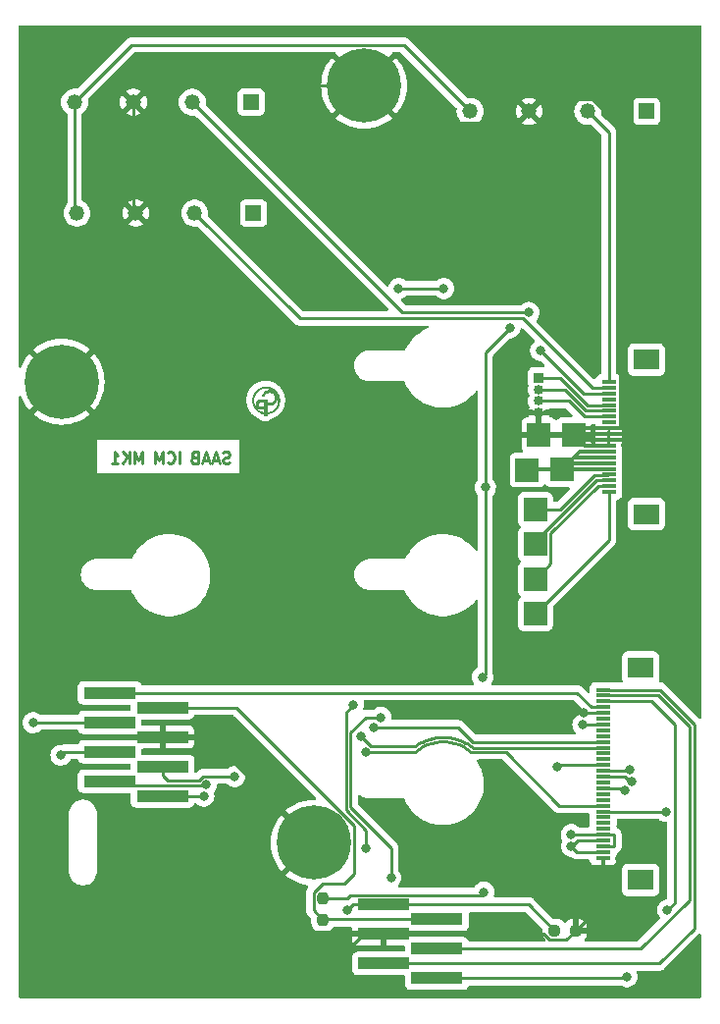
<source format=gbr>
%TF.GenerationSoftware,KiCad,Pcbnew,(7.0.0)*%
%TF.CreationDate,2023-03-15T21:07:42-04:00*%
%TF.ProjectId,headunit_controls,68656164-756e-4697-945f-636f6e74726f,rev?*%
%TF.SameCoordinates,Original*%
%TF.FileFunction,Copper,L2,Bot*%
%TF.FilePolarity,Positive*%
%FSLAX46Y46*%
G04 Gerber Fmt 4.6, Leading zero omitted, Abs format (unit mm)*
G04 Created by KiCad (PCBNEW (7.0.0)) date 2023-03-15 21:07:42*
%MOMM*%
%LPD*%
G01*
G04 APERTURE LIST*
G04 Aperture macros list*
%AMRoundRect*
0 Rectangle with rounded corners*
0 $1 Rounding radius*
0 $2 $3 $4 $5 $6 $7 $8 $9 X,Y pos of 4 corners*
0 Add a 4 corners polygon primitive as box body*
4,1,4,$2,$3,$4,$5,$6,$7,$8,$9,$2,$3,0*
0 Add four circle primitives for the rounded corners*
1,1,$1+$1,$2,$3*
1,1,$1+$1,$4,$5*
1,1,$1+$1,$6,$7*
1,1,$1+$1,$8,$9*
0 Add four rect primitives between the rounded corners*
20,1,$1+$1,$2,$3,$4,$5,0*
20,1,$1+$1,$4,$5,$6,$7,0*
20,1,$1+$1,$6,$7,$8,$9,0*
20,1,$1+$1,$8,$9,$2,$3,0*%
G04 Aperture macros list end*
%ADD10C,0.250000*%
%TA.AperFunction,NonConductor*%
%ADD11C,0.250000*%
%TD*%
%TA.AperFunction,EtchedComponent*%
%ADD12C,0.010000*%
%TD*%
%TA.AperFunction,ComponentPad*%
%ADD13C,6.400000*%
%TD*%
%TA.AperFunction,ComponentPad*%
%ADD14R,0.850000X0.850000*%
%TD*%
%TA.AperFunction,ComponentPad*%
%ADD15O,0.850000X0.850000*%
%TD*%
%TA.AperFunction,SMDPad,CuDef*%
%ADD16RoundRect,0.237500X-0.250000X-0.237500X0.250000X-0.237500X0.250000X0.237500X-0.250000X0.237500X0*%
%TD*%
%TA.AperFunction,SMDPad,CuDef*%
%ADD17R,2.000000X2.000000*%
%TD*%
%TA.AperFunction,SMDPad,CuDef*%
%ADD18R,1.300000X0.300000*%
%TD*%
%TA.AperFunction,SMDPad,CuDef*%
%ADD19R,2.200000X1.800000*%
%TD*%
%TA.AperFunction,ComponentPad*%
%ADD20R,1.320000X1.320000*%
%TD*%
%TA.AperFunction,ComponentPad*%
%ADD21C,1.320000*%
%TD*%
%TA.AperFunction,SMDPad,CuDef*%
%ADD22R,4.500000X1.000000*%
%TD*%
%TA.AperFunction,SMDPad,CuDef*%
%ADD23RoundRect,0.237500X0.237500X-0.250000X0.237500X0.250000X-0.237500X0.250000X-0.237500X-0.250000X0*%
%TD*%
%TA.AperFunction,ViaPad*%
%ADD24C,0.800000*%
%TD*%
%TA.AperFunction,Conductor*%
%ADD25C,0.250000*%
%TD*%
%TA.AperFunction,Conductor*%
%ADD26C,0.300000*%
%TD*%
G04 APERTURE END LIST*
D10*
D11*
X118409523Y-137934761D02*
X118266666Y-137982380D01*
X118266666Y-137982380D02*
X118028571Y-137982380D01*
X118028571Y-137982380D02*
X117933333Y-137934761D01*
X117933333Y-137934761D02*
X117885714Y-137887142D01*
X117885714Y-137887142D02*
X117838095Y-137791904D01*
X117838095Y-137791904D02*
X117838095Y-137696666D01*
X117838095Y-137696666D02*
X117885714Y-137601428D01*
X117885714Y-137601428D02*
X117933333Y-137553809D01*
X117933333Y-137553809D02*
X118028571Y-137506190D01*
X118028571Y-137506190D02*
X118219047Y-137458571D01*
X118219047Y-137458571D02*
X118314285Y-137410952D01*
X118314285Y-137410952D02*
X118361904Y-137363333D01*
X118361904Y-137363333D02*
X118409523Y-137268095D01*
X118409523Y-137268095D02*
X118409523Y-137172857D01*
X118409523Y-137172857D02*
X118361904Y-137077619D01*
X118361904Y-137077619D02*
X118314285Y-137030000D01*
X118314285Y-137030000D02*
X118219047Y-136982380D01*
X118219047Y-136982380D02*
X117980952Y-136982380D01*
X117980952Y-136982380D02*
X117838095Y-137030000D01*
X117457142Y-137696666D02*
X116980952Y-137696666D01*
X117552380Y-137982380D02*
X117219047Y-136982380D01*
X117219047Y-136982380D02*
X116885714Y-137982380D01*
X116599999Y-137696666D02*
X116123809Y-137696666D01*
X116695237Y-137982380D02*
X116361904Y-136982380D01*
X116361904Y-136982380D02*
X116028571Y-137982380D01*
X115361904Y-137458571D02*
X115219047Y-137506190D01*
X115219047Y-137506190D02*
X115171428Y-137553809D01*
X115171428Y-137553809D02*
X115123809Y-137649047D01*
X115123809Y-137649047D02*
X115123809Y-137791904D01*
X115123809Y-137791904D02*
X115171428Y-137887142D01*
X115171428Y-137887142D02*
X115219047Y-137934761D01*
X115219047Y-137934761D02*
X115314285Y-137982380D01*
X115314285Y-137982380D02*
X115695237Y-137982380D01*
X115695237Y-137982380D02*
X115695237Y-136982380D01*
X115695237Y-136982380D02*
X115361904Y-136982380D01*
X115361904Y-136982380D02*
X115266666Y-137030000D01*
X115266666Y-137030000D02*
X115219047Y-137077619D01*
X115219047Y-137077619D02*
X115171428Y-137172857D01*
X115171428Y-137172857D02*
X115171428Y-137268095D01*
X115171428Y-137268095D02*
X115219047Y-137363333D01*
X115219047Y-137363333D02*
X115266666Y-137410952D01*
X115266666Y-137410952D02*
X115361904Y-137458571D01*
X115361904Y-137458571D02*
X115695237Y-137458571D01*
X114095237Y-137982380D02*
X114095237Y-136982380D01*
X113047619Y-137887142D02*
X113095238Y-137934761D01*
X113095238Y-137934761D02*
X113238095Y-137982380D01*
X113238095Y-137982380D02*
X113333333Y-137982380D01*
X113333333Y-137982380D02*
X113476190Y-137934761D01*
X113476190Y-137934761D02*
X113571428Y-137839523D01*
X113571428Y-137839523D02*
X113619047Y-137744285D01*
X113619047Y-137744285D02*
X113666666Y-137553809D01*
X113666666Y-137553809D02*
X113666666Y-137410952D01*
X113666666Y-137410952D02*
X113619047Y-137220476D01*
X113619047Y-137220476D02*
X113571428Y-137125238D01*
X113571428Y-137125238D02*
X113476190Y-137030000D01*
X113476190Y-137030000D02*
X113333333Y-136982380D01*
X113333333Y-136982380D02*
X113238095Y-136982380D01*
X113238095Y-136982380D02*
X113095238Y-137030000D01*
X113095238Y-137030000D02*
X113047619Y-137077619D01*
X112619047Y-137982380D02*
X112619047Y-136982380D01*
X112619047Y-136982380D02*
X112285714Y-137696666D01*
X112285714Y-137696666D02*
X111952381Y-136982380D01*
X111952381Y-136982380D02*
X111952381Y-137982380D01*
X110876190Y-137982380D02*
X110876190Y-136982380D01*
X110876190Y-136982380D02*
X110542857Y-137696666D01*
X110542857Y-137696666D02*
X110209524Y-136982380D01*
X110209524Y-136982380D02*
X110209524Y-137982380D01*
X109733333Y-137982380D02*
X109733333Y-136982380D01*
X109161905Y-137982380D02*
X109590476Y-137410952D01*
X109161905Y-136982380D02*
X109733333Y-137553809D01*
X108209524Y-137982380D02*
X108780952Y-137982380D01*
X108495238Y-137982380D02*
X108495238Y-136982380D01*
X108495238Y-136982380D02*
X108590476Y-137125238D01*
X108590476Y-137125238D02*
X108685714Y-137220476D01*
X108685714Y-137220476D02*
X108780952Y-137268095D01*
%TO.C,Ref\u002A\u002A*%
G36*
X122693288Y-132522468D02*
G01*
X122694832Y-132544554D01*
X122668363Y-132765240D01*
X122642103Y-132865670D01*
X122560372Y-133061384D01*
X122445191Y-133238532D01*
X122301151Y-133392624D01*
X122132837Y-133519174D01*
X121944840Y-133613692D01*
X121741746Y-133671690D01*
X121713210Y-133676975D01*
X121649397Y-133690814D01*
X121615198Y-133705187D01*
X121601421Y-133725625D01*
X121598871Y-133757660D01*
X121597721Y-133785606D01*
X121586979Y-133807435D01*
X121555719Y-133816012D01*
X121493038Y-133817501D01*
X121441066Y-133816795D01*
X121403864Y-133810384D01*
X121389550Y-133791758D01*
X121387205Y-133754404D01*
X121386379Y-133733388D01*
X121371612Y-133696247D01*
X121328996Y-133678453D01*
X121152878Y-133628263D01*
X120946156Y-133534415D01*
X120767151Y-133409771D01*
X120617433Y-133255725D01*
X120498574Y-133073671D01*
X120412145Y-132865001D01*
X120402825Y-132832641D01*
X120375434Y-132677440D01*
X120368646Y-132526335D01*
X120455871Y-132526335D01*
X120470461Y-132695872D01*
X120523724Y-132890259D01*
X120612582Y-133071444D01*
X120733418Y-133233696D01*
X120882618Y-133371284D01*
X121056566Y-133478479D01*
X121085273Y-133492124D01*
X121173199Y-133530405D01*
X121252140Y-133560123D01*
X121307830Y-133575755D01*
X121387205Y-133589379D01*
X121387205Y-133271521D01*
X121124156Y-133264053D01*
X121118123Y-133263880D01*
X121005492Y-133259698D01*
X120926218Y-133253879D01*
X120871714Y-133245057D01*
X120833395Y-133231867D01*
X120802672Y-133212943D01*
X120774457Y-133191039D01*
X120715122Y-133133215D01*
X120679283Y-133070055D01*
X120661656Y-132989458D01*
X120656955Y-132879324D01*
X120656972Y-132878350D01*
X120836603Y-132878350D01*
X120850488Y-132958563D01*
X120893955Y-133026169D01*
X120964423Y-133070181D01*
X120971871Y-133072495D01*
X121034329Y-133084341D01*
X121119978Y-133092966D01*
X121212580Y-133096640D01*
X121387205Y-133097835D01*
X121387205Y-132670648D01*
X121163083Y-132677866D01*
X121120031Y-132679306D01*
X121033449Y-132683357D01*
X120976276Y-132689641D01*
X120939183Y-132700416D01*
X120912840Y-132717940D01*
X120887917Y-132744473D01*
X120854880Y-132796517D01*
X120836603Y-132878350D01*
X120656972Y-132878350D01*
X120658444Y-132794929D01*
X120665146Y-132729044D01*
X120679559Y-132681616D01*
X120704163Y-132640069D01*
X120725996Y-132611606D01*
X120767904Y-132570463D01*
X120819046Y-132540460D01*
X120886028Y-132519858D01*
X120975455Y-132506924D01*
X121093934Y-132499919D01*
X121248069Y-132497109D01*
X121588288Y-132494585D01*
X121594719Y-132606667D01*
X121597164Y-132642006D01*
X121605863Y-132694163D01*
X121624181Y-132722788D01*
X121658219Y-132740767D01*
X121700000Y-132750000D01*
X121773023Y-132755856D01*
X121855211Y-132755160D01*
X121898271Y-132751419D01*
X122029570Y-132717522D01*
X122138111Y-132649092D01*
X122228399Y-132543575D01*
X122233709Y-132535472D01*
X122261743Y-132486294D01*
X122277796Y-132437558D01*
X122285075Y-132375026D01*
X122286788Y-132284464D01*
X122286600Y-132242552D01*
X122283431Y-132167667D01*
X122273463Y-132114457D01*
X122253021Y-132068445D01*
X122218431Y-132015153D01*
X122127693Y-131918148D01*
X122014020Y-131849571D01*
X121887187Y-131812961D01*
X121756340Y-131810947D01*
X121630621Y-131846158D01*
X121609130Y-131857221D01*
X121537806Y-131907484D01*
X121467331Y-131973131D01*
X121409692Y-132042066D01*
X121376878Y-132102192D01*
X121361853Y-132129792D01*
X121330410Y-132136192D01*
X121300941Y-132126255D01*
X121247655Y-132111200D01*
X121214467Y-132100686D01*
X121196705Y-132089420D01*
X121200611Y-132078336D01*
X121219126Y-132038114D01*
X121247731Y-131980589D01*
X121333121Y-131855257D01*
X121448261Y-131753275D01*
X121584355Y-131681296D01*
X121734661Y-131641914D01*
X121892436Y-131637727D01*
X122050936Y-131671330D01*
X122071102Y-131678930D01*
X122174689Y-131737242D01*
X122276525Y-131821807D01*
X122364234Y-131921002D01*
X122425444Y-132023200D01*
X122452974Y-132098449D01*
X122478291Y-132256298D01*
X122462980Y-132416764D01*
X122407226Y-132574292D01*
X122368422Y-132646055D01*
X122296527Y-132742534D01*
X122206419Y-132817587D01*
X122086055Y-132882782D01*
X122043207Y-132899930D01*
X121914851Y-132930405D01*
X121779417Y-132938400D01*
X121657080Y-132922066D01*
X121598871Y-132906528D01*
X121598871Y-133097835D01*
X121598871Y-133584668D01*
X121667663Y-133584221D01*
X121724269Y-133577671D01*
X121819650Y-133552768D01*
X121925934Y-133514184D01*
X122029097Y-133467162D01*
X122115114Y-133416945D01*
X122168862Y-133377715D01*
X122322077Y-133235005D01*
X122441343Y-133073380D01*
X122526541Y-132897587D01*
X122577552Y-132712368D01*
X122594256Y-132522468D01*
X122576534Y-132332630D01*
X122524268Y-132147600D01*
X122437337Y-131972120D01*
X122315624Y-131810934D01*
X122159008Y-131668788D01*
X122015634Y-131576943D01*
X121854817Y-131510036D01*
X121669577Y-131467462D01*
X121592341Y-131458385D01*
X121399481Y-131463439D01*
X121213279Y-131505608D01*
X121038017Y-131581159D01*
X120877974Y-131686355D01*
X120737432Y-131817464D01*
X120620670Y-131970751D01*
X120531969Y-132142481D01*
X120475609Y-132328921D01*
X120455871Y-132526335D01*
X120368646Y-132526335D01*
X120367755Y-132506490D01*
X120379805Y-132337372D01*
X120411596Y-132187668D01*
X120490457Y-131995584D01*
X120605210Y-131815996D01*
X120748522Y-131661549D01*
X120915906Y-131535594D01*
X121102873Y-131441479D01*
X121304937Y-131382554D01*
X121517610Y-131362168D01*
X121571425Y-131363214D01*
X121791406Y-131391466D01*
X121994241Y-131458405D01*
X122180384Y-131564219D01*
X122350288Y-131709097D01*
X122392994Y-131754438D01*
X122528356Y-131933909D01*
X122624201Y-132126807D01*
X122679902Y-132331049D01*
X122693288Y-132522468D01*
G37*
D12*
X122693288Y-132522468D02*
X122694832Y-132544554D01*
X122668363Y-132765240D01*
X122642103Y-132865670D01*
X122560372Y-133061384D01*
X122445191Y-133238532D01*
X122301151Y-133392624D01*
X122132837Y-133519174D01*
X121944840Y-133613692D01*
X121741746Y-133671690D01*
X121713210Y-133676975D01*
X121649397Y-133690814D01*
X121615198Y-133705187D01*
X121601421Y-133725625D01*
X121598871Y-133757660D01*
X121597721Y-133785606D01*
X121586979Y-133807435D01*
X121555719Y-133816012D01*
X121493038Y-133817501D01*
X121441066Y-133816795D01*
X121403864Y-133810384D01*
X121389550Y-133791758D01*
X121387205Y-133754404D01*
X121386379Y-133733388D01*
X121371612Y-133696247D01*
X121328996Y-133678453D01*
X121152878Y-133628263D01*
X120946156Y-133534415D01*
X120767151Y-133409771D01*
X120617433Y-133255725D01*
X120498574Y-133073671D01*
X120412145Y-132865001D01*
X120402825Y-132832641D01*
X120375434Y-132677440D01*
X120368646Y-132526335D01*
X120455871Y-132526335D01*
X120470461Y-132695872D01*
X120523724Y-132890259D01*
X120612582Y-133071444D01*
X120733418Y-133233696D01*
X120882618Y-133371284D01*
X121056566Y-133478479D01*
X121085273Y-133492124D01*
X121173199Y-133530405D01*
X121252140Y-133560123D01*
X121307830Y-133575755D01*
X121387205Y-133589379D01*
X121387205Y-133271521D01*
X121124156Y-133264053D01*
X121118123Y-133263880D01*
X121005492Y-133259698D01*
X120926218Y-133253879D01*
X120871714Y-133245057D01*
X120833395Y-133231867D01*
X120802672Y-133212943D01*
X120774457Y-133191039D01*
X120715122Y-133133215D01*
X120679283Y-133070055D01*
X120661656Y-132989458D01*
X120656955Y-132879324D01*
X120656972Y-132878350D01*
X120836603Y-132878350D01*
X120850488Y-132958563D01*
X120893955Y-133026169D01*
X120964423Y-133070181D01*
X120971871Y-133072495D01*
X121034329Y-133084341D01*
X121119978Y-133092966D01*
X121212580Y-133096640D01*
X121387205Y-133097835D01*
X121387205Y-132670648D01*
X121163083Y-132677866D01*
X121120031Y-132679306D01*
X121033449Y-132683357D01*
X120976276Y-132689641D01*
X120939183Y-132700416D01*
X120912840Y-132717940D01*
X120887917Y-132744473D01*
X120854880Y-132796517D01*
X120836603Y-132878350D01*
X120656972Y-132878350D01*
X120658444Y-132794929D01*
X120665146Y-132729044D01*
X120679559Y-132681616D01*
X120704163Y-132640069D01*
X120725996Y-132611606D01*
X120767904Y-132570463D01*
X120819046Y-132540460D01*
X120886028Y-132519858D01*
X120975455Y-132506924D01*
X121093934Y-132499919D01*
X121248069Y-132497109D01*
X121588288Y-132494585D01*
X121594719Y-132606667D01*
X121597164Y-132642006D01*
X121605863Y-132694163D01*
X121624181Y-132722788D01*
X121658219Y-132740767D01*
X121700000Y-132750000D01*
X121773023Y-132755856D01*
X121855211Y-132755160D01*
X121898271Y-132751419D01*
X122029570Y-132717522D01*
X122138111Y-132649092D01*
X122228399Y-132543575D01*
X122233709Y-132535472D01*
X122261743Y-132486294D01*
X122277796Y-132437558D01*
X122285075Y-132375026D01*
X122286788Y-132284464D01*
X122286600Y-132242552D01*
X122283431Y-132167667D01*
X122273463Y-132114457D01*
X122253021Y-132068445D01*
X122218431Y-132015153D01*
X122127693Y-131918148D01*
X122014020Y-131849571D01*
X121887187Y-131812961D01*
X121756340Y-131810947D01*
X121630621Y-131846158D01*
X121609130Y-131857221D01*
X121537806Y-131907484D01*
X121467331Y-131973131D01*
X121409692Y-132042066D01*
X121376878Y-132102192D01*
X121361853Y-132129792D01*
X121330410Y-132136192D01*
X121300941Y-132126255D01*
X121247655Y-132111200D01*
X121214467Y-132100686D01*
X121196705Y-132089420D01*
X121200611Y-132078336D01*
X121219126Y-132038114D01*
X121247731Y-131980589D01*
X121333121Y-131855257D01*
X121448261Y-131753275D01*
X121584355Y-131681296D01*
X121734661Y-131641914D01*
X121892436Y-131637727D01*
X122050936Y-131671330D01*
X122071102Y-131678930D01*
X122174689Y-131737242D01*
X122276525Y-131821807D01*
X122364234Y-131921002D01*
X122425444Y-132023200D01*
X122452974Y-132098449D01*
X122478291Y-132256298D01*
X122462980Y-132416764D01*
X122407226Y-132574292D01*
X122368422Y-132646055D01*
X122296527Y-132742534D01*
X122206419Y-132817587D01*
X122086055Y-132882782D01*
X122043207Y-132899930D01*
X121914851Y-132930405D01*
X121779417Y-132938400D01*
X121657080Y-132922066D01*
X121598871Y-132906528D01*
X121598871Y-133097835D01*
X121598871Y-133584668D01*
X121667663Y-133584221D01*
X121724269Y-133577671D01*
X121819650Y-133552768D01*
X121925934Y-133514184D01*
X122029097Y-133467162D01*
X122115114Y-133416945D01*
X122168862Y-133377715D01*
X122322077Y-133235005D01*
X122441343Y-133073380D01*
X122526541Y-132897587D01*
X122577552Y-132712368D01*
X122594256Y-132522468D01*
X122576534Y-132332630D01*
X122524268Y-132147600D01*
X122437337Y-131972120D01*
X122315624Y-131810934D01*
X122159008Y-131668788D01*
X122015634Y-131576943D01*
X121854817Y-131510036D01*
X121669577Y-131467462D01*
X121592341Y-131458385D01*
X121399481Y-131463439D01*
X121213279Y-131505608D01*
X121038017Y-131581159D01*
X120877974Y-131686355D01*
X120737432Y-131817464D01*
X120620670Y-131970751D01*
X120531969Y-132142481D01*
X120475609Y-132328921D01*
X120455871Y-132526335D01*
X120368646Y-132526335D01*
X120367755Y-132506490D01*
X120379805Y-132337372D01*
X120411596Y-132187668D01*
X120490457Y-131995584D01*
X120605210Y-131815996D01*
X120748522Y-131661549D01*
X120915906Y-131535594D01*
X121102873Y-131441479D01*
X121304937Y-131382554D01*
X121517610Y-131362168D01*
X121571425Y-131363214D01*
X121791406Y-131391466D01*
X121994241Y-131458405D01*
X122180384Y-131564219D01*
X122350288Y-131709097D01*
X122392994Y-131754438D01*
X122528356Y-131933909D01*
X122624201Y-132126807D01*
X122679902Y-132331049D01*
X122693288Y-132522468D01*
%TD*%
D13*
%TO.P,M3_1,1,1*%
%TO.N,GND*%
X130010000Y-105413000D03*
%TD*%
D14*
%TO.P,LCD_CTRL,1,Pin_1*%
%TO.N,/SCREEN_RST*%
X145099999Y-130599999D03*
D15*
%TO.P,LCD_CTRL,2,Pin_2*%
%TO.N,/SCREEN_CLK*%
X145099999Y-131599999D03*
%TO.P,LCD_CTRL,3,Pin_3*%
%TO.N,/SCREEN_DIO*%
X145099999Y-132599999D03*
%TO.P,LCD_CTRL,4,Pin_4*%
%TO.N,GND*%
X145099999Y-133599999D03*
%TD*%
D13*
%TO.P,M3_3,1,1*%
%TO.N,GND*%
X125656000Y-170706000D03*
%TD*%
%TO.P,M3_2,1,1*%
%TO.N,GND*%
X103909000Y-130945000D03*
%TD*%
D16*
%TO.P,R3,1*%
%TO.N,Net-(J1-Pin_6)*%
X146450000Y-178250000D03*
%TO.P,R3,2*%
%TO.N,GND*%
X148275000Y-178250000D03*
%TD*%
D17*
%TO.P,Ex20,1,Pin_1*%
%TO.N,Net-(Expansion_20-Pin_1)*%
X144799999Y-150949999D03*
%TD*%
D18*
%TO.P,ToSaab_ribbon,1,Pin_1*%
%TO.N,FAD*%
X150649999Y-157499999D03*
%TO.P,ToSaab_ribbon,2,Pin_2*%
%TO.N,BAS*%
X150649999Y-157999999D03*
%TO.P,ToSaab_ribbon,3,Pin_3*%
%TO.N,TRE*%
X150649999Y-158499999D03*
%TO.P,ToSaab_ribbon,4,Pin_4*%
%TO.N,Bal_Center*%
X150649999Y-158999999D03*
%TO.P,ToSaab_ribbon,5,Pin_5*%
%TO.N,GND*%
X150649999Y-159499999D03*
%TO.P,ToSaab_ribbon,6,Pin_6*%
%TO.N,unconnected-(ToSaab_ribbon1-Pin_6-Pad6)*%
X150649999Y-159999999D03*
%TO.P,ToSaab_ribbon,7,Pin_7*%
%TO.N,BTFR_BALL_CON*%
X150649999Y-160499999D03*
%TO.P,ToSaab_ribbon,8,Pin_8*%
%TO.N,unconnected-(ToSaab_ribbon1-Pin_8-Pad8)*%
X150649999Y-160999999D03*
%TO.P,ToSaab_ribbon,9,Pin_9*%
%TO.N,GND*%
X150649999Y-161499999D03*
%TO.P,ToSaab_ribbon,10,Pin_10*%
%TO.N,Vol_encA*%
X150649999Y-161999999D03*
%TO.P,ToSaab_ribbon,11,Pin_11*%
%TO.N,Vol_encB*%
X150649999Y-162499999D03*
%TO.P,ToSaab_ribbon,12,Pin_12*%
%TO.N,unconnected-(ToSaab_ribbon1-Pin_12-Pad12)*%
X150649999Y-162999999D03*
%TO.P,ToSaab_ribbon,13,Pin_13*%
%TO.N,unconnected-(ToSaab_ribbon1-Pin_13-Pad13)*%
X150649999Y-163499999D03*
%TO.P,ToSaab_ribbon,14,Pin_14*%
%TO.N,Net-(J2-Pin_4)*%
X150649999Y-163999999D03*
%TO.P,ToSaab_ribbon,15,Pin_15*%
%TO.N,15*%
X150649999Y-164499999D03*
%TO.P,ToSaab_ribbon,16,Pin_16*%
%TO.N,16*%
X150649999Y-164999999D03*
%TO.P,ToSaab_ribbon,17,Pin_17*%
%TO.N,17*%
X150649999Y-165499999D03*
%TO.P,ToSaab_ribbon,18,Pin_18*%
%TO.N,18*%
X150649999Y-165999999D03*
%TO.P,ToSaab_ribbon,19,Pin_19*%
%TO.N,19*%
X150649999Y-166499999D03*
%TO.P,ToSaab_ribbon,20,Pin_20*%
%TO.N,20*%
X150649999Y-166999999D03*
%TO.P,ToSaab_ribbon,21,Pin_21*%
%TO.N,Vol_buttonB*%
X150649999Y-167499999D03*
%TO.P,ToSaab_ribbon,22,Pin_22*%
%TO.N,22*%
X150649999Y-167999999D03*
%TO.P,ToSaab_ribbon,23,Pin_23*%
%TO.N,unconnected-(ToSaab_ribbon1-Pin_23-Pad23)*%
X150649999Y-168499999D03*
%TO.P,ToSaab_ribbon,24,Pin_24*%
%TO.N,unconnected-(ToSaab_ribbon1-Pin_24-Pad24)*%
X150649999Y-168999999D03*
%TO.P,ToSaab_ribbon,25,Pin_25*%
%TO.N,unconnected-(ToSaab_ribbon1-Pin_25-Pad25)*%
X150649999Y-169499999D03*
%TO.P,ToSaab_ribbon,26,Pin_26*%
%TO.N,LED_Feed*%
X150649999Y-169999999D03*
%TO.P,ToSaab_ribbon,27,Pin_27*%
%TO.N,LED_GND*%
X150649999Y-170499999D03*
%TO.P,ToSaab_ribbon,28,Pin_28*%
%TO.N,LED_Feed*%
X150649999Y-170999999D03*
%TO.P,ToSaab_ribbon,29,Pin_29*%
%TO.N,LED_GND*%
X150649999Y-171499999D03*
%TO.P,ToSaab_ribbon,30,Pin_30*%
%TO.N,GND*%
X150649999Y-171999999D03*
D19*
%TO.P,ToSaab_ribbon,MP*%
%TO.N,N/C*%
X153899999Y-155599999D03*
X153899999Y-173899999D03*
%TD*%
D17*
%TO.P,Expansion_GND_2,1,Pin_1*%
%TO.N,GND*%
X145099999Y-135499999D03*
%TD*%
%TO.P,VCC,1,Pin_1*%
%TO.N,VCC*%
X147099999Y-138499999D03*
%TD*%
D20*
%TO.P,CD_relay1,1,Contact_A*%
%TO.N,15*%
X120269999Y-106824999D03*
D21*
%TO.P,CD_relay1,2,Coil_A*%
%TO.N,CD_button*%
X115190000Y-106825000D03*
%TO.P,CD_relay1,3,Coil_B*%
%TO.N,GND*%
X110110000Y-106825000D03*
%TO.P,CD_relay1,4,Contact_B*%
%TO.N,22*%
X105030000Y-106825000D03*
%TD*%
D17*
%TO.P,Ex17,1,Pin_1*%
%TO.N,Net-(Expansion_17-Pin_1)*%
X144799999Y-141949999D03*
%TD*%
%TO.P,Expansion_VCC_2,1,Pin_1*%
%TO.N,VCC*%
X144099999Y-138549999D03*
%TD*%
D20*
%TO.P,Am/fm_button1,1,Contact_A*%
%TO.N,16*%
X154419999Y-107624999D03*
D21*
%TO.P,Am/fm_button1,2,Coil_A*%
%TO.N,AMFM_button*%
X149340000Y-107625000D03*
%TO.P,Am/fm_button1,3,Coil_B*%
%TO.N,GND*%
X144260000Y-107625000D03*
%TO.P,Am/fm_button1,4,Contact_B*%
%TO.N,22*%
X139180000Y-107625000D03*
%TD*%
D20*
%TO.P,Scan_relay1,1,Contact_A*%
%TO.N,18*%
X120479999Y-116399999D03*
D21*
%TO.P,Scan_relay1,2,Coil_A*%
%TO.N,SCAN_button*%
X115400000Y-116400000D03*
%TO.P,Scan_relay1,3,Coil_B*%
%TO.N,GND*%
X110320000Y-116400000D03*
%TO.P,Scan_relay1,4,Contact_B*%
%TO.N,22*%
X105240000Y-116400000D03*
%TD*%
D18*
%TO.P,ToPi_ribbon,1,Pin_1*%
%TO.N,AMFM_button*%
X151149999Y-130949999D03*
%TO.P,ToPi_ribbon,2,Pin_2*%
%TO.N,SCAN_button*%
X151149999Y-131449999D03*
%TO.P,ToPi_ribbon,3,Pin_3*%
%TO.N,CD_button*%
X151149999Y-131949999D03*
%TO.P,ToPi_ribbon,4,Pin_4*%
%TO.N,unconnected-(ToPi_ribbon1-Pin_4-Pad4)*%
X151149999Y-132449999D03*
%TO.P,ToPi_ribbon,5,Pin_5*%
%TO.N,/SCREEN_RST*%
X151149999Y-132949999D03*
%TO.P,ToPi_ribbon,6,Pin_6*%
%TO.N,/SCREEN_CLK*%
X151149999Y-133449999D03*
%TO.P,ToPi_ribbon,7,Pin_7*%
%TO.N,/SCREEN_DIO*%
X151149999Y-133949999D03*
%TO.P,ToPi_ribbon,8,Pin_8*%
%TO.N,unconnected-(ToPi_ribbon1-Pin_8-Pad8)*%
X151149999Y-134449999D03*
%TO.P,ToPi_ribbon,9,Pin_9*%
%TO.N,GND*%
X151149999Y-134949999D03*
%TO.P,ToPi_ribbon,10,Pin_10*%
X151149999Y-135449999D03*
%TO.P,ToPi_ribbon,11,Pin_11*%
X151149999Y-135949999D03*
%TO.P,ToPi_ribbon,12,Pin_12*%
X151149999Y-136449999D03*
%TO.P,ToPi_ribbon,13,Pin_13*%
%TO.N,VCC*%
X151149999Y-136949999D03*
%TO.P,ToPi_ribbon,14,Pin_14*%
X151149999Y-137449999D03*
%TO.P,ToPi_ribbon,15,Pin_15*%
X151149999Y-137949999D03*
%TO.P,ToPi_ribbon,16,Pin_16*%
X151149999Y-138449999D03*
%TO.P,ToPi_ribbon,17,Pin_17*%
%TO.N,Net-(Expansion_17-Pin_1)*%
X151149999Y-138949999D03*
%TO.P,ToPi_ribbon,18,Pin_18*%
%TO.N,Net-(Expansion_18-Pin_1)*%
X151149999Y-139449999D03*
%TO.P,ToPi_ribbon,19,Pin_19*%
%TO.N,Net-(Expansion_19-Pin_1)*%
X151149999Y-139949999D03*
%TO.P,ToPi_ribbon,20,Pin_20*%
%TO.N,Net-(Expansion_20-Pin_1)*%
X151149999Y-140449999D03*
D19*
%TO.P,ToPi_ribbon,MP*%
%TO.N,N/C*%
X154399999Y-129049999D03*
X154399999Y-142349999D03*
%TD*%
D17*
%TO.P,Ex18,1,Pin_1*%
%TO.N,Net-(Expansion_18-Pin_1)*%
X144799999Y-144949999D03*
%TD*%
D22*
%TO.P,J2,1,Pin_1*%
%TO.N,Vol_encB*%
X112620103Y-166656999D03*
%TO.P,J2,2,Pin_2*%
%TO.N,Vol_encA*%
X108048103Y-165386999D03*
%TO.P,J2,3,Pin_3*%
%TO.N,Vol_buttonB*%
X112620103Y-164116999D03*
%TO.P,J2,4,Pin_4*%
%TO.N,Net-(J2-Pin_4)*%
X108048103Y-162846999D03*
%TO.P,J2,5,Pin_5*%
%TO.N,GND*%
X112620103Y-161576999D03*
%TO.P,J2,6,Pin_6*%
%TO.N,Net-(J1-Pin_6)*%
X108048103Y-160306999D03*
%TO.P,J2,7,Pin_7*%
%TO.N,Net-(J1-Pin_5)*%
X112620103Y-159036999D03*
%TO.P,J2,8,Pin_8*%
%TO.N,Bal_Center*%
X108048103Y-157766999D03*
%TD*%
D23*
%TO.P,R2,1*%
%TO.N,Net-(J1-Pin_5)*%
X126450000Y-177325000D03*
%TO.P,R2,2*%
%TO.N,BTFR_BALL_CON*%
X126450000Y-175500000D03*
%TD*%
D17*
%TO.P,Ex19,1,Pin_1*%
%TO.N,Net-(Expansion_19-Pin_1)*%
X144799999Y-147949999D03*
%TD*%
%TO.P,GND,1,Pin_1*%
%TO.N,GND*%
X148099999Y-135499999D03*
%TD*%
D22*
%TO.P,J1,1,Pin_1*%
%TO.N,TRE*%
X136307829Y-182382470D03*
%TO.P,J1,2,Pin_2*%
%TO.N,FAD*%
X131735829Y-181112470D03*
%TO.P,J1,3,Pin_3*%
%TO.N,BAS*%
X136307829Y-179842470D03*
%TO.P,J1,4,Pin_4*%
%TO.N,GND*%
X131735829Y-178572470D03*
%TO.P,J1,5,Pin_5*%
%TO.N,Net-(J1-Pin_5)*%
X136307829Y-177302470D03*
%TO.P,J1,6,Pin_6*%
%TO.N,Net-(J1-Pin_6)*%
X131735829Y-176032470D03*
%TD*%
D24*
%TO.N,Net-(BAS_LED1-K)*%
X140500000Y-140050000D03*
%TO.N,GND*%
X148950000Y-159500000D03*
%TO.N,16*%
X153125500Y-165392883D03*
%TO.N,LED_Feed*%
X147900000Y-170000000D03*
%TO.N,Net-(BAS_LED1-A)*%
X130184390Y-171170648D03*
X129100000Y-158800000D03*
%TO.N,15*%
X152970500Y-164400000D03*
%TO.N,CD_button*%
X144236201Y-124963799D03*
X145250000Y-128250000D03*
%TO.N,Net-(BAS_LED1-K)*%
X142600000Y-126300000D03*
X140250000Y-156400000D03*
X136900000Y-122900000D03*
X132340940Y-173713173D03*
X133000000Y-122900000D03*
X131450000Y-159883000D03*
%TO.N,TRE*%
X156200000Y-176500000D03*
X152700000Y-182250000D03*
%TO.N,Vol_buttonB*%
X130200000Y-162900000D03*
X118848682Y-164975916D03*
%TO.N,18*%
X152487786Y-166162509D03*
%TO.N,Net-(J1-Pin_6)*%
X128600000Y-176500000D03*
X101450000Y-160350000D03*
%TO.N,BTFR_BALL_CON*%
X148900000Y-160500000D03*
X140350000Y-174950000D03*
%TO.N,Vol_encA*%
X116408569Y-165710234D03*
X130850000Y-160750000D03*
%TO.N,Vol_encB*%
X129750000Y-161500000D03*
X116186195Y-166684685D03*
%TO.N,Net-(J2-Pin_4)*%
X103850000Y-163150000D03*
X146700000Y-164150000D03*
%TO.N,LED_GND*%
X147905303Y-170999488D03*
%TO.N,22*%
X156100000Y-168000000D03*
%TD*%
D25*
%TO.N,Net-(BAS_LED1-K)*%
X140500000Y-156150000D02*
X140500000Y-140050000D01*
X142600000Y-126300000D02*
X140500000Y-128400000D01*
X140250000Y-156400000D02*
X140500000Y-156150000D01*
X140500000Y-128400000D02*
X140500000Y-140050000D01*
%TO.N,GND*%
X130010000Y-105413000D02*
X133210000Y-108613000D01*
X122400499Y-182350499D02*
X122400499Y-173961501D01*
X107420000Y-119300000D02*
X110320000Y-116400000D01*
D26*
X149743356Y-106600000D02*
X145285000Y-106600000D01*
D25*
X145100000Y-133600000D02*
X145100000Y-135500000D01*
X116527000Y-161577000D02*
X125656000Y-170706000D01*
D26*
X151150000Y-134950000D02*
X148650000Y-134950000D01*
D25*
X100700000Y-127736000D02*
X100700000Y-120550000D01*
D26*
X151150000Y-135450000D02*
X148150000Y-135450000D01*
D25*
X145489476Y-178572471D02*
X145967005Y-179050000D01*
X101950000Y-119300000D02*
X107420000Y-119300000D01*
X122400499Y-173961501D02*
X125656000Y-170706000D01*
X150650000Y-175875000D02*
X148275000Y-178250000D01*
X147475000Y-179050000D02*
X148275000Y-178250000D01*
X112620104Y-161577000D02*
X116527000Y-161577000D01*
D26*
X152150000Y-109006644D02*
X149743356Y-106600000D01*
X145285000Y-106600000D02*
X144260000Y-107625000D01*
D25*
X123075000Y-183025000D02*
X122400499Y-182350499D01*
X150650000Y-172000000D02*
X150650000Y-175875000D01*
X133210000Y-108613000D02*
X143272000Y-108613000D01*
X110110000Y-106825000D02*
X111522000Y-105413000D01*
X111522000Y-105413000D02*
X130010000Y-105413000D01*
X145967005Y-179050000D02*
X147475000Y-179050000D01*
X143272000Y-108613000D02*
X144260000Y-107625000D01*
D26*
X149050000Y-136450000D02*
X148100000Y-135500000D01*
D25*
X129985830Y-178572471D02*
X125533301Y-183025000D01*
X103909000Y-130945000D02*
X100700000Y-127736000D01*
D26*
X152100000Y-134950000D02*
X152150000Y-134900000D01*
X151150000Y-136450000D02*
X149050000Y-136450000D01*
X152150000Y-134900000D02*
X152150000Y-109006644D01*
D25*
X100700000Y-120550000D02*
X101950000Y-119300000D01*
D26*
X151150000Y-134950000D02*
X152100000Y-134950000D01*
D25*
X110110000Y-106825000D02*
X110110000Y-116190000D01*
D26*
X151150000Y-135950000D02*
X148550000Y-135950000D01*
D25*
X150650000Y-159500000D02*
X148950000Y-159500000D01*
X125533301Y-183025000D02*
X123075000Y-183025000D01*
D26*
X148100000Y-135500000D02*
X145100000Y-135500000D01*
D25*
X131735830Y-178572471D02*
X145489476Y-178572471D01*
%TO.N,16*%
X152857117Y-165124500D02*
X153125500Y-165392883D01*
X152545902Y-165000000D02*
X152670402Y-165124500D01*
X150650000Y-165000000D02*
X152545902Y-165000000D01*
X152670402Y-165124500D02*
X152857117Y-165124500D01*
%TO.N,LED_Feed*%
X151600000Y-171000000D02*
X151625000Y-170975000D01*
X151600000Y-170000000D02*
X150650000Y-170000000D01*
X151625000Y-170975000D02*
X151625000Y-170025000D01*
X150650000Y-170000000D02*
X147900000Y-170000000D01*
X150650000Y-171000000D02*
X151600000Y-171000000D01*
X151625000Y-170025000D02*
X151600000Y-170000000D01*
D26*
%TO.N,VCC*%
X151150000Y-136950000D02*
X148650000Y-136950000D01*
X148650000Y-136950000D02*
X147100000Y-138500000D01*
X151150000Y-137450000D02*
X148150000Y-137450000D01*
X151150000Y-137950000D02*
X147650000Y-137950000D01*
X147100000Y-138500000D02*
X144150000Y-138500000D01*
X151150000Y-138450000D02*
X147150000Y-138450000D01*
X148150000Y-137450000D02*
X147100000Y-138500000D01*
D25*
%TO.N,AMFM_button*%
X151150000Y-130950000D02*
X151150000Y-109435000D01*
X151150000Y-109435000D02*
X149340000Y-107625000D01*
%TO.N,Net-(BAS_LED1-A)*%
X129100000Y-158800000D02*
X128446998Y-159453002D01*
X128446998Y-167876205D02*
X130184390Y-169613597D01*
X128446998Y-159453002D02*
X128446998Y-167876205D01*
X130184390Y-169613597D02*
X130184390Y-171170648D01*
%TO.N,15*%
X150650000Y-164500000D02*
X152870500Y-164500000D01*
X152870500Y-164500000D02*
X152970500Y-164400000D01*
%TO.N,CD_button*%
X151150000Y-131950000D02*
X148950000Y-131950000D01*
X133328799Y-124963799D02*
X144236201Y-124963799D01*
X115190000Y-106825000D02*
X133328799Y-124963799D01*
X148950000Y-131950000D02*
X145250000Y-128250000D01*
%TO.N,Net-(Expansion_17-Pin_1)*%
X149903413Y-138974501D02*
X151125499Y-138974501D01*
X144800000Y-141950000D02*
X146927914Y-141950000D01*
X146927914Y-141950000D02*
X149903413Y-138974501D01*
%TO.N,Net-(Expansion_18-Pin_1)*%
X144800000Y-144714310D02*
X150064310Y-139450000D01*
X150064310Y-139450000D02*
X151150000Y-139450000D01*
%TO.N,Net-(Expansion_19-Pin_1)*%
X150200000Y-139950000D02*
X146125000Y-144025000D01*
X146125000Y-146625000D02*
X144800000Y-147950000D01*
X151150000Y-139950000D02*
X150200000Y-139950000D01*
X146125000Y-144025000D02*
X146125000Y-146625000D01*
%TO.N,Net-(Expansion_20-Pin_1)*%
X151150000Y-144600000D02*
X151150000Y-140450000D01*
X144800000Y-150950000D02*
X151150000Y-144600000D01*
%TO.N,Net-(BAS_LED1-K)*%
X128823499Y-167617016D02*
X132340940Y-171134457D01*
X132340940Y-171134457D02*
X132340940Y-173713173D01*
X131450000Y-159883000D02*
X130134547Y-159883000D01*
X128823499Y-161194048D02*
X128823499Y-167617016D01*
X130134547Y-159883000D02*
X128823499Y-161194048D01*
X133000000Y-122900000D02*
X136900000Y-122900000D01*
%TO.N,TRE*%
X156824500Y-175875500D02*
X156200000Y-176500000D01*
X152567529Y-182382471D02*
X136307830Y-182382471D01*
X156824500Y-160524500D02*
X156824500Y-175875500D01*
X150650000Y-158500000D02*
X154800000Y-158500000D01*
X152700000Y-182250000D02*
X152567529Y-182382471D01*
X154800000Y-158500000D02*
X156824500Y-160524500D01*
%TO.N,BAS*%
X136307830Y-179842471D02*
X153882127Y-179842471D01*
X155424598Y-158000000D02*
X150650000Y-158000000D01*
X158074500Y-160649902D02*
X155424598Y-158000000D01*
X158074500Y-175650098D02*
X158074500Y-160649902D01*
X153882127Y-179842471D02*
X158074500Y-175650098D01*
%TO.N,FAD*%
X155560288Y-157500000D02*
X158524001Y-160463713D01*
X150650000Y-157500000D02*
X155560288Y-157500000D01*
X158524001Y-160463713D02*
X158524001Y-178075999D01*
X158524001Y-178075999D02*
X155487529Y-181112471D01*
X155487529Y-181112471D02*
X131735830Y-181112471D01*
%TO.N,Bal_Center*%
X150650000Y-159000000D02*
X149650000Y-159000000D01*
X148417000Y-157767000D02*
X108048104Y-157767000D01*
X149650000Y-159000000D02*
X148417000Y-157767000D01*
%TO.N,Net-(J1-Pin_5)*%
X125650000Y-175000000D02*
X126419000Y-174231000D01*
X112620104Y-159037000D02*
X118972103Y-159037000D01*
X129181000Y-169245897D02*
X129181000Y-173380502D01*
X126450000Y-177325000D02*
X125650000Y-176525000D01*
X118972103Y-159037000D02*
X129181000Y-169245897D01*
X136307830Y-177302471D02*
X126472529Y-177302471D01*
X125650000Y-176525000D02*
X125650000Y-175000000D01*
X128330502Y-174231000D02*
X129181000Y-173380502D01*
X126419000Y-174231000D02*
X128330502Y-174231000D01*
%TO.N,Vol_buttonB*%
X137030507Y-161969054D02*
X136628062Y-161968254D01*
X135453891Y-162227673D02*
X135089250Y-162397949D01*
X137823054Y-162102295D02*
X137430447Y-162013916D01*
X134377437Y-162900000D02*
X130200000Y-162900000D01*
X134745435Y-162607134D02*
X134426608Y-162852698D01*
X142257011Y-162876501D02*
X139243130Y-162876501D01*
X113077604Y-165324500D02*
X115769704Y-165324500D01*
X138910576Y-162615413D02*
X138567603Y-162404866D01*
X116118288Y-164975916D02*
X118848682Y-164975916D01*
X134426608Y-162852698D02*
X134377437Y-162900000D01*
X138203641Y-162233140D02*
X137823054Y-162102295D01*
X112620104Y-164867000D02*
X113077604Y-165324500D01*
X139243130Y-162876501D02*
X139228429Y-162862246D01*
X136628062Y-161968254D02*
X136227958Y-162011523D01*
X139228429Y-162862246D02*
X138910576Y-162615413D01*
X115769704Y-165324500D02*
X116118288Y-164975916D01*
X137430447Y-162013916D02*
X137030507Y-161969054D01*
X112620104Y-164117000D02*
X112620104Y-164867000D01*
X150650000Y-167500000D02*
X146880510Y-167500000D01*
X135834987Y-162098345D02*
X135453891Y-162227673D01*
X138567603Y-162404866D02*
X138203641Y-162233140D01*
X146880510Y-167500000D02*
X142257011Y-162876501D01*
X135089250Y-162397949D02*
X134745435Y-162607134D01*
X136227958Y-162011523D02*
X135834987Y-162098345D01*
%TO.N,18*%
X150650000Y-166000000D02*
X152325277Y-166000000D01*
X152325277Y-166000000D02*
X152487786Y-166162509D01*
%TO.N,SCAN_button*%
X124461799Y-125461799D02*
X115400000Y-116400000D01*
X151150000Y-131450000D02*
X149697804Y-131450000D01*
X143709603Y-125461799D02*
X124461799Y-125461799D01*
X149697804Y-131450000D02*
X143709603Y-125461799D01*
%TO.N,/SCREEN_RST*%
X145100000Y-130600000D02*
X146964310Y-130600000D01*
X149314310Y-132950000D02*
X151150000Y-132950000D01*
X146964310Y-130600000D02*
X149314310Y-132950000D01*
%TO.N,/SCREEN_CLK*%
X149178620Y-133450000D02*
X147328620Y-131600000D01*
X147328620Y-131600000D02*
X145100000Y-131600000D01*
X151150000Y-133450000D02*
X149178620Y-133450000D01*
%TO.N,/SCREEN_DIO*%
X145100000Y-132600000D02*
X147692930Y-132600000D01*
X149042930Y-133950000D02*
X151150000Y-133950000D01*
X147692930Y-132600000D02*
X149042930Y-133950000D01*
%TO.N,Net-(J1-Pin_6)*%
X146450000Y-178250000D02*
X144232471Y-176032471D01*
X129067529Y-176032471D02*
X131735830Y-176032471D01*
X144232471Y-176032471D02*
X131735830Y-176032471D01*
X101493000Y-160307000D02*
X101450000Y-160350000D01*
X128600000Y-176500000D02*
X129067529Y-176032471D01*
X108048104Y-160307000D02*
X101493000Y-160307000D01*
%TO.N,BTFR_BALL_CON*%
X140092529Y-175207471D02*
X128830029Y-175207471D01*
X128830029Y-175207471D02*
X128537500Y-175500000D01*
X128537500Y-175500000D02*
X126450000Y-175500000D01*
X140350000Y-174950000D02*
X140092529Y-175207471D01*
X150650000Y-160500000D02*
X148900000Y-160500000D01*
%TO.N,Vol_encA*%
X116267895Y-165569560D02*
X116408569Y-165710234D01*
X115955893Y-165774001D02*
X116160334Y-165569560D01*
X138147009Y-160750000D02*
X130850000Y-160750000D01*
X150650000Y-162000000D02*
X139397009Y-162000000D01*
X139397009Y-162000000D02*
X138147009Y-160750000D01*
X116160334Y-165569560D02*
X116267895Y-165569560D01*
X108435105Y-165774001D02*
X115955893Y-165774001D01*
X108048104Y-165387000D02*
X108435105Y-165774001D01*
%TO.N,Vol_encB*%
X116158510Y-166657000D02*
X116186195Y-166684685D01*
X138484292Y-161948702D02*
X138473886Y-161927391D01*
X136903129Y-161591214D02*
X136472316Y-161591214D01*
X135733436Y-161734690D02*
X135601173Y-161763912D01*
X138608691Y-162007396D02*
X138484292Y-161948702D01*
X137360894Y-161611826D02*
X137340853Y-161624502D01*
X135458158Y-161828108D02*
X135435870Y-161820010D01*
X137797949Y-161695006D02*
X137776638Y-161705413D01*
X135861711Y-161691159D02*
X135733436Y-161734690D01*
X137926046Y-161739045D02*
X137797949Y-161695006D01*
X138058195Y-161768793D02*
X137926046Y-161739045D01*
X137187415Y-161592365D02*
X137051952Y-161592096D01*
X137204151Y-161609168D02*
X137187415Y-161592365D01*
X138631756Y-162001878D02*
X138608691Y-162007396D01*
X136017300Y-161671974D02*
X135882980Y-161701650D01*
X139417548Y-162500000D02*
X139293369Y-162375821D01*
X135026701Y-161994709D02*
X134910977Y-162065118D01*
X137627658Y-161656673D02*
X137493038Y-161641573D01*
X150650000Y-162500000D02*
X139417548Y-162500000D01*
X136319099Y-161622468D02*
X136299108Y-161609712D01*
X135882980Y-161701650D02*
X135861711Y-161691159D01*
X138877711Y-162152867D02*
X138869701Y-162130547D01*
X136455851Y-161607679D02*
X136319099Y-161622468D01*
X134788245Y-162122430D02*
X134780146Y-162144719D01*
X138223283Y-161825551D02*
X138200963Y-161833561D01*
X137776638Y-161705413D02*
X137642453Y-161675207D01*
X112620104Y-166657000D02*
X116158510Y-166657000D01*
X139293369Y-162375821D02*
X139240895Y-162375821D01*
X134416072Y-162366230D02*
X134405801Y-162376501D01*
X138345784Y-161883350D02*
X138223283Y-161825551D01*
X137051952Y-161592096D02*
X136917346Y-161576997D01*
X137642453Y-161675207D02*
X137627658Y-161656673D01*
X137493038Y-161641573D02*
X137360894Y-161611826D01*
X138869701Y-162130547D02*
X138747202Y-162072749D01*
X138070872Y-161788836D02*
X138058195Y-161768793D01*
X135601173Y-161763912D02*
X135588417Y-161783904D01*
X134405801Y-162376501D02*
X130626501Y-162376501D01*
X136032170Y-161653498D02*
X136017300Y-161671974D01*
X135588417Y-161783904D02*
X135458158Y-161828108D01*
X134910977Y-162065118D02*
X134788245Y-162122430D01*
X135174373Y-161942121D02*
X135049744Y-162000319D01*
X136166848Y-161638933D02*
X136032170Y-161653498D01*
X138747202Y-162072749D02*
X138631756Y-162001878D01*
X138200963Y-161833561D02*
X138070872Y-161788836D01*
X138473886Y-161927391D02*
X138345784Y-161883350D01*
X134780146Y-162144719D02*
X134416072Y-162366230D01*
X139240895Y-162375821D02*
X138877711Y-162152867D01*
X135184863Y-161920853D02*
X135174373Y-161942121D01*
X136917346Y-161576997D02*
X136903129Y-161591214D01*
X136472316Y-161591214D02*
X136455851Y-161607679D01*
X135049744Y-162000319D02*
X135026701Y-161994709D01*
X135313138Y-161877322D02*
X135184863Y-161920853D01*
X136299108Y-161609712D02*
X136166848Y-161638933D01*
X130626501Y-162376501D02*
X129750000Y-161500000D01*
X135435870Y-161820010D02*
X135313138Y-161877322D01*
X137340853Y-161624502D02*
X137204151Y-161609168D01*
%TO.N,Net-(J2-Pin_4)*%
X103850000Y-163150000D02*
X104153000Y-162847000D01*
X150650000Y-164000000D02*
X146850000Y-164000000D01*
X104153000Y-162847000D02*
X108048104Y-162847000D01*
X146850000Y-164000000D02*
X146700000Y-164150000D01*
%TO.N,LED_GND*%
X148405815Y-171500000D02*
X147905303Y-170999488D01*
X147925110Y-170999488D02*
X147905303Y-170999488D01*
X150650000Y-170500000D02*
X148424598Y-170500000D01*
X150650000Y-171500000D02*
X148405815Y-171500000D01*
X148424598Y-170500000D02*
X147925110Y-170999488D01*
%TO.N,22*%
X139180000Y-107625000D02*
X133443000Y-101888000D01*
X133443000Y-101888000D02*
X109967000Y-101888000D01*
X105030000Y-106825000D02*
X105030000Y-116190000D01*
X156100000Y-168000000D02*
X150650000Y-168000000D01*
X109967000Y-101888000D02*
X105030000Y-106825000D01*
%TD*%
%TA.AperFunction,Conductor*%
%TO.N,GND*%
G36*
X159081500Y-100217113D02*
G01*
X159126887Y-100262500D01*
X159143500Y-100324500D01*
X159143500Y-159887946D01*
X159129985Y-159944241D01*
X159092385Y-159988264D01*
X159038898Y-160010419D01*
X158981182Y-160005877D01*
X158931819Y-159975627D01*
X156063983Y-157107790D01*
X156056391Y-157099448D01*
X156052288Y-157092982D01*
X156002604Y-157046326D01*
X155999838Y-157043645D01*
X155982815Y-157026622D01*
X155982814Y-157026621D01*
X155980058Y-157023865D01*
X155976774Y-157021317D01*
X155967912Y-157013746D01*
X155941297Y-156988754D01*
X155941291Y-156988749D01*
X155935609Y-156983414D01*
X155928776Y-156979658D01*
X155928770Y-156979653D01*
X155917717Y-156973576D01*
X155901462Y-156962899D01*
X155891497Y-156955170D01*
X155891494Y-156955168D01*
X155885329Y-156950386D01*
X155844664Y-156932789D01*
X155834172Y-156927649D01*
X155802184Y-156910063D01*
X155802182Y-156910062D01*
X155795348Y-156906305D01*
X155775572Y-156901227D01*
X155757169Y-156894926D01*
X155745597Y-156889918D01*
X155745589Y-156889915D01*
X155738433Y-156886819D01*
X155730728Y-156885598D01*
X155730726Y-156885598D01*
X155694669Y-156879887D01*
X155683243Y-156877521D01*
X155640318Y-156866500D01*
X155632516Y-156866500D01*
X155619903Y-156866500D01*
X155600505Y-156864973D01*
X155588052Y-156863000D01*
X155588046Y-156862999D01*
X155580345Y-156861780D01*
X155578831Y-156861923D01*
X155525913Y-156847360D01*
X155483009Y-156807980D01*
X155462816Y-156753356D01*
X155469785Y-156695540D01*
X155501989Y-156609201D01*
X155508500Y-156548638D01*
X155508500Y-154651362D01*
X155501989Y-154590799D01*
X155450889Y-154453796D01*
X155363261Y-154336739D01*
X155246204Y-154249111D01*
X155237896Y-154246012D01*
X155237894Y-154246011D01*
X155116463Y-154200719D01*
X155116458Y-154200717D01*
X155109201Y-154198011D01*
X155101497Y-154197182D01*
X155101494Y-154197182D01*
X155051924Y-154191853D01*
X155051918Y-154191852D01*
X155048638Y-154191500D01*
X152751362Y-154191500D01*
X152748082Y-154191852D01*
X152748075Y-154191853D01*
X152698505Y-154197182D01*
X152698500Y-154197182D01*
X152690799Y-154198011D01*
X152683543Y-154200717D01*
X152683536Y-154200719D01*
X152562105Y-154246011D01*
X152562099Y-154246013D01*
X152553796Y-154249111D01*
X152546698Y-154254423D01*
X152546695Y-154254426D01*
X152443835Y-154331426D01*
X152443831Y-154331429D01*
X152436739Y-154336739D01*
X152431429Y-154343831D01*
X152431426Y-154343835D01*
X152354426Y-154446695D01*
X152354423Y-154446698D01*
X152349111Y-154453796D01*
X152346013Y-154462099D01*
X152346011Y-154462105D01*
X152300719Y-154583536D01*
X152300717Y-154583543D01*
X152298011Y-154590799D01*
X152297182Y-154598500D01*
X152297182Y-154598505D01*
X152291853Y-154648075D01*
X152291500Y-154651362D01*
X152291500Y-156548638D01*
X152298011Y-156609201D01*
X152300718Y-156616461D01*
X152300721Y-156616470D01*
X152331566Y-156699166D01*
X152338418Y-156757953D01*
X152317241Y-156813220D01*
X152272860Y-156852375D01*
X152215385Y-156866500D01*
X151481145Y-156866500D01*
X151437811Y-156858682D01*
X151416463Y-156850719D01*
X151416458Y-156850717D01*
X151409201Y-156848011D01*
X151401497Y-156847182D01*
X151401494Y-156847182D01*
X151351924Y-156841853D01*
X151351918Y-156841852D01*
X151348638Y-156841500D01*
X149951362Y-156841500D01*
X149948082Y-156841852D01*
X149948075Y-156841853D01*
X149898505Y-156847182D01*
X149898500Y-156847182D01*
X149890799Y-156848011D01*
X149883543Y-156850717D01*
X149883536Y-156850719D01*
X149762105Y-156896011D01*
X149762099Y-156896013D01*
X149753796Y-156899111D01*
X149746698Y-156904423D01*
X149746695Y-156904426D01*
X149643835Y-156981426D01*
X149643831Y-156981429D01*
X149636739Y-156986739D01*
X149631429Y-156993831D01*
X149631426Y-156993835D01*
X149554426Y-157096695D01*
X149554423Y-157096698D01*
X149549111Y-157103796D01*
X149546013Y-157112099D01*
X149546011Y-157112105D01*
X149500719Y-157233536D01*
X149500717Y-157233543D01*
X149498011Y-157240799D01*
X149497182Y-157248500D01*
X149497182Y-157248505D01*
X149492332Y-157293622D01*
X149491500Y-157301362D01*
X149491500Y-157304672D01*
X149491500Y-157646233D01*
X149477985Y-157702528D01*
X149440385Y-157746551D01*
X149386898Y-157768706D01*
X149329182Y-157764164D01*
X149279819Y-157733914D01*
X148920695Y-157374790D01*
X148913103Y-157366448D01*
X148909000Y-157359982D01*
X148859316Y-157313326D01*
X148856550Y-157310645D01*
X148839527Y-157293622D01*
X148836770Y-157290865D01*
X148833486Y-157288317D01*
X148824624Y-157280746D01*
X148798009Y-157255754D01*
X148798003Y-157255749D01*
X148792321Y-157250414D01*
X148785488Y-157246658D01*
X148785482Y-157246653D01*
X148774429Y-157240576D01*
X148758174Y-157229899D01*
X148748209Y-157222170D01*
X148748206Y-157222168D01*
X148742041Y-157217386D01*
X148701376Y-157199789D01*
X148690884Y-157194649D01*
X148658896Y-157177063D01*
X148658894Y-157177062D01*
X148652060Y-157173305D01*
X148632284Y-157168227D01*
X148613881Y-157161926D01*
X148602309Y-157156918D01*
X148602301Y-157156915D01*
X148595145Y-157153819D01*
X148587440Y-157152598D01*
X148587438Y-157152598D01*
X148551381Y-157146887D01*
X148539955Y-157144521D01*
X148497030Y-157133500D01*
X148489228Y-157133500D01*
X148476615Y-157133500D01*
X148457217Y-157131973D01*
X148444766Y-157130001D01*
X148437057Y-157128780D01*
X148429291Y-157129514D01*
X148429288Y-157129514D01*
X148392942Y-157132950D01*
X148381273Y-157133500D01*
X141088758Y-157133500D01*
X141023969Y-157115228D01*
X140978274Y-157065796D01*
X140965140Y-156999773D01*
X140987815Y-156938303D01*
X140989040Y-156936944D01*
X141084527Y-156771556D01*
X141143542Y-156589928D01*
X141163504Y-156400000D01*
X141143542Y-156210072D01*
X141141532Y-156203886D01*
X141140182Y-156197535D01*
X141141605Y-156197232D01*
X141137963Y-156171672D01*
X141138219Y-156170057D01*
X141134049Y-156125950D01*
X141133500Y-156114282D01*
X141133500Y-140751757D01*
X141141736Y-140707319D01*
X141165350Y-140668785D01*
X141239040Y-140586944D01*
X141334527Y-140421556D01*
X141393542Y-140239928D01*
X141413504Y-140050000D01*
X141398386Y-139906164D01*
X141394221Y-139866532D01*
X141394220Y-139866531D01*
X141393542Y-139860072D01*
X141334527Y-139678444D01*
X141288451Y-139598638D01*
X142591500Y-139598638D01*
X142591852Y-139601918D01*
X142591853Y-139601924D01*
X142596519Y-139645328D01*
X142598011Y-139659201D01*
X142600717Y-139666458D01*
X142600719Y-139666463D01*
X142633620Y-139754672D01*
X142649111Y-139796204D01*
X142736739Y-139913261D01*
X142853796Y-140000889D01*
X142990799Y-140051989D01*
X143051362Y-140058500D01*
X145145328Y-140058500D01*
X145148638Y-140058500D01*
X145209201Y-140051989D01*
X145346204Y-140000889D01*
X145463261Y-139913261D01*
X145519449Y-139838201D01*
X145563208Y-139801632D01*
X145618713Y-139788515D01*
X145674217Y-139801630D01*
X145717980Y-139838203D01*
X145729725Y-139853892D01*
X145736739Y-139863261D01*
X145853796Y-139950889D01*
X145990799Y-140001989D01*
X146051362Y-140008500D01*
X147674147Y-140008500D01*
X147730442Y-140022015D01*
X147774465Y-140059615D01*
X147796620Y-140113102D01*
X147792078Y-140170818D01*
X147761828Y-140220181D01*
X146701828Y-141280181D01*
X146661600Y-141307061D01*
X146614147Y-141316500D01*
X146432500Y-141316500D01*
X146370500Y-141299887D01*
X146325113Y-141254500D01*
X146308500Y-141192500D01*
X146308500Y-140904672D01*
X146308500Y-140901362D01*
X146301989Y-140840799D01*
X146250889Y-140703796D01*
X146163261Y-140586739D01*
X146046204Y-140499111D01*
X146037896Y-140496012D01*
X146037894Y-140496011D01*
X145916463Y-140450719D01*
X145916458Y-140450717D01*
X145909201Y-140448011D01*
X145901497Y-140447182D01*
X145901494Y-140447182D01*
X145851924Y-140441853D01*
X145851918Y-140441852D01*
X145848638Y-140441500D01*
X143751362Y-140441500D01*
X143748082Y-140441852D01*
X143748075Y-140441853D01*
X143698505Y-140447182D01*
X143698500Y-140447182D01*
X143690799Y-140448011D01*
X143683543Y-140450717D01*
X143683536Y-140450719D01*
X143562105Y-140496011D01*
X143562099Y-140496013D01*
X143553796Y-140499111D01*
X143546698Y-140504423D01*
X143546695Y-140504426D01*
X143443835Y-140581426D01*
X143443831Y-140581429D01*
X143436739Y-140586739D01*
X143431429Y-140593831D01*
X143431426Y-140593835D01*
X143354426Y-140696695D01*
X143354423Y-140696698D01*
X143349111Y-140703796D01*
X143346013Y-140712099D01*
X143346011Y-140712105D01*
X143300719Y-140833536D01*
X143300717Y-140833543D01*
X143298011Y-140840799D01*
X143297182Y-140848500D01*
X143297182Y-140848505D01*
X143291853Y-140898075D01*
X143291500Y-140901362D01*
X143291500Y-142998638D01*
X143298011Y-143059201D01*
X143300717Y-143066458D01*
X143300719Y-143066463D01*
X143346011Y-143187894D01*
X143349111Y-143196204D01*
X143436739Y-143313261D01*
X143443835Y-143318573D01*
X143486795Y-143350733D01*
X143523368Y-143394496D01*
X143536484Y-143450000D01*
X143523368Y-143505504D01*
X143486795Y-143549267D01*
X143443835Y-143581426D01*
X143443831Y-143581429D01*
X143436739Y-143586739D01*
X143431429Y-143593831D01*
X143431426Y-143593835D01*
X143354426Y-143696695D01*
X143354423Y-143696698D01*
X143349111Y-143703796D01*
X143346013Y-143712099D01*
X143346011Y-143712105D01*
X143300719Y-143833536D01*
X143300717Y-143833543D01*
X143298011Y-143840799D01*
X143297182Y-143848500D01*
X143297182Y-143848505D01*
X143291853Y-143898075D01*
X143291500Y-143901362D01*
X143291500Y-145998638D01*
X143298011Y-146059201D01*
X143300717Y-146066458D01*
X143300719Y-146066463D01*
X143346011Y-146187894D01*
X143349111Y-146196204D01*
X143354425Y-146203303D01*
X143354426Y-146203304D01*
X143406600Y-146273001D01*
X143436739Y-146313261D01*
X143443835Y-146318573D01*
X143486795Y-146350733D01*
X143523368Y-146394496D01*
X143536484Y-146450000D01*
X143523368Y-146505504D01*
X143486795Y-146549267D01*
X143443835Y-146581426D01*
X143443831Y-146581429D01*
X143436739Y-146586739D01*
X143431429Y-146593831D01*
X143431426Y-146593835D01*
X143354426Y-146696695D01*
X143354423Y-146696698D01*
X143349111Y-146703796D01*
X143346013Y-146712099D01*
X143346011Y-146712105D01*
X143300719Y-146833536D01*
X143300717Y-146833543D01*
X143298011Y-146840799D01*
X143297182Y-146848500D01*
X143297182Y-146848505D01*
X143295940Y-146860060D01*
X143291500Y-146901362D01*
X143291500Y-148998638D01*
X143298011Y-149059201D01*
X143300717Y-149066458D01*
X143300719Y-149066463D01*
X143343044Y-149179939D01*
X143349111Y-149196204D01*
X143354425Y-149203303D01*
X143354426Y-149203304D01*
X143398787Y-149262564D01*
X143436739Y-149313261D01*
X143486795Y-149350733D01*
X143523367Y-149394493D01*
X143536484Y-149449997D01*
X143523369Y-149505502D01*
X143486796Y-149549265D01*
X143443836Y-149581425D01*
X143443831Y-149581429D01*
X143436739Y-149586739D01*
X143431429Y-149593831D01*
X143431426Y-149593835D01*
X143354426Y-149696695D01*
X143354423Y-149696698D01*
X143349111Y-149703796D01*
X143346013Y-149712099D01*
X143346011Y-149712105D01*
X143300719Y-149833536D01*
X143300717Y-149833543D01*
X143298011Y-149840799D01*
X143297182Y-149848500D01*
X143297182Y-149848505D01*
X143291853Y-149898075D01*
X143291500Y-149901362D01*
X143291500Y-151998638D01*
X143298011Y-152059201D01*
X143300717Y-152066458D01*
X143300719Y-152066463D01*
X143346011Y-152187894D01*
X143349111Y-152196204D01*
X143436739Y-152313261D01*
X143553796Y-152400889D01*
X143690799Y-152451989D01*
X143751362Y-152458500D01*
X145845328Y-152458500D01*
X145848638Y-152458500D01*
X145909201Y-152451989D01*
X146046204Y-152400889D01*
X146163261Y-152313261D01*
X146250889Y-152196204D01*
X146301989Y-152059201D01*
X146308500Y-151998638D01*
X146308500Y-150388766D01*
X146317939Y-150341313D01*
X146344819Y-150301085D01*
X148902341Y-147743563D01*
X151542217Y-145103686D01*
X151550552Y-145096102D01*
X151557018Y-145092000D01*
X151603691Y-145042296D01*
X151606308Y-145039595D01*
X151626135Y-145019770D01*
X151628660Y-145016513D01*
X151636251Y-145007624D01*
X151666586Y-144975321D01*
X151676423Y-144957425D01*
X151687096Y-144941177D01*
X151699614Y-144925041D01*
X151717215Y-144884364D01*
X151722350Y-144873884D01*
X151739935Y-144841899D01*
X151739934Y-144841899D01*
X151743695Y-144835060D01*
X151748774Y-144815273D01*
X151755070Y-144796885D01*
X151763181Y-144778145D01*
X151770112Y-144734376D01*
X151772482Y-144722939D01*
X151783500Y-144680030D01*
X151783500Y-144659615D01*
X151785027Y-144640217D01*
X151785065Y-144639972D01*
X151788220Y-144620057D01*
X151784050Y-144575942D01*
X151783500Y-144564273D01*
X151783500Y-143298638D01*
X152791500Y-143298638D01*
X152791852Y-143301918D01*
X152791853Y-143301924D01*
X152797100Y-143350733D01*
X152798011Y-143359201D01*
X152800717Y-143366458D01*
X152800719Y-143366463D01*
X152846011Y-143487894D01*
X152849111Y-143496204D01*
X152854425Y-143503303D01*
X152854426Y-143503304D01*
X152912907Y-143581426D01*
X152936739Y-143613261D01*
X153053796Y-143700889D01*
X153190799Y-143751989D01*
X153251362Y-143758500D01*
X155545328Y-143758500D01*
X155548638Y-143758500D01*
X155609201Y-143751989D01*
X155746204Y-143700889D01*
X155863261Y-143613261D01*
X155950889Y-143496204D01*
X156001989Y-143359201D01*
X156008500Y-143298638D01*
X156008500Y-141401362D01*
X156001989Y-141340799D01*
X155950889Y-141203796D01*
X155863261Y-141086739D01*
X155746204Y-140999111D01*
X155737896Y-140996012D01*
X155737894Y-140996011D01*
X155616463Y-140950719D01*
X155616458Y-140950717D01*
X155609201Y-140948011D01*
X155601497Y-140947182D01*
X155601494Y-140947182D01*
X155551924Y-140941853D01*
X155551918Y-140941852D01*
X155548638Y-140941500D01*
X153251362Y-140941500D01*
X153248082Y-140941852D01*
X153248075Y-140941853D01*
X153198505Y-140947182D01*
X153198500Y-140947182D01*
X153190799Y-140948011D01*
X153183543Y-140950717D01*
X153183536Y-140950719D01*
X153062105Y-140996011D01*
X153062099Y-140996013D01*
X153053796Y-140999111D01*
X153046698Y-141004423D01*
X153046695Y-141004426D01*
X152943835Y-141081426D01*
X152943831Y-141081429D01*
X152936739Y-141086739D01*
X152931429Y-141093831D01*
X152931426Y-141093835D01*
X152854426Y-141196695D01*
X152854423Y-141196698D01*
X152849111Y-141203796D01*
X152846013Y-141212099D01*
X152846011Y-141212105D01*
X152800719Y-141333536D01*
X152800717Y-141333543D01*
X152798011Y-141340799D01*
X152797182Y-141348500D01*
X152797182Y-141348505D01*
X152791853Y-141398075D01*
X152791500Y-141401362D01*
X152791500Y-143298638D01*
X151783500Y-143298638D01*
X151783500Y-141226887D01*
X151797968Y-141168760D01*
X151837997Y-141124197D01*
X151894244Y-141103598D01*
X151901487Y-141102819D01*
X151901492Y-141102817D01*
X151909201Y-141101989D01*
X152046204Y-141050889D01*
X152163261Y-140963261D01*
X152250889Y-140846204D01*
X152301989Y-140709201D01*
X152308500Y-140648638D01*
X152308500Y-140251362D01*
X152304403Y-140213250D01*
X152304403Y-140186745D01*
X152308500Y-140148638D01*
X152308500Y-139751362D01*
X152308145Y-139748057D01*
X152304404Y-139713255D01*
X152304404Y-139686745D01*
X152308145Y-139651942D01*
X152308145Y-139651937D01*
X152308500Y-139648638D01*
X152308500Y-139251362D01*
X152308145Y-139248057D01*
X152304404Y-139213255D01*
X152304404Y-139186745D01*
X152308145Y-139151942D01*
X152308145Y-139151937D01*
X152308500Y-139148638D01*
X152308500Y-138751362D01*
X152304403Y-138713250D01*
X152304403Y-138686745D01*
X152308500Y-138648638D01*
X152308500Y-138251362D01*
X152308145Y-138248057D01*
X152304404Y-138213255D01*
X152304404Y-138186745D01*
X152308145Y-138151942D01*
X152308145Y-138151937D01*
X152308500Y-138148638D01*
X152308500Y-137751362D01*
X152308145Y-137748057D01*
X152304404Y-137713255D01*
X152304404Y-137686745D01*
X152308145Y-137651942D01*
X152308145Y-137651937D01*
X152308500Y-137648638D01*
X152308500Y-137251362D01*
X152304403Y-137213250D01*
X152304403Y-137186745D01*
X152308500Y-137148638D01*
X152308500Y-136751362D01*
X152301989Y-136690799D01*
X152301701Y-136690027D01*
X152299476Y-136654447D01*
X152299467Y-136654447D01*
X152299471Y-136654361D01*
X152299407Y-136653328D01*
X152299645Y-136651110D01*
X152300000Y-136644507D01*
X152300000Y-136616326D01*
X152296211Y-136602186D01*
X152285414Y-136591389D01*
X152279866Y-136588612D01*
X152251259Y-136554790D01*
X152250889Y-136553796D01*
X152207912Y-136496386D01*
X152184661Y-136441183D01*
X152190000Y-136381520D01*
X152222684Y-136331321D01*
X152275086Y-136302301D01*
X152296549Y-136296549D01*
X152300000Y-136283674D01*
X152300000Y-136255494D01*
X152299644Y-136248868D01*
X152295815Y-136213257D01*
X152295815Y-136186740D01*
X152299644Y-136151128D01*
X152300000Y-136144506D01*
X152300000Y-136116326D01*
X152296549Y-136103450D01*
X152283674Y-136100000D01*
X151316326Y-136100000D01*
X151303450Y-136103450D01*
X151300000Y-136116326D01*
X151300000Y-136167500D01*
X151283387Y-136229500D01*
X151238000Y-136274887D01*
X151176000Y-136291500D01*
X151124000Y-136291500D01*
X151062000Y-136274887D01*
X151016613Y-136229500D01*
X151000000Y-136167500D01*
X151000000Y-136116326D01*
X150996549Y-136103450D01*
X150983674Y-136100000D01*
X150016326Y-136100000D01*
X150003450Y-136103450D01*
X150000000Y-136116326D01*
X150000000Y-136144518D01*
X150000354Y-136151128D01*
X150000689Y-136154243D01*
X149988937Y-136221680D01*
X149943194Y-136272605D01*
X149877400Y-136291500D01*
X149724000Y-136291500D01*
X149662000Y-136274887D01*
X149616613Y-136229500D01*
X149600000Y-136167500D01*
X149600000Y-135783674D01*
X150000000Y-135783674D01*
X150003450Y-135796549D01*
X150016326Y-135800000D01*
X150983674Y-135800000D01*
X150996549Y-135796549D01*
X151000000Y-135783674D01*
X151300000Y-135783674D01*
X151303450Y-135796549D01*
X151316326Y-135800000D01*
X152283674Y-135800000D01*
X152296549Y-135796549D01*
X152300000Y-135783674D01*
X152300000Y-135755494D01*
X152299644Y-135748868D01*
X152295815Y-135713257D01*
X152295815Y-135686740D01*
X152299644Y-135651128D01*
X152300000Y-135644506D01*
X152300000Y-135616326D01*
X152296549Y-135603450D01*
X152283674Y-135600000D01*
X151316326Y-135600000D01*
X151303450Y-135603450D01*
X151300000Y-135616326D01*
X151300000Y-135783674D01*
X151000000Y-135783674D01*
X151000000Y-135616326D01*
X150996549Y-135603450D01*
X150983674Y-135600000D01*
X150016326Y-135600000D01*
X150003450Y-135603450D01*
X150000000Y-135616326D01*
X150000000Y-135644518D01*
X150000353Y-135651122D01*
X150004183Y-135686748D01*
X150004183Y-135713252D01*
X150000353Y-135748877D01*
X150000000Y-135755482D01*
X150000000Y-135783674D01*
X149600000Y-135783674D01*
X149600000Y-135766326D01*
X149596549Y-135753450D01*
X149583674Y-135750000D01*
X143616326Y-135750000D01*
X143603450Y-135753450D01*
X143600000Y-135766326D01*
X143600000Y-136544518D01*
X143600353Y-136551114D01*
X143605573Y-136599667D01*
X143609111Y-136614641D01*
X143653547Y-136733777D01*
X143661964Y-136749194D01*
X143732330Y-136843189D01*
X143756570Y-136906447D01*
X143743948Y-136973004D01*
X143698231Y-137022995D01*
X143633064Y-137041500D01*
X143051362Y-137041500D01*
X143048082Y-137041852D01*
X143048075Y-137041853D01*
X142998505Y-137047182D01*
X142998500Y-137047182D01*
X142990799Y-137048011D01*
X142983543Y-137050717D01*
X142983536Y-137050719D01*
X142862105Y-137096011D01*
X142862099Y-137096013D01*
X142853796Y-137099111D01*
X142846698Y-137104423D01*
X142846695Y-137104426D01*
X142743835Y-137181426D01*
X142743831Y-137181429D01*
X142736739Y-137186739D01*
X142731429Y-137193831D01*
X142731426Y-137193835D01*
X142654426Y-137296695D01*
X142654423Y-137296698D01*
X142649111Y-137303796D01*
X142646013Y-137312099D01*
X142646011Y-137312105D01*
X142600719Y-137433536D01*
X142600717Y-137433543D01*
X142598011Y-137440799D01*
X142597182Y-137448500D01*
X142597182Y-137448505D01*
X142591853Y-137498075D01*
X142591500Y-137501362D01*
X142591500Y-139598638D01*
X141288451Y-139598638D01*
X141239040Y-139513056D01*
X141165349Y-139431214D01*
X141141736Y-139392681D01*
X141133500Y-139348243D01*
X141133500Y-135233674D01*
X143600000Y-135233674D01*
X143603450Y-135246549D01*
X143616326Y-135250000D01*
X144833674Y-135250000D01*
X144846549Y-135246549D01*
X144850000Y-135233674D01*
X144850000Y-133866326D01*
X144846549Y-133853450D01*
X144833674Y-133850000D01*
X144223304Y-133850000D01*
X144212273Y-133852648D01*
X144213346Y-133866271D01*
X144200213Y-133932295D01*
X144154518Y-133981727D01*
X144089728Y-134000000D01*
X144055482Y-134000000D01*
X144048885Y-134000353D01*
X144000332Y-134005573D01*
X143985358Y-134009111D01*
X143866222Y-134053547D01*
X143850810Y-134061962D01*
X143749907Y-134137498D01*
X143737498Y-134149907D01*
X143661962Y-134250810D01*
X143653547Y-134266222D01*
X143609111Y-134385358D01*
X143605573Y-134400332D01*
X143600353Y-134448885D01*
X143600000Y-134455482D01*
X143600000Y-135233674D01*
X141133500Y-135233674D01*
X141133500Y-128713766D01*
X141142939Y-128666313D01*
X141169819Y-128626085D01*
X142551085Y-127244819D01*
X142591313Y-127217939D01*
X142638766Y-127208500D01*
X142688984Y-127208500D01*
X142695487Y-127208500D01*
X142882288Y-127168794D01*
X143056752Y-127091118D01*
X143211253Y-126978866D01*
X143339040Y-126836944D01*
X143434527Y-126671556D01*
X143493542Y-126489928D01*
X143499492Y-126433313D01*
X143525433Y-126369508D01*
X143581421Y-126329388D01*
X143650179Y-126325333D01*
X143710494Y-126358594D01*
X144700742Y-127348842D01*
X144729397Y-127393604D01*
X144736679Y-127446252D01*
X144721251Y-127497112D01*
X144685947Y-127536841D01*
X144644000Y-127567316D01*
X144643991Y-127567323D01*
X144638747Y-127571134D01*
X144634403Y-127575957D01*
X144634400Y-127575961D01*
X144567088Y-127650719D01*
X144510960Y-127713056D01*
X144507714Y-127718676D01*
X144507711Y-127718682D01*
X144418721Y-127872817D01*
X144418718Y-127872822D01*
X144415473Y-127878444D01*
X144413467Y-127884616D01*
X144413465Y-127884622D01*
X144358465Y-128053892D01*
X144358463Y-128053901D01*
X144356458Y-128060072D01*
X144355780Y-128066522D01*
X144355778Y-128066532D01*
X144342077Y-128196895D01*
X144336496Y-128250000D01*
X144337175Y-128256460D01*
X144355778Y-128433467D01*
X144355779Y-128433475D01*
X144356458Y-128439928D01*
X144358463Y-128446100D01*
X144358465Y-128446107D01*
X144413465Y-128615377D01*
X144415473Y-128621556D01*
X144418720Y-128627180D01*
X144418721Y-128627182D01*
X144501141Y-128769938D01*
X144510960Y-128786944D01*
X144638747Y-128928866D01*
X144643997Y-128932680D01*
X144644000Y-128932683D01*
X144786863Y-129036479D01*
X144793248Y-129041118D01*
X144799181Y-129043759D01*
X144799182Y-129043760D01*
X144915064Y-129095354D01*
X144967712Y-129118794D01*
X144974070Y-129120145D01*
X144974072Y-129120146D01*
X145010874Y-129127968D01*
X145154513Y-129158500D01*
X145211234Y-129158500D01*
X145258687Y-129167939D01*
X145298915Y-129194819D01*
X145558915Y-129454819D01*
X145589165Y-129504182D01*
X145593707Y-129561898D01*
X145571552Y-129615385D01*
X145527529Y-129652985D01*
X145471234Y-129666500D01*
X144626362Y-129666500D01*
X144623082Y-129666852D01*
X144623075Y-129666853D01*
X144573505Y-129672182D01*
X144573500Y-129672182D01*
X144565799Y-129673011D01*
X144558543Y-129675717D01*
X144558536Y-129675719D01*
X144437105Y-129721011D01*
X144437099Y-129721013D01*
X144428796Y-129724111D01*
X144421698Y-129729423D01*
X144421695Y-129729426D01*
X144318835Y-129806426D01*
X144318831Y-129806429D01*
X144311739Y-129811739D01*
X144306429Y-129818831D01*
X144306426Y-129818835D01*
X144229426Y-129921695D01*
X144229423Y-129921698D01*
X144224111Y-129928796D01*
X144221013Y-129937099D01*
X144221011Y-129937105D01*
X144175719Y-130058536D01*
X144175717Y-130058543D01*
X144173011Y-130065799D01*
X144172182Y-130073500D01*
X144172182Y-130073505D01*
X144171825Y-130076830D01*
X144166500Y-130126362D01*
X144166500Y-131073638D01*
X144166852Y-131076918D01*
X144166853Y-131076924D01*
X144171880Y-131123688D01*
X144173011Y-131134201D01*
X144175717Y-131141458D01*
X144175719Y-131141463D01*
X144209628Y-131232375D01*
X144217418Y-131273052D01*
X144211378Y-131314025D01*
X144198201Y-131354582D01*
X144181870Y-131404845D01*
X144181191Y-131411301D01*
X144181190Y-131411308D01*
X144162981Y-131584560D01*
X144161358Y-131600000D01*
X144162037Y-131606460D01*
X144181190Y-131788693D01*
X144181191Y-131788700D01*
X144181870Y-131795155D01*
X144183878Y-131801335D01*
X144232057Y-131949617D01*
X144242508Y-131981780D01*
X144266029Y-132022520D01*
X144274967Y-132038001D01*
X144291579Y-132100000D01*
X144274967Y-132161999D01*
X144245755Y-132212596D01*
X144242508Y-132218220D01*
X144240502Y-132224392D01*
X144240500Y-132224398D01*
X144186363Y-132391017D01*
X144181870Y-132404845D01*
X144181191Y-132411297D01*
X144181190Y-132411306D01*
X144167563Y-132540965D01*
X144161358Y-132600000D01*
X144162037Y-132606460D01*
X144181190Y-132788693D01*
X144181191Y-132788700D01*
X144181870Y-132795155D01*
X144183878Y-132801335D01*
X144234798Y-132958053D01*
X144242508Y-132981780D01*
X144270528Y-133030312D01*
X144279874Y-133046500D01*
X144296486Y-133108498D01*
X144279874Y-133170497D01*
X144253565Y-133216066D01*
X144248308Y-133227873D01*
X144213163Y-133336040D01*
X144212273Y-133347351D01*
X144223304Y-133350000D01*
X144503832Y-133350000D01*
X144542150Y-133356069D01*
X144576713Y-133373679D01*
X144630679Y-133412888D01*
X144636614Y-133415530D01*
X144636615Y-133415531D01*
X144793233Y-133485262D01*
X144809944Y-133492702D01*
X144816302Y-133494053D01*
X144816304Y-133494054D01*
X144834107Y-133497838D01*
X145001885Y-133533500D01*
X145191612Y-133533500D01*
X145198115Y-133533500D01*
X145390056Y-133492702D01*
X145569321Y-133412888D01*
X145623286Y-133373679D01*
X145657850Y-133356069D01*
X145696168Y-133350000D01*
X145976696Y-133350000D01*
X145988874Y-133347076D01*
X145997388Y-133326521D01*
X146002425Y-133301203D01*
X146048120Y-133251772D01*
X146112909Y-133233500D01*
X147379164Y-133233500D01*
X147426617Y-133242939D01*
X147466845Y-133269819D01*
X147985345Y-133788319D01*
X148015595Y-133837682D01*
X148020137Y-133895398D01*
X147997982Y-133948885D01*
X147953959Y-133986485D01*
X147897664Y-134000000D01*
X147055482Y-134000000D01*
X147048885Y-134000353D01*
X147000332Y-134005573D01*
X146985358Y-134009111D01*
X146866222Y-134053547D01*
X146850810Y-134061962D01*
X146749907Y-134137498D01*
X146737498Y-134149907D01*
X146699267Y-134200978D01*
X146655504Y-134237551D01*
X146600000Y-134250667D01*
X146544496Y-134237551D01*
X146500733Y-134200978D01*
X146462501Y-134149907D01*
X146450092Y-134137498D01*
X146349189Y-134061962D01*
X146333777Y-134053547D01*
X146214641Y-134009111D01*
X146199667Y-134005573D01*
X146151114Y-134000353D01*
X146144518Y-134000000D01*
X146110272Y-134000000D01*
X146045482Y-133981727D01*
X145999787Y-133932295D01*
X145986654Y-133866271D01*
X145987726Y-133852648D01*
X145976696Y-133850000D01*
X145366326Y-133850000D01*
X145353450Y-133853450D01*
X145350000Y-133866326D01*
X145350000Y-135233674D01*
X145353450Y-135246549D01*
X145366326Y-135250000D01*
X149583674Y-135250000D01*
X149596549Y-135246549D01*
X149600000Y-135233674D01*
X149600000Y-134707500D01*
X149616613Y-134645500D01*
X149662000Y-134600113D01*
X149724000Y-134583500D01*
X149873113Y-134583500D01*
X149931240Y-134597968D01*
X149975803Y-134637997D01*
X149996402Y-134694244D01*
X149997180Y-134701488D01*
X149997183Y-134701501D01*
X149998011Y-134709201D01*
X149998300Y-134709976D01*
X150000527Y-134745550D01*
X150000532Y-134745551D01*
X150000529Y-134745590D01*
X150000595Y-134746631D01*
X150000353Y-134748875D01*
X150000000Y-134755482D01*
X150000000Y-134783674D01*
X150003788Y-134797813D01*
X150014581Y-134808606D01*
X150020125Y-134811381D01*
X150048739Y-134845207D01*
X150049111Y-134846204D01*
X150054425Y-134853303D01*
X150054428Y-134853308D01*
X150092086Y-134903613D01*
X150115338Y-134958816D01*
X150110000Y-135018478D01*
X150077316Y-135068677D01*
X150024915Y-135097697D01*
X150003450Y-135103448D01*
X150000000Y-135116326D01*
X150000000Y-135144518D01*
X150000353Y-135151121D01*
X150004183Y-135186747D01*
X150004183Y-135213250D01*
X150000353Y-135248875D01*
X150000000Y-135255482D01*
X150000000Y-135283674D01*
X150003450Y-135296549D01*
X150016326Y-135300000D01*
X150983674Y-135300000D01*
X150996549Y-135296549D01*
X151000000Y-135283674D01*
X151000000Y-135232500D01*
X151016613Y-135170500D01*
X151062000Y-135125113D01*
X151124000Y-135108500D01*
X151176000Y-135108500D01*
X151238000Y-135125113D01*
X151283387Y-135170500D01*
X151300000Y-135232500D01*
X151300000Y-135283674D01*
X151303450Y-135296549D01*
X151316326Y-135300000D01*
X152283674Y-135300000D01*
X152296549Y-135296549D01*
X152300000Y-135283674D01*
X152300000Y-135255494D01*
X152299644Y-135248868D01*
X152295815Y-135213257D01*
X152295815Y-135186740D01*
X152299644Y-135151128D01*
X152300000Y-135144506D01*
X152300000Y-135116326D01*
X152296549Y-135103449D01*
X152275084Y-135097697D01*
X152222683Y-135068677D01*
X152189999Y-135018478D01*
X152184661Y-134958815D01*
X152207914Y-134903612D01*
X152245567Y-134853313D01*
X152250889Y-134846204D01*
X152251259Y-134845209D01*
X152279873Y-134811382D01*
X152285418Y-134808606D01*
X152296211Y-134797813D01*
X152300000Y-134783674D01*
X152300000Y-134755493D01*
X152299645Y-134748877D01*
X152299407Y-134746665D01*
X152299471Y-134745635D01*
X152299467Y-134745553D01*
X152299476Y-134745552D01*
X152301701Y-134709970D01*
X152301989Y-134709201D01*
X152308500Y-134648638D01*
X152308500Y-134251362D01*
X152308145Y-134248057D01*
X152304404Y-134213255D01*
X152304404Y-134186745D01*
X152308145Y-134151942D01*
X152308145Y-134151937D01*
X152308500Y-134148638D01*
X152308500Y-133751362D01*
X152307364Y-133740797D01*
X152304403Y-133713250D01*
X152304403Y-133686745D01*
X152308500Y-133648638D01*
X152308500Y-133251362D01*
X152308145Y-133248057D01*
X152304404Y-133213255D01*
X152304404Y-133186745D01*
X152308145Y-133151942D01*
X152308145Y-133151937D01*
X152308500Y-133148638D01*
X152308500Y-132751362D01*
X152304402Y-132713254D01*
X152304404Y-132686743D01*
X152308145Y-132651940D01*
X152308145Y-132651939D01*
X152308500Y-132648638D01*
X152308500Y-132251362D01*
X152306823Y-132235763D01*
X152304403Y-132213250D01*
X152304403Y-132186745D01*
X152308500Y-132148638D01*
X152308500Y-131751362D01*
X152308145Y-131748059D01*
X152304403Y-131713250D01*
X152304403Y-131686745D01*
X152308500Y-131648638D01*
X152308500Y-131251362D01*
X152304402Y-131213254D01*
X152304404Y-131186743D01*
X152308145Y-131151940D01*
X152308145Y-131151939D01*
X152308500Y-131148638D01*
X152308500Y-130751362D01*
X152301989Y-130690799D01*
X152250889Y-130553796D01*
X152163261Y-130436739D01*
X152046204Y-130349111D01*
X152037896Y-130346012D01*
X152037894Y-130346011D01*
X151916463Y-130300719D01*
X151916458Y-130300717D01*
X151909201Y-130298011D01*
X151901500Y-130297183D01*
X151901487Y-130297180D01*
X151894244Y-130296402D01*
X151837997Y-130275803D01*
X151797968Y-130231240D01*
X151783500Y-130173113D01*
X151783500Y-129998638D01*
X152791500Y-129998638D01*
X152798011Y-130059201D01*
X152800717Y-130066458D01*
X152800719Y-130066463D01*
X152840498Y-130173113D01*
X152849111Y-130196204D01*
X152936739Y-130313261D01*
X153053796Y-130400889D01*
X153190799Y-130451989D01*
X153251362Y-130458500D01*
X155545328Y-130458500D01*
X155548638Y-130458500D01*
X155609201Y-130451989D01*
X155746204Y-130400889D01*
X155863261Y-130313261D01*
X155950889Y-130196204D01*
X156001989Y-130059201D01*
X156008500Y-129998638D01*
X156008500Y-128101362D01*
X156001989Y-128040799D01*
X155950889Y-127903796D01*
X155863261Y-127786739D01*
X155746204Y-127699111D01*
X155737896Y-127696012D01*
X155737894Y-127696011D01*
X155616463Y-127650719D01*
X155616458Y-127650717D01*
X155609201Y-127648011D01*
X155601497Y-127647182D01*
X155601494Y-127647182D01*
X155551924Y-127641853D01*
X155551918Y-127641852D01*
X155548638Y-127641500D01*
X153251362Y-127641500D01*
X153248082Y-127641852D01*
X153248075Y-127641853D01*
X153198505Y-127647182D01*
X153198500Y-127647182D01*
X153190799Y-127648011D01*
X153183543Y-127650717D01*
X153183536Y-127650719D01*
X153062105Y-127696011D01*
X153062099Y-127696013D01*
X153053796Y-127699111D01*
X153046698Y-127704423D01*
X153046695Y-127704426D01*
X152943835Y-127781426D01*
X152943831Y-127781429D01*
X152936739Y-127786739D01*
X152931429Y-127793831D01*
X152931426Y-127793835D01*
X152854426Y-127896695D01*
X152854423Y-127896698D01*
X152849111Y-127903796D01*
X152846013Y-127912099D01*
X152846011Y-127912105D01*
X152800719Y-128033536D01*
X152800717Y-128033543D01*
X152798011Y-128040799D01*
X152797182Y-128048500D01*
X152797182Y-128048505D01*
X152795244Y-128066532D01*
X152791500Y-128101362D01*
X152791500Y-129998638D01*
X151783500Y-129998638D01*
X151783500Y-109513848D01*
X151784031Y-109502563D01*
X151785702Y-109495092D01*
X151783560Y-109426969D01*
X151783500Y-109423075D01*
X151783500Y-109399044D01*
X151783500Y-109395144D01*
X151782983Y-109391058D01*
X151782065Y-109379399D01*
X151780674Y-109335111D01*
X151774977Y-109315501D01*
X151771032Y-109296457D01*
X151768474Y-109276203D01*
X151752156Y-109234990D01*
X151748388Y-109223982D01*
X151736019Y-109181407D01*
X151725620Y-109163823D01*
X151717065Y-109146359D01*
X151712425Y-109134640D01*
X151709552Y-109127383D01*
X151683512Y-109091542D01*
X151677098Y-109081778D01*
X151658514Y-109050355D01*
X151654542Y-109043638D01*
X151640106Y-109029202D01*
X151627470Y-109014407D01*
X151615472Y-108997893D01*
X151609460Y-108992920D01*
X151609457Y-108992916D01*
X151581325Y-108969643D01*
X151572685Y-108961781D01*
X151133798Y-108522894D01*
X150944542Y-108333638D01*
X153251500Y-108333638D01*
X153258011Y-108394201D01*
X153260717Y-108401458D01*
X153260719Y-108401463D01*
X153265987Y-108415586D01*
X153309111Y-108531204D01*
X153396739Y-108648261D01*
X153513796Y-108735889D01*
X153650799Y-108786989D01*
X153711362Y-108793500D01*
X155125328Y-108793500D01*
X155128638Y-108793500D01*
X155189201Y-108786989D01*
X155326204Y-108735889D01*
X155443261Y-108648261D01*
X155530889Y-108531204D01*
X155581989Y-108394201D01*
X155588500Y-108333638D01*
X155588500Y-106916362D01*
X155581989Y-106855799D01*
X155530889Y-106718796D01*
X155443261Y-106601739D01*
X155326204Y-106514111D01*
X155317896Y-106511012D01*
X155317894Y-106511011D01*
X155196463Y-106465719D01*
X155196458Y-106465717D01*
X155189201Y-106463011D01*
X155181497Y-106462182D01*
X155181494Y-106462182D01*
X155131924Y-106456853D01*
X155131918Y-106456852D01*
X155128638Y-106456500D01*
X153711362Y-106456500D01*
X153708082Y-106456852D01*
X153708075Y-106456853D01*
X153658505Y-106462182D01*
X153658500Y-106462182D01*
X153650799Y-106463011D01*
X153643543Y-106465717D01*
X153643536Y-106465719D01*
X153522105Y-106511011D01*
X153522099Y-106511013D01*
X153513796Y-106514111D01*
X153506698Y-106519423D01*
X153506695Y-106519426D01*
X153403835Y-106596426D01*
X153403831Y-106596429D01*
X153396739Y-106601739D01*
X153391429Y-106608831D01*
X153391426Y-106608835D01*
X153314426Y-106711695D01*
X153314423Y-106711698D01*
X153309111Y-106718796D01*
X153306013Y-106727099D01*
X153306011Y-106727105D01*
X153260719Y-106848536D01*
X153260717Y-106848543D01*
X153258011Y-106855799D01*
X153257182Y-106863500D01*
X153257182Y-106863505D01*
X153251853Y-106913075D01*
X153251500Y-106916362D01*
X153251500Y-108333638D01*
X150944542Y-108333638D01*
X150531122Y-107920217D01*
X150502175Y-107874650D01*
X150495334Y-107821101D01*
X150513506Y-107625000D01*
X150493525Y-107409369D01*
X150434262Y-107201081D01*
X150337735Y-107007229D01*
X150271615Y-106919672D01*
X150210688Y-106838991D01*
X150210684Y-106838987D01*
X150207231Y-106834414D01*
X150202994Y-106830551D01*
X150202990Y-106830547D01*
X150051429Y-106692382D01*
X150051430Y-106692382D01*
X150047195Y-106688522D01*
X150042329Y-106685509D01*
X150042325Y-106685506D01*
X149867948Y-106577537D01*
X149863077Y-106574521D01*
X149857739Y-106572453D01*
X149857735Y-106572451D01*
X149666491Y-106498363D01*
X149666490Y-106498362D01*
X149661145Y-106496292D01*
X149655507Y-106495238D01*
X149453906Y-106457552D01*
X149453903Y-106457551D01*
X149448277Y-106456500D01*
X149231723Y-106456500D01*
X149226097Y-106457551D01*
X149226093Y-106457552D01*
X149024492Y-106495238D01*
X149024489Y-106495238D01*
X149018855Y-106496292D01*
X149013512Y-106498361D01*
X149013508Y-106498363D01*
X148822264Y-106572451D01*
X148822256Y-106572454D01*
X148816923Y-106574521D01*
X148812056Y-106577534D01*
X148812051Y-106577537D01*
X148637674Y-106685506D01*
X148637664Y-106685512D01*
X148632805Y-106688522D01*
X148628574Y-106692378D01*
X148628570Y-106692382D01*
X148477009Y-106830547D01*
X148476999Y-106830557D01*
X148472769Y-106834414D01*
X148469320Y-106838980D01*
X148469311Y-106838991D01*
X148345717Y-107002656D01*
X148345710Y-107002666D01*
X148342265Y-107007229D01*
X148339715Y-107012349D01*
X148339710Y-107012358D01*
X148248292Y-107195950D01*
X148248288Y-107195958D01*
X148245738Y-107201081D01*
X148244169Y-107206593D01*
X148244169Y-107206595D01*
X148196155Y-107375349D01*
X148186475Y-107409369D01*
X148166494Y-107625000D01*
X148167023Y-107630708D01*
X148167023Y-107630709D01*
X148184177Y-107815837D01*
X148186475Y-107840631D01*
X148245738Y-108048919D01*
X148248290Y-108054045D01*
X148248292Y-108054049D01*
X148339710Y-108237641D01*
X148339712Y-108237645D01*
X148342265Y-108242771D01*
X148345714Y-108247338D01*
X148345717Y-108247343D01*
X148469311Y-108411008D01*
X148469315Y-108411013D01*
X148472769Y-108415586D01*
X148477005Y-108419447D01*
X148477009Y-108419452D01*
X148585573Y-108518420D01*
X148632805Y-108561478D01*
X148637672Y-108564491D01*
X148637674Y-108564493D01*
X148698835Y-108602362D01*
X148816923Y-108675479D01*
X149018855Y-108753708D01*
X149231723Y-108793500D01*
X149442548Y-108793500D01*
X149448277Y-108793500D01*
X149522469Y-108779631D01*
X149581934Y-108783069D01*
X149632935Y-108813839D01*
X150480181Y-109661085D01*
X150507061Y-109701313D01*
X150516500Y-109748766D01*
X150516500Y-130173113D01*
X150502032Y-130231240D01*
X150462003Y-130275803D01*
X150405756Y-130296402D01*
X150398512Y-130297180D01*
X150398498Y-130297183D01*
X150390799Y-130298011D01*
X150383543Y-130300717D01*
X150383536Y-130300719D01*
X150262105Y-130346011D01*
X150262099Y-130346013D01*
X150253796Y-130349111D01*
X150246698Y-130354423D01*
X150246695Y-130354426D01*
X150143835Y-130431426D01*
X150143831Y-130431429D01*
X150136739Y-130436739D01*
X150131429Y-130443831D01*
X150131426Y-130443835D01*
X150054426Y-130546695D01*
X150054423Y-130546698D01*
X150049111Y-130553796D01*
X150046013Y-130562101D01*
X150046008Y-130562111D01*
X150021021Y-130629104D01*
X149986042Y-130679483D01*
X149931198Y-130706936D01*
X149869905Y-130704747D01*
X149817159Y-130673451D01*
X144901720Y-125758012D01*
X144870205Y-125704510D01*
X144868579Y-125642437D01*
X144897248Y-125587362D01*
X144975241Y-125500743D01*
X145070728Y-125335355D01*
X145129743Y-125153727D01*
X145149705Y-124963799D01*
X145129743Y-124773871D01*
X145070728Y-124592243D01*
X144975241Y-124426855D01*
X144847454Y-124284933D01*
X144842204Y-124281118D01*
X144842200Y-124281115D01*
X144698207Y-124176498D01*
X144698205Y-124176496D01*
X144692953Y-124172681D01*
X144687022Y-124170040D01*
X144687018Y-124170038D01*
X144524427Y-124097648D01*
X144524420Y-124097645D01*
X144518489Y-124095005D01*
X144512136Y-124093654D01*
X144512128Y-124093652D01*
X144338050Y-124056651D01*
X144338047Y-124056650D01*
X144331688Y-124055299D01*
X144140714Y-124055299D01*
X144134355Y-124056650D01*
X144134351Y-124056651D01*
X143960273Y-124093652D01*
X143960262Y-124093655D01*
X143953913Y-124095005D01*
X143947983Y-124097644D01*
X143947974Y-124097648D01*
X143785383Y-124170038D01*
X143785375Y-124170042D01*
X143779449Y-124172681D01*
X143774200Y-124176494D01*
X143774194Y-124176498D01*
X143630201Y-124281115D01*
X143630192Y-124281122D01*
X143624948Y-124284933D01*
X143620603Y-124289757D01*
X143615772Y-124294109D01*
X143615222Y-124293499D01*
X143579327Y-124319579D01*
X143528892Y-124330299D01*
X133642565Y-124330299D01*
X133595112Y-124320860D01*
X133554884Y-124293980D01*
X133234186Y-123973282D01*
X133202522Y-123919259D01*
X133201294Y-123856652D01*
X133230813Y-123801428D01*
X133281549Y-123768951D01*
X133282288Y-123768794D01*
X133456752Y-123691118D01*
X133611253Y-123578866D01*
X133615600Y-123574037D01*
X133620429Y-123569690D01*
X133620978Y-123570299D01*
X133656874Y-123544220D01*
X133707309Y-123533500D01*
X136192691Y-123533500D01*
X136243126Y-123544220D01*
X136279021Y-123570299D01*
X136279571Y-123569690D01*
X136284400Y-123574038D01*
X136288747Y-123578866D01*
X136293997Y-123582680D01*
X136294000Y-123582683D01*
X136436863Y-123686479D01*
X136443248Y-123691118D01*
X136617712Y-123768794D01*
X136624070Y-123770145D01*
X136624072Y-123770146D01*
X136660874Y-123777968D01*
X136804513Y-123808500D01*
X136988984Y-123808500D01*
X136995487Y-123808500D01*
X137182288Y-123768794D01*
X137356752Y-123691118D01*
X137511253Y-123578866D01*
X137639040Y-123436944D01*
X137734527Y-123271556D01*
X137793542Y-123089928D01*
X137813504Y-122900000D01*
X137793542Y-122710072D01*
X137734527Y-122528444D01*
X137639040Y-122363056D01*
X137511253Y-122221134D01*
X137506003Y-122217319D01*
X137505999Y-122217316D01*
X137362006Y-122112699D01*
X137362004Y-122112697D01*
X137356752Y-122108882D01*
X137350821Y-122106241D01*
X137350817Y-122106239D01*
X137188226Y-122033849D01*
X137188219Y-122033846D01*
X137182288Y-122031206D01*
X137175935Y-122029855D01*
X137175927Y-122029853D01*
X137001849Y-121992852D01*
X137001846Y-121992851D01*
X136995487Y-121991500D01*
X136804513Y-121991500D01*
X136798154Y-121992851D01*
X136798150Y-121992852D01*
X136624072Y-122029853D01*
X136624061Y-122029856D01*
X136617712Y-122031206D01*
X136611782Y-122033845D01*
X136611773Y-122033849D01*
X136449182Y-122106239D01*
X136449174Y-122106243D01*
X136443248Y-122108882D01*
X136437999Y-122112695D01*
X136437993Y-122112699D01*
X136294000Y-122217316D01*
X136293991Y-122217323D01*
X136288747Y-122221134D01*
X136284402Y-122225958D01*
X136279571Y-122230310D01*
X136279021Y-122229700D01*
X136243126Y-122255780D01*
X136192691Y-122266500D01*
X133707309Y-122266500D01*
X133656874Y-122255780D01*
X133620978Y-122229700D01*
X133620429Y-122230310D01*
X133615598Y-122225960D01*
X133611253Y-122221134D01*
X133606003Y-122217319D01*
X133605999Y-122217316D01*
X133462006Y-122112699D01*
X133462004Y-122112697D01*
X133456752Y-122108882D01*
X133450821Y-122106241D01*
X133450817Y-122106239D01*
X133288226Y-122033849D01*
X133288219Y-122033846D01*
X133282288Y-122031206D01*
X133275935Y-122029855D01*
X133275927Y-122029853D01*
X133101849Y-121992852D01*
X133101846Y-121992851D01*
X133095487Y-121991500D01*
X132904513Y-121991500D01*
X132898154Y-121992851D01*
X132898150Y-121992852D01*
X132724072Y-122029853D01*
X132724061Y-122029856D01*
X132717712Y-122031206D01*
X132711782Y-122033845D01*
X132711773Y-122033849D01*
X132549182Y-122106239D01*
X132549174Y-122106243D01*
X132543248Y-122108882D01*
X132537999Y-122112695D01*
X132537993Y-122112699D01*
X132394000Y-122217316D01*
X132393991Y-122217323D01*
X132388747Y-122221134D01*
X132384403Y-122225957D01*
X132384400Y-122225961D01*
X132347899Y-122266500D01*
X132260960Y-122363056D01*
X132257714Y-122368676D01*
X132257711Y-122368682D01*
X132168721Y-122522817D01*
X132168718Y-122522822D01*
X132165473Y-122528444D01*
X132163468Y-122534613D01*
X132163466Y-122534619D01*
X132135762Y-122619884D01*
X132102002Y-122672621D01*
X132046778Y-122702139D01*
X131984172Y-122700909D01*
X131930150Y-122669246D01*
X117462511Y-108201606D01*
X127580305Y-108201606D01*
X127588191Y-108212869D01*
X127829684Y-108408425D01*
X127834938Y-108412242D01*
X128154733Y-108619920D01*
X128160354Y-108623166D01*
X128500116Y-108796283D01*
X128506040Y-108798920D01*
X128862044Y-108935578D01*
X128868197Y-108937577D01*
X129236537Y-109036273D01*
X129242879Y-109037621D01*
X129619508Y-109097273D01*
X129625951Y-109097950D01*
X130006756Y-109117908D01*
X130013244Y-109117908D01*
X130394048Y-109097950D01*
X130400491Y-109097273D01*
X130777120Y-109037621D01*
X130783462Y-109036273D01*
X131151802Y-108937577D01*
X131157955Y-108935578D01*
X131513959Y-108798920D01*
X131519883Y-108796283D01*
X131859645Y-108623166D01*
X131865266Y-108619920D01*
X132185061Y-108412242D01*
X132190315Y-108408425D01*
X132431806Y-108212870D01*
X132439693Y-108201606D01*
X132433027Y-108189580D01*
X130021542Y-105778095D01*
X130009999Y-105771431D01*
X129998457Y-105778095D01*
X127586971Y-108189580D01*
X127580305Y-108201606D01*
X117462511Y-108201606D01*
X116794543Y-107533638D01*
X119101500Y-107533638D01*
X119108011Y-107594201D01*
X119110717Y-107601458D01*
X119110719Y-107601463D01*
X119156011Y-107722894D01*
X119159111Y-107731204D01*
X119164425Y-107738303D01*
X119164426Y-107738304D01*
X119237580Y-107836027D01*
X119246739Y-107848261D01*
X119363796Y-107935889D01*
X119500799Y-107986989D01*
X119561362Y-107993500D01*
X120975328Y-107993500D01*
X120978638Y-107993500D01*
X121039201Y-107986989D01*
X121176204Y-107935889D01*
X121293261Y-107848261D01*
X121380889Y-107731204D01*
X121431989Y-107594201D01*
X121438500Y-107533638D01*
X121438500Y-106116362D01*
X121431989Y-106055799D01*
X121380889Y-105918796D01*
X121293261Y-105801739D01*
X121261676Y-105778095D01*
X121183304Y-105719426D01*
X121183303Y-105719425D01*
X121176204Y-105714111D01*
X121167896Y-105711012D01*
X121167894Y-105711011D01*
X121046463Y-105665719D01*
X121046458Y-105665717D01*
X121039201Y-105663011D01*
X121031497Y-105662182D01*
X121031494Y-105662182D01*
X120981924Y-105656853D01*
X120981918Y-105656852D01*
X120978638Y-105656500D01*
X119561362Y-105656500D01*
X119558082Y-105656852D01*
X119558075Y-105656853D01*
X119508505Y-105662182D01*
X119508500Y-105662182D01*
X119500799Y-105663011D01*
X119493543Y-105665717D01*
X119493536Y-105665719D01*
X119372105Y-105711011D01*
X119372099Y-105711013D01*
X119363796Y-105714111D01*
X119356698Y-105719423D01*
X119356695Y-105719426D01*
X119253835Y-105796426D01*
X119253831Y-105796429D01*
X119246739Y-105801739D01*
X119241429Y-105808831D01*
X119241426Y-105808835D01*
X119164426Y-105911695D01*
X119164423Y-105911698D01*
X119159111Y-105918796D01*
X119156013Y-105927099D01*
X119156011Y-105927105D01*
X119110719Y-106048536D01*
X119110717Y-106048543D01*
X119108011Y-106055799D01*
X119107182Y-106063500D01*
X119107182Y-106063505D01*
X119101853Y-106113075D01*
X119101500Y-106116362D01*
X119101500Y-107533638D01*
X116794543Y-107533638D01*
X116381124Y-107120219D01*
X116352175Y-107074649D01*
X116345334Y-107021101D01*
X116363506Y-106825000D01*
X116343525Y-106609369D01*
X116284262Y-106401081D01*
X116187735Y-106207229D01*
X116184282Y-106202656D01*
X116060688Y-106038991D01*
X116060684Y-106038987D01*
X116057231Y-106034414D01*
X116052994Y-106030551D01*
X116052990Y-106030547D01*
X115901429Y-105892382D01*
X115901430Y-105892382D01*
X115897195Y-105888522D01*
X115892329Y-105885509D01*
X115892325Y-105885506D01*
X115717948Y-105777537D01*
X115713077Y-105774521D01*
X115707739Y-105772453D01*
X115707735Y-105772451D01*
X115516491Y-105698363D01*
X115516490Y-105698362D01*
X115511145Y-105696292D01*
X115505507Y-105695238D01*
X115303906Y-105657552D01*
X115303903Y-105657551D01*
X115298277Y-105656500D01*
X115081723Y-105656500D01*
X115076097Y-105657551D01*
X115076093Y-105657552D01*
X114874492Y-105695238D01*
X114874489Y-105695238D01*
X114868855Y-105696292D01*
X114863512Y-105698361D01*
X114863508Y-105698363D01*
X114672264Y-105772451D01*
X114672256Y-105772454D01*
X114666923Y-105774521D01*
X114662056Y-105777534D01*
X114662051Y-105777537D01*
X114487674Y-105885506D01*
X114487664Y-105885512D01*
X114482805Y-105888522D01*
X114478574Y-105892378D01*
X114478570Y-105892382D01*
X114327009Y-106030547D01*
X114326999Y-106030557D01*
X114322769Y-106034414D01*
X114319320Y-106038980D01*
X114319311Y-106038991D01*
X114195717Y-106202656D01*
X114195710Y-106202666D01*
X114192265Y-106207229D01*
X114189715Y-106212349D01*
X114189710Y-106212358D01*
X114098292Y-106395950D01*
X114098288Y-106395958D01*
X114095738Y-106401081D01*
X114094169Y-106406593D01*
X114094169Y-106406595D01*
X114040158Y-106596426D01*
X114036475Y-106609369D01*
X114016494Y-106825000D01*
X114017023Y-106830708D01*
X114017023Y-106830709D01*
X114033096Y-107004171D01*
X114036475Y-107040631D01*
X114095738Y-107248919D01*
X114098290Y-107254045D01*
X114098292Y-107254049D01*
X114189710Y-107437641D01*
X114189712Y-107437645D01*
X114192265Y-107442771D01*
X114195714Y-107447338D01*
X114195717Y-107447343D01*
X114319311Y-107611008D01*
X114319315Y-107611013D01*
X114322769Y-107615586D01*
X114327005Y-107619447D01*
X114327009Y-107619452D01*
X114435573Y-107718420D01*
X114482805Y-107761478D01*
X114487672Y-107764491D01*
X114487674Y-107764493D01*
X114548835Y-107802362D01*
X114666923Y-107875479D01*
X114868855Y-107953708D01*
X115081723Y-107993500D01*
X115292548Y-107993500D01*
X115298277Y-107993500D01*
X115372469Y-107979631D01*
X115431934Y-107983069D01*
X115482935Y-108013839D01*
X132085714Y-124616618D01*
X132115964Y-124665981D01*
X132120506Y-124723697D01*
X132098351Y-124777184D01*
X132054328Y-124814784D01*
X131998033Y-124828299D01*
X124775565Y-124828299D01*
X124728112Y-124818860D01*
X124687884Y-124791980D01*
X117004543Y-117108638D01*
X119311500Y-117108638D01*
X119318011Y-117169201D01*
X119320717Y-117176458D01*
X119320719Y-117176463D01*
X119325987Y-117190586D01*
X119369111Y-117306204D01*
X119456739Y-117423261D01*
X119573796Y-117510889D01*
X119710799Y-117561989D01*
X119771362Y-117568500D01*
X121185328Y-117568500D01*
X121188638Y-117568500D01*
X121249201Y-117561989D01*
X121386204Y-117510889D01*
X121503261Y-117423261D01*
X121590889Y-117306204D01*
X121641989Y-117169201D01*
X121648500Y-117108638D01*
X121648500Y-115691362D01*
X121641989Y-115630799D01*
X121590889Y-115493796D01*
X121503261Y-115376739D01*
X121456358Y-115341628D01*
X121393304Y-115294426D01*
X121393303Y-115294425D01*
X121386204Y-115289111D01*
X121377896Y-115286012D01*
X121377894Y-115286011D01*
X121256463Y-115240719D01*
X121256458Y-115240717D01*
X121249201Y-115238011D01*
X121241497Y-115237182D01*
X121241494Y-115237182D01*
X121191924Y-115231853D01*
X121191918Y-115231852D01*
X121188638Y-115231500D01*
X119771362Y-115231500D01*
X119768082Y-115231852D01*
X119768075Y-115231853D01*
X119718505Y-115237182D01*
X119718500Y-115237182D01*
X119710799Y-115238011D01*
X119703543Y-115240717D01*
X119703536Y-115240719D01*
X119582105Y-115286011D01*
X119582099Y-115286013D01*
X119573796Y-115289111D01*
X119566698Y-115294423D01*
X119566695Y-115294426D01*
X119463835Y-115371426D01*
X119463831Y-115371429D01*
X119456739Y-115376739D01*
X119451429Y-115383831D01*
X119451426Y-115383835D01*
X119374426Y-115486695D01*
X119374423Y-115486698D01*
X119369111Y-115493796D01*
X119366013Y-115502099D01*
X119366011Y-115502105D01*
X119320719Y-115623536D01*
X119320717Y-115623543D01*
X119318011Y-115630799D01*
X119317182Y-115638500D01*
X119317182Y-115638505D01*
X119311853Y-115688075D01*
X119311500Y-115691362D01*
X119311500Y-117108638D01*
X117004543Y-117108638D01*
X116591124Y-116695219D01*
X116562175Y-116649649D01*
X116555334Y-116596101D01*
X116573506Y-116400000D01*
X116553525Y-116184369D01*
X116494262Y-115976081D01*
X116397735Y-115782229D01*
X116331615Y-115694672D01*
X116270688Y-115613991D01*
X116270684Y-115613987D01*
X116267231Y-115609414D01*
X116262994Y-115605551D01*
X116262990Y-115605547D01*
X116111429Y-115467382D01*
X116111430Y-115467382D01*
X116107195Y-115463522D01*
X116102329Y-115460509D01*
X116102325Y-115460506D01*
X115927948Y-115352537D01*
X115923077Y-115349521D01*
X115917739Y-115347453D01*
X115917735Y-115347451D01*
X115726491Y-115273363D01*
X115726490Y-115273362D01*
X115721145Y-115271292D01*
X115715507Y-115270238D01*
X115513906Y-115232552D01*
X115513903Y-115232551D01*
X115508277Y-115231500D01*
X115291723Y-115231500D01*
X115286097Y-115232551D01*
X115286093Y-115232552D01*
X115084492Y-115270238D01*
X115084489Y-115270238D01*
X115078855Y-115271292D01*
X115073512Y-115273361D01*
X115073508Y-115273363D01*
X114882264Y-115347451D01*
X114882256Y-115347454D01*
X114876923Y-115349521D01*
X114872056Y-115352534D01*
X114872051Y-115352537D01*
X114697674Y-115460506D01*
X114697664Y-115460512D01*
X114692805Y-115463522D01*
X114688574Y-115467378D01*
X114688570Y-115467382D01*
X114537009Y-115605547D01*
X114536999Y-115605557D01*
X114532769Y-115609414D01*
X114529320Y-115613980D01*
X114529311Y-115613991D01*
X114405717Y-115777656D01*
X114405710Y-115777666D01*
X114402265Y-115782229D01*
X114399715Y-115787349D01*
X114399710Y-115787358D01*
X114308292Y-115970950D01*
X114308288Y-115970958D01*
X114305738Y-115976081D01*
X114246475Y-116184369D01*
X114226494Y-116400000D01*
X114246475Y-116615631D01*
X114305738Y-116823919D01*
X114308290Y-116829045D01*
X114308292Y-116829049D01*
X114399710Y-117012641D01*
X114399712Y-117012645D01*
X114402265Y-117017771D01*
X114405714Y-117022338D01*
X114405717Y-117022343D01*
X114529311Y-117186008D01*
X114529315Y-117186013D01*
X114532769Y-117190586D01*
X114537005Y-117194447D01*
X114537009Y-117194452D01*
X114645573Y-117293420D01*
X114692805Y-117336478D01*
X114697672Y-117339491D01*
X114697674Y-117339493D01*
X114758835Y-117377362D01*
X114876923Y-117450479D01*
X115078855Y-117528708D01*
X115291723Y-117568500D01*
X115502548Y-117568500D01*
X115508277Y-117568500D01*
X115582468Y-117554631D01*
X115641933Y-117558069D01*
X115692934Y-117588839D01*
X123958101Y-125854006D01*
X123965697Y-125862354D01*
X123969799Y-125868817D01*
X124019483Y-125915473D01*
X124022247Y-125918152D01*
X124042029Y-125937934D01*
X124045105Y-125940320D01*
X124045302Y-125940473D01*
X124054181Y-125948057D01*
X124086478Y-125978385D01*
X124104364Y-125988217D01*
X124120628Y-125998901D01*
X124130591Y-126006630D01*
X124130594Y-126006632D01*
X124136758Y-126011413D01*
X124143921Y-126014512D01*
X124143922Y-126014513D01*
X124177415Y-126029006D01*
X124187911Y-126034147D01*
X124226739Y-126055494D01*
X124246515Y-126060571D01*
X124264922Y-126066874D01*
X124276490Y-126071880D01*
X124276491Y-126071880D01*
X124283654Y-126074980D01*
X124327420Y-126081911D01*
X124338840Y-126084276D01*
X124381769Y-126095299D01*
X124402184Y-126095299D01*
X124421582Y-126096826D01*
X124441742Y-126100019D01*
X124480275Y-126096376D01*
X124485857Y-126095849D01*
X124497526Y-126095299D01*
X135498322Y-126095299D01*
X135563466Y-126113790D01*
X135609182Y-126163747D01*
X135621836Y-126230272D01*
X135597653Y-126293524D01*
X135543846Y-126334640D01*
X135355715Y-126408893D01*
X135355701Y-126408899D01*
X135352730Y-126410072D01*
X135349892Y-126411547D01*
X135349885Y-126411551D01*
X135030090Y-126577854D01*
X135030082Y-126577858D01*
X135027245Y-126579334D01*
X135024576Y-126581094D01*
X135024567Y-126581100D01*
X134723691Y-126779589D01*
X134723682Y-126779595D01*
X134721015Y-126781355D01*
X134718543Y-126783381D01*
X134718536Y-126783387D01*
X134439806Y-127011930D01*
X134439794Y-127011940D01*
X134437323Y-127013967D01*
X134435077Y-127016235D01*
X134435059Y-127016252D01*
X134181477Y-127272388D01*
X134181466Y-127272400D01*
X134179213Y-127274676D01*
X134177208Y-127277171D01*
X134177198Y-127277183D01*
X133951468Y-127558174D01*
X133951454Y-127558193D01*
X133949454Y-127560683D01*
X133947717Y-127563373D01*
X133947707Y-127563388D01*
X133752256Y-127866216D01*
X133752251Y-127866223D01*
X133750510Y-127868922D01*
X133749061Y-127871777D01*
X133749050Y-127871797D01*
X133597845Y-128169816D01*
X133552144Y-128219383D01*
X133487264Y-128237711D01*
X130506478Y-128237711D01*
X130506396Y-128237700D01*
X130506396Y-128237689D01*
X130396562Y-128237689D01*
X130391509Y-128238532D01*
X130391499Y-128238533D01*
X130184946Y-128273001D01*
X130184934Y-128273003D01*
X130179888Y-128273846D01*
X130175038Y-128275510D01*
X130175034Y-128275512D01*
X129976973Y-128343507D01*
X129976969Y-128343508D01*
X129972121Y-128345173D01*
X129967615Y-128347611D01*
X129967607Y-128347615D01*
X129783445Y-128447280D01*
X129783440Y-128447282D01*
X129778928Y-128449725D01*
X129774882Y-128452874D01*
X129774873Y-128452880D01*
X129628979Y-128566435D01*
X129605578Y-128584649D01*
X129602115Y-128588410D01*
X129602106Y-128588419D01*
X129460269Y-128742495D01*
X129460260Y-128742505D01*
X129456800Y-128746265D01*
X129454005Y-128750542D01*
X129453998Y-128750552D01*
X129350171Y-128909473D01*
X129336652Y-128930165D01*
X129334597Y-128934848D01*
X129334592Y-128934859D01*
X129255072Y-129116150D01*
X129248412Y-129131333D01*
X129247154Y-129136298D01*
X129247153Y-129136303D01*
X129195745Y-129339306D01*
X129195743Y-129339315D01*
X129194486Y-129344281D01*
X129194062Y-129349390D01*
X129194061Y-129349400D01*
X129181236Y-129504182D01*
X129176346Y-129563200D01*
X129176770Y-129568317D01*
X129194061Y-129776999D01*
X129194062Y-129777007D01*
X129194486Y-129782119D01*
X129195743Y-129787086D01*
X129195745Y-129787093D01*
X129231630Y-129928796D01*
X129248412Y-129995067D01*
X129250472Y-129999763D01*
X129334592Y-130191540D01*
X129334595Y-130191545D01*
X129336652Y-130196235D01*
X129350171Y-130216927D01*
X129453998Y-130375847D01*
X129454001Y-130375851D01*
X129456800Y-130380135D01*
X129460265Y-130383899D01*
X129460269Y-130383904D01*
X129602106Y-130537980D01*
X129602109Y-130537983D01*
X129605578Y-130541751D01*
X129778928Y-130676675D01*
X129972121Y-130781227D01*
X130179888Y-130852554D01*
X130396562Y-130888711D01*
X130483807Y-130888711D01*
X130506396Y-130888711D01*
X130546278Y-130888711D01*
X133427574Y-130888711D01*
X133473776Y-130897640D01*
X133513325Y-130923141D01*
X133540523Y-130961539D01*
X133580585Y-131049969D01*
X133673588Y-131255260D01*
X133675639Y-131259786D01*
X133677254Y-131262550D01*
X133677262Y-131262564D01*
X133859165Y-131573739D01*
X133859169Y-131573746D01*
X133860783Y-131576506D01*
X133862676Y-131579089D01*
X133862678Y-131579091D01*
X133920451Y-131657894D01*
X134077694Y-131872376D01*
X134324045Y-132144223D01*
X134446767Y-132254257D01*
X134594802Y-132386987D01*
X134594809Y-132386993D01*
X134597194Y-132389131D01*
X134802619Y-132538067D01*
X134888541Y-132600362D01*
X134894209Y-132604471D01*
X134896993Y-132606078D01*
X134896995Y-132606080D01*
X135118202Y-132733823D01*
X135211905Y-132787935D01*
X135214840Y-132789246D01*
X135214846Y-132789249D01*
X135508573Y-132920446D01*
X135546873Y-132937553D01*
X135895521Y-133051721D01*
X136254108Y-133129215D01*
X136618787Y-133169202D01*
X136985646Y-133171254D01*
X137350749Y-133135348D01*
X137710180Y-133061871D01*
X138060083Y-132951610D01*
X138396704Y-132805747D01*
X138716432Y-132625849D01*
X139015838Y-132413844D01*
X139291708Y-132172008D01*
X139541085Y-131902933D01*
X139573230Y-131860100D01*
X139643323Y-131766703D01*
X139691097Y-131728289D01*
X139751436Y-131717455D01*
X139809590Y-131736850D01*
X139851347Y-131781732D01*
X139866500Y-131841133D01*
X139866500Y-139348243D01*
X139858264Y-139392681D01*
X139834650Y-139431214D01*
X139760960Y-139513056D01*
X139757714Y-139518676D01*
X139757711Y-139518682D01*
X139668721Y-139672817D01*
X139668718Y-139672822D01*
X139665473Y-139678444D01*
X139663467Y-139684616D01*
X139663465Y-139684622D01*
X139608465Y-139853892D01*
X139608463Y-139853901D01*
X139606458Y-139860072D01*
X139605780Y-139866522D01*
X139605778Y-139866532D01*
X139591542Y-140001989D01*
X139586496Y-140050000D01*
X139587175Y-140056460D01*
X139605778Y-140233467D01*
X139605779Y-140233475D01*
X139606458Y-140239928D01*
X139608463Y-140246100D01*
X139608465Y-140246107D01*
X139663465Y-140415377D01*
X139665473Y-140421556D01*
X139668720Y-140427180D01*
X139668721Y-140427182D01*
X139708459Y-140496011D01*
X139760960Y-140586944D01*
X139767165Y-140593835D01*
X139834650Y-140668785D01*
X139858264Y-140707319D01*
X139866500Y-140751757D01*
X139866500Y-145417521D01*
X139850819Y-145477879D01*
X139807741Y-145522970D01*
X139748163Y-145541392D01*
X139687152Y-145528483D01*
X139643022Y-145490022D01*
X139642389Y-145490506D01*
X139640446Y-145487958D01*
X139638627Y-145485297D01*
X139401371Y-145205477D01*
X139136443Y-144951700D01*
X138846687Y-144726686D01*
X138535211Y-144532851D01*
X138532340Y-144531453D01*
X138532334Y-144531450D01*
X138208236Y-144373674D01*
X138208235Y-144373673D01*
X138205356Y-144372272D01*
X137860661Y-144246674D01*
X137857549Y-144245893D01*
X137857545Y-144245892D01*
X137507933Y-144158183D01*
X137504824Y-144157403D01*
X137501662Y-144156950D01*
X137501650Y-144156948D01*
X137144836Y-144105872D01*
X137144826Y-144105871D01*
X137141661Y-144105418D01*
X137138459Y-144105294D01*
X137138454Y-144105294D01*
X136778272Y-144091398D01*
X136778260Y-144091398D01*
X136775069Y-144091275D01*
X136771877Y-144091482D01*
X136771871Y-144091483D01*
X136412188Y-144114917D01*
X136412186Y-144114917D01*
X136408981Y-144115126D01*
X136405814Y-144115665D01*
X136405808Y-144115666D01*
X136050494Y-144176176D01*
X136050475Y-144176180D01*
X136047323Y-144176717D01*
X136044238Y-144177578D01*
X136044222Y-144177582D01*
X135697075Y-144274519D01*
X135697063Y-144274522D01*
X135693976Y-144275385D01*
X135690994Y-144276561D01*
X135690982Y-144276566D01*
X135355715Y-144408893D01*
X135355701Y-144408899D01*
X135352730Y-144410072D01*
X135349892Y-144411547D01*
X135349885Y-144411551D01*
X135030090Y-144577854D01*
X135030082Y-144577858D01*
X135027245Y-144579334D01*
X135024576Y-144581094D01*
X135024567Y-144581100D01*
X134723691Y-144779589D01*
X134723682Y-144779595D01*
X134721015Y-144781355D01*
X134718543Y-144783381D01*
X134718536Y-144783387D01*
X134439806Y-145011930D01*
X134439794Y-145011940D01*
X134437323Y-145013967D01*
X134435077Y-145016235D01*
X134435059Y-145016252D01*
X134181477Y-145272388D01*
X134181466Y-145272400D01*
X134179213Y-145274676D01*
X134177208Y-145277171D01*
X134177198Y-145277183D01*
X133951468Y-145558174D01*
X133951454Y-145558193D01*
X133949454Y-145560683D01*
X133947717Y-145563373D01*
X133947707Y-145563388D01*
X133752256Y-145866216D01*
X133752251Y-145866223D01*
X133750510Y-145868922D01*
X133749061Y-145871777D01*
X133749050Y-145871797D01*
X133597845Y-146169816D01*
X133552144Y-146219383D01*
X133487264Y-146237711D01*
X130506478Y-146237711D01*
X130506396Y-146237700D01*
X130506396Y-146237689D01*
X130396562Y-146237689D01*
X130391509Y-146238532D01*
X130391499Y-146238533D01*
X130184946Y-146273001D01*
X130184934Y-146273003D01*
X130179888Y-146273846D01*
X130175038Y-146275510D01*
X130175034Y-146275512D01*
X129976973Y-146343507D01*
X129976969Y-146343508D01*
X129972121Y-146345173D01*
X129967615Y-146347611D01*
X129967607Y-146347615D01*
X129783445Y-146447280D01*
X129783440Y-146447282D01*
X129778928Y-146449725D01*
X129774882Y-146452874D01*
X129774873Y-146452880D01*
X129628979Y-146566435D01*
X129605578Y-146584649D01*
X129602115Y-146588410D01*
X129602106Y-146588419D01*
X129460269Y-146742495D01*
X129460260Y-146742505D01*
X129456800Y-146746265D01*
X129454005Y-146750542D01*
X129453998Y-146750552D01*
X129357617Y-146898075D01*
X129336652Y-146930165D01*
X129334597Y-146934848D01*
X129334592Y-146934859D01*
X129250472Y-147126636D01*
X129248412Y-147131333D01*
X129247154Y-147136298D01*
X129247153Y-147136303D01*
X129195745Y-147339306D01*
X129195743Y-147339315D01*
X129194486Y-147344281D01*
X129194062Y-147349390D01*
X129194061Y-147349400D01*
X129179553Y-147524498D01*
X129176346Y-147563200D01*
X129176770Y-147568317D01*
X129194061Y-147776999D01*
X129194062Y-147777007D01*
X129194486Y-147782119D01*
X129195743Y-147787086D01*
X129195745Y-147787093D01*
X129228641Y-147916994D01*
X129248412Y-147995067D01*
X129250472Y-147999763D01*
X129334592Y-148191540D01*
X129334595Y-148191545D01*
X129336652Y-148196235D01*
X129375217Y-148255263D01*
X129453998Y-148375847D01*
X129454001Y-148375851D01*
X129456800Y-148380135D01*
X129460265Y-148383899D01*
X129460269Y-148383904D01*
X129602106Y-148537980D01*
X129602109Y-148537983D01*
X129605578Y-148541751D01*
X129778928Y-148676675D01*
X129972121Y-148781227D01*
X130179888Y-148852554D01*
X130396562Y-148888711D01*
X130483807Y-148888711D01*
X130506396Y-148888711D01*
X130546278Y-148888711D01*
X133427574Y-148888711D01*
X133473776Y-148897640D01*
X133513325Y-148923141D01*
X133540523Y-148961539D01*
X133675639Y-149259786D01*
X133677254Y-149262550D01*
X133677262Y-149262564D01*
X133859165Y-149573739D01*
X133859169Y-149573746D01*
X133860783Y-149576506D01*
X134077694Y-149872376D01*
X134324045Y-150144223D01*
X134378033Y-150192629D01*
X134594802Y-150386987D01*
X134594809Y-150386993D01*
X134597194Y-150389131D01*
X134894209Y-150604471D01*
X134896993Y-150606078D01*
X134896995Y-150606080D01*
X135167318Y-150762187D01*
X135211905Y-150787935D01*
X135214840Y-150789246D01*
X135214846Y-150789249D01*
X135543931Y-150936239D01*
X135546873Y-150937553D01*
X135895521Y-151051721D01*
X136254108Y-151129215D01*
X136618787Y-151169202D01*
X136985646Y-151171254D01*
X137350749Y-151135348D01*
X137710180Y-151061871D01*
X138060083Y-150951610D01*
X138396704Y-150805747D01*
X138716432Y-150625849D01*
X139015838Y-150413844D01*
X139291708Y-150172008D01*
X139541085Y-149902933D01*
X139587715Y-149840799D01*
X139643323Y-149766703D01*
X139691097Y-149728289D01*
X139751436Y-149717455D01*
X139809590Y-149736850D01*
X139851347Y-149781732D01*
X139866500Y-149841133D01*
X139866500Y-155495783D01*
X139849887Y-155557784D01*
X139804499Y-155603171D01*
X139799185Y-155606238D01*
X139793248Y-155608882D01*
X139787995Y-155612698D01*
X139787989Y-155612702D01*
X139644000Y-155717316D01*
X139643991Y-155717323D01*
X139638747Y-155721134D01*
X139634403Y-155725957D01*
X139634400Y-155725961D01*
X139515307Y-155858228D01*
X139510960Y-155863056D01*
X139507714Y-155868676D01*
X139507711Y-155868682D01*
X139418721Y-156022817D01*
X139418718Y-156022822D01*
X139415473Y-156028444D01*
X139413467Y-156034616D01*
X139413465Y-156034622D01*
X139358465Y-156203892D01*
X139358463Y-156203901D01*
X139356458Y-156210072D01*
X139355780Y-156216522D01*
X139355778Y-156216532D01*
X139337778Y-156387795D01*
X139336496Y-156400000D01*
X139337175Y-156406460D01*
X139355778Y-156583467D01*
X139355779Y-156583475D01*
X139356458Y-156589928D01*
X139358463Y-156596100D01*
X139358465Y-156596107D01*
X139413077Y-156764182D01*
X139415473Y-156771556D01*
X139418720Y-156777180D01*
X139418721Y-156777182D01*
X139507220Y-156930467D01*
X139510960Y-156936944D01*
X139512184Y-156938303D01*
X139534860Y-156999773D01*
X139521726Y-157065796D01*
X139476031Y-157115228D01*
X139411242Y-157133500D01*
X110877125Y-157133500D01*
X110828313Y-157123488D01*
X110787383Y-157095071D01*
X110760944Y-157052835D01*
X110752094Y-157029109D01*
X110752092Y-157029105D01*
X110748993Y-157020796D01*
X110661365Y-156903739D01*
X110649592Y-156894926D01*
X110551408Y-156821426D01*
X110551407Y-156821425D01*
X110544308Y-156816111D01*
X110536000Y-156813012D01*
X110535998Y-156813011D01*
X110414567Y-156767719D01*
X110414562Y-156767717D01*
X110407305Y-156765011D01*
X110399601Y-156764182D01*
X110399598Y-156764182D01*
X110350028Y-156758853D01*
X110350022Y-156758852D01*
X110346742Y-156758500D01*
X105749466Y-156758500D01*
X105746186Y-156758852D01*
X105746179Y-156758853D01*
X105696609Y-156764182D01*
X105696604Y-156764182D01*
X105688903Y-156765011D01*
X105681647Y-156767717D01*
X105681640Y-156767719D01*
X105560209Y-156813011D01*
X105560203Y-156813013D01*
X105551900Y-156816111D01*
X105544802Y-156821423D01*
X105544799Y-156821426D01*
X105441939Y-156898426D01*
X105441935Y-156898429D01*
X105434843Y-156903739D01*
X105429533Y-156910831D01*
X105429530Y-156910835D01*
X105352530Y-157013695D01*
X105352527Y-157013698D01*
X105347215Y-157020796D01*
X105344117Y-157029099D01*
X105344115Y-157029105D01*
X105298823Y-157150536D01*
X105298821Y-157150543D01*
X105296115Y-157157799D01*
X105295286Y-157165500D01*
X105295286Y-157165505D01*
X105290042Y-157214287D01*
X105289604Y-157218362D01*
X105289604Y-158315638D01*
X105296115Y-158376201D01*
X105298821Y-158383458D01*
X105298823Y-158383463D01*
X105337585Y-158487386D01*
X105347215Y-158513204D01*
X105352529Y-158520303D01*
X105352530Y-158520304D01*
X105424565Y-158616532D01*
X105434843Y-158630261D01*
X105551900Y-158717889D01*
X105688903Y-158768989D01*
X105749466Y-158775500D01*
X109737604Y-158775500D01*
X109799604Y-158792113D01*
X109844991Y-158837500D01*
X109861604Y-158899500D01*
X109861604Y-159174500D01*
X109844991Y-159236500D01*
X109799604Y-159281887D01*
X109737604Y-159298500D01*
X105749466Y-159298500D01*
X105746186Y-159298852D01*
X105746179Y-159298853D01*
X105696609Y-159304182D01*
X105696604Y-159304182D01*
X105688903Y-159305011D01*
X105681647Y-159307717D01*
X105681640Y-159307719D01*
X105560209Y-159353011D01*
X105560203Y-159353013D01*
X105551900Y-159356111D01*
X105544802Y-159361423D01*
X105544799Y-159361426D01*
X105441939Y-159438426D01*
X105441935Y-159438429D01*
X105434843Y-159443739D01*
X105429533Y-159450831D01*
X105429530Y-159450835D01*
X105352530Y-159553695D01*
X105352527Y-159553698D01*
X105347215Y-159560796D01*
X105344117Y-159569101D01*
X105344113Y-159569109D01*
X105335264Y-159592835D01*
X105308825Y-159635071D01*
X105267895Y-159663488D01*
X105219083Y-159673500D01*
X102104800Y-159673500D01*
X102066482Y-159667431D01*
X102031914Y-159649818D01*
X101912006Y-159562699D01*
X101912004Y-159562697D01*
X101906752Y-159558882D01*
X101900821Y-159556241D01*
X101900817Y-159556239D01*
X101738226Y-159483849D01*
X101738219Y-159483846D01*
X101732288Y-159481206D01*
X101725935Y-159479855D01*
X101725927Y-159479853D01*
X101551849Y-159442852D01*
X101551846Y-159442851D01*
X101545487Y-159441500D01*
X101354513Y-159441500D01*
X101348154Y-159442851D01*
X101348150Y-159442852D01*
X101174072Y-159479853D01*
X101174061Y-159479856D01*
X101167712Y-159481206D01*
X101161782Y-159483845D01*
X101161773Y-159483849D01*
X100999182Y-159556239D01*
X100999174Y-159556243D01*
X100993248Y-159558882D01*
X100987999Y-159562695D01*
X100987993Y-159562699D01*
X100844000Y-159667316D01*
X100843991Y-159667323D01*
X100838747Y-159671134D01*
X100834403Y-159675957D01*
X100834400Y-159675961D01*
X100737839Y-159783204D01*
X100710960Y-159813056D01*
X100707714Y-159818676D01*
X100707711Y-159818682D01*
X100618721Y-159972817D01*
X100618718Y-159972822D01*
X100615473Y-159978444D01*
X100613467Y-159984616D01*
X100613465Y-159984622D01*
X100558465Y-160153892D01*
X100558463Y-160153901D01*
X100556458Y-160160072D01*
X100555780Y-160166522D01*
X100555778Y-160166532D01*
X100537795Y-160337640D01*
X100536496Y-160350000D01*
X100537175Y-160356460D01*
X100555778Y-160533467D01*
X100555779Y-160533475D01*
X100556458Y-160539928D01*
X100558463Y-160546100D01*
X100558465Y-160546107D01*
X100613465Y-160715377D01*
X100615473Y-160721556D01*
X100618720Y-160727180D01*
X100618721Y-160727182D01*
X100702075Y-160871556D01*
X100710960Y-160886944D01*
X100838747Y-161028866D01*
X100843997Y-161032680D01*
X100844000Y-161032683D01*
X100986863Y-161136479D01*
X100993248Y-161141118D01*
X100999181Y-161143759D01*
X100999182Y-161143760D01*
X101122440Y-161198638D01*
X101167712Y-161218794D01*
X101174070Y-161220145D01*
X101174072Y-161220146D01*
X101210874Y-161227968D01*
X101354513Y-161258500D01*
X101538984Y-161258500D01*
X101545487Y-161258500D01*
X101732288Y-161218794D01*
X101906752Y-161141118D01*
X102061253Y-161028866D01*
X102103876Y-160981527D01*
X102145590Y-160951220D01*
X102196026Y-160940500D01*
X105219083Y-160940500D01*
X105267895Y-160950512D01*
X105308825Y-160978929D01*
X105335264Y-161021165D01*
X105344113Y-161044890D01*
X105344116Y-161044895D01*
X105347215Y-161053204D01*
X105352529Y-161060303D01*
X105352530Y-161060304D01*
X105415004Y-161143760D01*
X105434843Y-161170261D01*
X105551900Y-161257889D01*
X105688903Y-161308989D01*
X105749466Y-161315500D01*
X105752776Y-161315500D01*
X109827186Y-161315500D01*
X109859280Y-161319725D01*
X109886430Y-161327000D01*
X112353778Y-161327000D01*
X112366653Y-161323549D01*
X112370104Y-161310674D01*
X112870104Y-161310674D01*
X112873554Y-161323549D01*
X112886430Y-161327000D01*
X115353778Y-161327000D01*
X115366653Y-161323549D01*
X115370104Y-161310674D01*
X115370104Y-161032482D01*
X115369750Y-161025885D01*
X115364530Y-160977332D01*
X115360992Y-160962358D01*
X115316556Y-160843222D01*
X115308141Y-160827810D01*
X115232605Y-160726907D01*
X115220196Y-160714498D01*
X115119293Y-160638962D01*
X115103881Y-160630547D01*
X114984745Y-160586111D01*
X114969771Y-160582573D01*
X114921218Y-160577353D01*
X114914622Y-160577000D01*
X112886430Y-160577000D01*
X112873554Y-160580450D01*
X112870104Y-160593326D01*
X112870104Y-161310674D01*
X112370104Y-161310674D01*
X112370104Y-160593326D01*
X112366653Y-160580450D01*
X112353778Y-160577000D01*
X110930604Y-160577000D01*
X110868604Y-160560387D01*
X110823217Y-160515000D01*
X110806604Y-160453000D01*
X110806604Y-160169500D01*
X110823217Y-160107500D01*
X110868604Y-160062113D01*
X110930604Y-160045500D01*
X114915432Y-160045500D01*
X114918742Y-160045500D01*
X114979305Y-160038989D01*
X115116308Y-159987889D01*
X115233365Y-159900261D01*
X115320993Y-159783204D01*
X115324138Y-159774771D01*
X115332944Y-159751165D01*
X115359383Y-159708929D01*
X115400313Y-159680512D01*
X115449125Y-159670500D01*
X118658337Y-159670500D01*
X118705790Y-159679939D01*
X118746018Y-159706819D01*
X125832948Y-166793749D01*
X125863593Y-166844349D01*
X125867307Y-166903388D01*
X125843246Y-166957430D01*
X125796886Y-166994175D01*
X125738778Y-167005260D01*
X125659245Y-167001092D01*
X125652756Y-167001092D01*
X125271951Y-167021049D01*
X125265508Y-167021726D01*
X124888879Y-167081378D01*
X124882537Y-167082726D01*
X124514197Y-167181422D01*
X124508044Y-167183421D01*
X124152040Y-167320079D01*
X124146116Y-167322716D01*
X123806354Y-167495833D01*
X123800733Y-167499079D01*
X123480939Y-167706756D01*
X123475678Y-167710578D01*
X123234194Y-167906127D01*
X123226305Y-167917393D01*
X123232971Y-167929418D01*
X125921871Y-170618318D01*
X125953965Y-170673905D01*
X125953965Y-170738093D01*
X125921871Y-170793680D01*
X123232971Y-173482580D01*
X123226305Y-173494606D01*
X123234191Y-173505869D01*
X123475684Y-173701425D01*
X123480938Y-173705242D01*
X123800733Y-173912920D01*
X123806354Y-173916166D01*
X124146116Y-174089283D01*
X124152040Y-174091920D01*
X124508044Y-174228578D01*
X124514197Y-174230577D01*
X124882537Y-174329273D01*
X124888879Y-174330621D01*
X125110012Y-174365645D01*
X125171143Y-174393825D01*
X125208543Y-174449793D01*
X125211190Y-174517055D01*
X125179059Y-174574441D01*
X125179192Y-174574558D01*
X125178650Y-174575172D01*
X125178305Y-174575789D01*
X125176625Y-174577469D01*
X125176618Y-174577476D01*
X125173865Y-174580230D01*
X125171481Y-174583302D01*
X125171478Y-174583306D01*
X125171322Y-174583508D01*
X125163752Y-174592370D01*
X125133414Y-174624679D01*
X125129659Y-174631507D01*
X125129658Y-174631510D01*
X125123579Y-174642567D01*
X125112903Y-174658819D01*
X125105168Y-174668791D01*
X125105160Y-174668802D01*
X125100386Y-174674959D01*
X125097291Y-174682110D01*
X125097288Y-174682116D01*
X125082786Y-174715628D01*
X125077648Y-174726115D01*
X125060065Y-174758098D01*
X125060061Y-174758106D01*
X125056305Y-174764940D01*
X125054366Y-174772491D01*
X125054363Y-174772499D01*
X125051225Y-174784722D01*
X125044926Y-174803119D01*
X125036819Y-174821855D01*
X125035599Y-174829553D01*
X125035598Y-174829559D01*
X125029888Y-174865611D01*
X125027520Y-174877045D01*
X125018438Y-174912417D01*
X125018436Y-174912426D01*
X125016500Y-174919970D01*
X125016500Y-174927766D01*
X125016500Y-174940385D01*
X125014972Y-174959783D01*
X125011780Y-174979943D01*
X125012514Y-174987708D01*
X125012514Y-174987711D01*
X125015950Y-175024058D01*
X125016500Y-175035727D01*
X125016500Y-176446154D01*
X125015968Y-176457437D01*
X125014298Y-176464909D01*
X125014543Y-176472705D01*
X125014543Y-176472707D01*
X125016439Y-176533017D01*
X125016500Y-176536913D01*
X125016500Y-176564856D01*
X125016988Y-176568721D01*
X125016989Y-176568732D01*
X125017019Y-176568970D01*
X125017934Y-176580596D01*
X125019081Y-176617096D01*
X125019082Y-176617103D01*
X125019327Y-176624889D01*
X125021500Y-176632370D01*
X125021502Y-176632380D01*
X125025022Y-176644495D01*
X125028967Y-176663542D01*
X125031526Y-176683797D01*
X125034395Y-176691045D01*
X125034398Y-176691054D01*
X125047838Y-176725001D01*
X125051621Y-176736048D01*
X125063982Y-176778593D01*
X125067953Y-176785308D01*
X125067954Y-176785310D01*
X125074375Y-176796168D01*
X125082930Y-176813631D01*
X125090448Y-176832617D01*
X125095030Y-176838924D01*
X125095031Y-176838925D01*
X125116491Y-176868462D01*
X125122905Y-176878227D01*
X125145458Y-176916362D01*
X125150975Y-176921879D01*
X125150976Y-176921880D01*
X125159889Y-176930793D01*
X125172525Y-176945588D01*
X125179938Y-176955791D01*
X125179943Y-176955796D01*
X125184528Y-176962107D01*
X125218667Y-176990349D01*
X125227308Y-176998212D01*
X125430181Y-177201085D01*
X125457061Y-177241313D01*
X125466500Y-177288766D01*
X125466500Y-177621563D01*
X125466500Y-177621582D01*
X125466501Y-177624712D01*
X125466819Y-177627825D01*
X125466820Y-177627844D01*
X125473689Y-177695080D01*
X125476938Y-177726881D01*
X125479069Y-177733312D01*
X125505671Y-177813595D01*
X125531791Y-177892420D01*
X125535584Y-177898569D01*
X125598147Y-178000000D01*
X125623342Y-178040846D01*
X125746654Y-178164158D01*
X125895080Y-178255709D01*
X126060619Y-178310562D01*
X126162787Y-178321000D01*
X126737212Y-178320999D01*
X126839381Y-178310562D01*
X127004920Y-178255709D01*
X127153346Y-178164158D01*
X127276658Y-178040846D01*
X127305014Y-177994873D01*
X127350120Y-177951693D01*
X127410552Y-177935971D01*
X128861830Y-177935971D01*
X128923830Y-177952584D01*
X128969217Y-177997971D01*
X128985830Y-178059971D01*
X128985830Y-178306145D01*
X128989280Y-178319020D01*
X129002156Y-178322471D01*
X134469504Y-178322471D01*
X134496654Y-178315196D01*
X134528748Y-178310971D01*
X138603158Y-178310971D01*
X138606468Y-178310971D01*
X138667031Y-178304460D01*
X138804034Y-178253360D01*
X138921091Y-178165732D01*
X139008719Y-178048675D01*
X139059819Y-177911672D01*
X139066330Y-177851109D01*
X139066330Y-176789971D01*
X139082943Y-176727971D01*
X139128330Y-176682584D01*
X139190330Y-176665971D01*
X143918705Y-176665971D01*
X143966158Y-176675410D01*
X144006386Y-176702290D01*
X145417681Y-178113585D01*
X145444561Y-178153813D01*
X145454000Y-178201266D01*
X145454000Y-178534063D01*
X145454000Y-178534082D01*
X145454001Y-178537212D01*
X145454319Y-178540325D01*
X145454320Y-178540344D01*
X145463749Y-178632641D01*
X145464438Y-178639381D01*
X145466569Y-178645812D01*
X145515819Y-178794444D01*
X145519291Y-178804920D01*
X145523084Y-178811069D01*
X145576023Y-178896897D01*
X145610842Y-178953346D01*
X145615951Y-178958455D01*
X145615952Y-178958456D01*
X145654786Y-178997290D01*
X145685036Y-179046653D01*
X145689578Y-179104369D01*
X145667423Y-179157856D01*
X145623400Y-179195456D01*
X145567105Y-179208971D01*
X139136851Y-179208971D01*
X139088039Y-179198959D01*
X139047109Y-179170542D01*
X139020670Y-179128306D01*
X139011820Y-179104580D01*
X139011818Y-179104577D01*
X139008719Y-179096267D01*
X138921091Y-178979210D01*
X138886276Y-178953148D01*
X138811134Y-178896897D01*
X138811133Y-178896896D01*
X138804034Y-178891582D01*
X138795726Y-178888483D01*
X138795724Y-178888482D01*
X138674293Y-178843190D01*
X138674288Y-178843188D01*
X138667031Y-178840482D01*
X138659327Y-178839653D01*
X138659324Y-178839653D01*
X138609754Y-178834324D01*
X138609748Y-178834323D01*
X138606468Y-178833971D01*
X134528748Y-178833971D01*
X134496654Y-178829746D01*
X134469504Y-178822471D01*
X132002156Y-178822471D01*
X131989280Y-178825921D01*
X131985830Y-178838797D01*
X131985830Y-179556145D01*
X131989280Y-179569020D01*
X132002156Y-179572471D01*
X133425330Y-179572471D01*
X133487330Y-179589084D01*
X133532717Y-179634471D01*
X133549330Y-179696471D01*
X133549330Y-179979971D01*
X133532717Y-180041971D01*
X133487330Y-180087358D01*
X133425330Y-180103971D01*
X129437192Y-180103971D01*
X129433912Y-180104323D01*
X129433905Y-180104324D01*
X129384335Y-180109653D01*
X129384330Y-180109653D01*
X129376629Y-180110482D01*
X129369373Y-180113188D01*
X129369366Y-180113190D01*
X129247935Y-180158482D01*
X129247929Y-180158484D01*
X129239626Y-180161582D01*
X129232528Y-180166894D01*
X129232525Y-180166897D01*
X129129665Y-180243897D01*
X129129661Y-180243900D01*
X129122569Y-180249210D01*
X129117259Y-180256302D01*
X129117256Y-180256306D01*
X129040256Y-180359166D01*
X129040253Y-180359169D01*
X129034941Y-180366267D01*
X129031843Y-180374570D01*
X129031841Y-180374576D01*
X128986549Y-180496007D01*
X128986547Y-180496014D01*
X128983841Y-180503270D01*
X128983012Y-180510971D01*
X128983012Y-180510976D01*
X128977683Y-180560546D01*
X128977330Y-180563833D01*
X128977330Y-181661109D01*
X128977682Y-181664389D01*
X128977683Y-181664395D01*
X128982852Y-181712481D01*
X128983841Y-181721672D01*
X128986547Y-181728929D01*
X128986549Y-181728934D01*
X129011969Y-181797086D01*
X129034941Y-181858675D01*
X129122569Y-181975732D01*
X129239626Y-182063360D01*
X129376629Y-182114460D01*
X129437192Y-182120971D01*
X133425330Y-182120971D01*
X133487330Y-182137584D01*
X133532717Y-182182971D01*
X133549330Y-182244971D01*
X133549330Y-182931109D01*
X133555841Y-182991672D01*
X133558547Y-182998929D01*
X133558549Y-182998934D01*
X133603840Y-183120361D01*
X133606941Y-183128675D01*
X133694569Y-183245732D01*
X133811626Y-183333360D01*
X133948629Y-183384460D01*
X134009192Y-183390971D01*
X138603158Y-183390971D01*
X138606468Y-183390971D01*
X138667031Y-183384460D01*
X138804034Y-183333360D01*
X138921091Y-183245732D01*
X139008719Y-183128675D01*
X139011900Y-183120146D01*
X139020670Y-183096636D01*
X139047109Y-183054400D01*
X139088039Y-183025983D01*
X139136851Y-183015971D01*
X152168347Y-183015971D01*
X152206671Y-183022042D01*
X152231880Y-183034889D01*
X152232365Y-183034050D01*
X152237989Y-183037297D01*
X152243248Y-183041118D01*
X152417712Y-183118794D01*
X152424070Y-183120145D01*
X152424072Y-183120146D01*
X152460874Y-183127968D01*
X152604513Y-183158500D01*
X152788984Y-183158500D01*
X152795487Y-183158500D01*
X152982288Y-183118794D01*
X153156752Y-183041118D01*
X153311253Y-182928866D01*
X153439040Y-182786944D01*
X153534527Y-182621556D01*
X153593542Y-182439928D01*
X153613504Y-182250000D01*
X153593542Y-182060072D01*
X153544223Y-181908287D01*
X153539682Y-181850574D01*
X153561837Y-181797086D01*
X153605860Y-181759486D01*
X153662155Y-181745971D01*
X155408683Y-181745971D01*
X155419966Y-181746502D01*
X155427438Y-181748173D01*
X155495546Y-181746031D01*
X155499442Y-181745971D01*
X155523487Y-181745971D01*
X155527385Y-181745971D01*
X155531253Y-181745482D01*
X155531476Y-181745454D01*
X155543137Y-181744535D01*
X155587418Y-181743144D01*
X155607019Y-181737448D01*
X155626070Y-181733503D01*
X155646326Y-181730945D01*
X155677551Y-181718581D01*
X155687522Y-181714634D01*
X155698572Y-181710850D01*
X155741122Y-181698489D01*
X155758694Y-181688096D01*
X155776161Y-181679539D01*
X155795146Y-181672023D01*
X155831004Y-181645969D01*
X155840752Y-181639567D01*
X155878891Y-181617013D01*
X155893322Y-181602581D01*
X155908117Y-181589943D01*
X155924636Y-181577943D01*
X155952889Y-181543789D01*
X155960732Y-181535170D01*
X158916218Y-178579685D01*
X158924552Y-178572101D01*
X158931019Y-178567999D01*
X158936361Y-178562309D01*
X158940468Y-178558913D01*
X159003967Y-178531441D01*
X159072302Y-178542268D01*
X159124198Y-178588024D01*
X159143500Y-178654464D01*
X159143500Y-183975500D01*
X159126887Y-184037500D01*
X159081500Y-184082887D01*
X159019500Y-184099500D01*
X100324500Y-184099500D01*
X100262500Y-184082887D01*
X100217113Y-184037500D01*
X100200500Y-183975500D01*
X100200500Y-179116989D01*
X128985830Y-179116989D01*
X128986183Y-179123585D01*
X128991403Y-179172138D01*
X128994941Y-179187112D01*
X129039377Y-179306248D01*
X129047792Y-179321660D01*
X129123328Y-179422563D01*
X129135737Y-179434972D01*
X129236640Y-179510508D01*
X129252052Y-179518923D01*
X129371188Y-179563359D01*
X129386162Y-179566897D01*
X129434715Y-179572117D01*
X129441312Y-179572471D01*
X131469504Y-179572471D01*
X131482379Y-179569020D01*
X131485830Y-179556145D01*
X131485830Y-178838797D01*
X131482379Y-178825921D01*
X131469504Y-178822471D01*
X129002156Y-178822471D01*
X128989280Y-178825921D01*
X128985830Y-178838797D01*
X128985830Y-179116989D01*
X100200500Y-179116989D01*
X100200500Y-173288030D01*
X104553500Y-173288030D01*
X104554439Y-173293360D01*
X104554440Y-173293362D01*
X104589034Y-173489560D01*
X104589035Y-173489566D01*
X104589976Y-173494899D01*
X104661821Y-173692291D01*
X104664524Y-173696973D01*
X104664527Y-173696979D01*
X104764140Y-173869514D01*
X104766851Y-173874209D01*
X104796279Y-173909280D01*
X104854043Y-173978120D01*
X104901876Y-174035124D01*
X105062791Y-174170149D01*
X105244709Y-174275179D01*
X105442101Y-174347024D01*
X105648970Y-174383500D01*
X105853616Y-174383500D01*
X105859030Y-174383500D01*
X106065899Y-174347024D01*
X106263291Y-174275179D01*
X106445209Y-174170149D01*
X106606124Y-174035124D01*
X106741149Y-173874209D01*
X106846179Y-173692291D01*
X106918024Y-173494899D01*
X106954500Y-173288030D01*
X106954500Y-173183000D01*
X106954500Y-173143118D01*
X106954500Y-170709244D01*
X121951092Y-170709244D01*
X121971049Y-171090048D01*
X121971726Y-171096491D01*
X122031378Y-171473120D01*
X122032726Y-171479462D01*
X122131422Y-171847802D01*
X122133421Y-171853955D01*
X122270079Y-172209959D01*
X122272716Y-172215883D01*
X122445833Y-172555645D01*
X122449079Y-172561266D01*
X122656757Y-172881061D01*
X122660574Y-172886315D01*
X122856129Y-173127807D01*
X122867392Y-173135693D01*
X122879418Y-173129027D01*
X125290904Y-170717542D01*
X125297568Y-170706000D01*
X125290904Y-170694457D01*
X122879418Y-168282971D01*
X122867393Y-168276305D01*
X122856127Y-168284194D01*
X122660578Y-168525678D01*
X122656756Y-168530939D01*
X122449079Y-168850733D01*
X122445833Y-168856354D01*
X122272716Y-169196116D01*
X122270079Y-169202040D01*
X122133421Y-169558044D01*
X122131422Y-169564197D01*
X122032726Y-169932537D01*
X122031378Y-169938879D01*
X121971726Y-170315508D01*
X121971049Y-170321951D01*
X121951092Y-170702756D01*
X121951092Y-170709244D01*
X106954500Y-170709244D01*
X106954500Y-168160410D01*
X106954500Y-168077970D01*
X106918024Y-167871101D01*
X106846179Y-167673709D01*
X106838158Y-167659817D01*
X106743859Y-167496485D01*
X106741149Y-167491791D01*
X106606124Y-167330876D01*
X106445209Y-167195851D01*
X106440516Y-167193141D01*
X106440514Y-167193140D01*
X106267979Y-167093527D01*
X106267973Y-167093524D01*
X106263291Y-167090821D01*
X106258208Y-167088970D01*
X106258206Y-167088970D01*
X106089530Y-167027577D01*
X106065899Y-167018976D01*
X106060566Y-167018035D01*
X106060560Y-167018034D01*
X105864362Y-166983440D01*
X105864360Y-166983439D01*
X105859030Y-166982500D01*
X105648970Y-166982500D01*
X105643640Y-166983439D01*
X105643637Y-166983440D01*
X105447439Y-167018034D01*
X105447430Y-167018036D01*
X105442101Y-167018976D01*
X105437012Y-167020828D01*
X105437009Y-167020829D01*
X105249793Y-167088970D01*
X105249787Y-167088972D01*
X105244709Y-167090821D01*
X105240030Y-167093522D01*
X105240020Y-167093527D01*
X105067485Y-167193140D01*
X105067477Y-167193145D01*
X105062791Y-167195851D01*
X105058643Y-167199330D01*
X105058638Y-167199335D01*
X104906021Y-167327397D01*
X104906015Y-167327402D01*
X104901876Y-167330876D01*
X104898402Y-167335015D01*
X104898397Y-167335021D01*
X104770335Y-167487638D01*
X104770330Y-167487643D01*
X104766851Y-167491791D01*
X104764145Y-167496477D01*
X104764140Y-167496485D01*
X104664527Y-167669020D01*
X104664522Y-167669030D01*
X104661821Y-167673709D01*
X104659972Y-167678787D01*
X104659970Y-167678793D01*
X104594812Y-167857814D01*
X104589976Y-167871101D01*
X104589036Y-167876430D01*
X104589034Y-167876439D01*
X104554491Y-168072348D01*
X104553500Y-168077970D01*
X104553500Y-168160410D01*
X104553500Y-173143118D01*
X104553500Y-173183000D01*
X104553500Y-173288030D01*
X100200500Y-173288030D01*
X100200500Y-163150000D01*
X102936496Y-163150000D01*
X102937175Y-163156460D01*
X102955778Y-163333467D01*
X102955779Y-163333475D01*
X102956458Y-163339928D01*
X102958463Y-163346100D01*
X102958465Y-163346107D01*
X103013465Y-163515377D01*
X103015473Y-163521556D01*
X103018720Y-163527180D01*
X103018721Y-163527182D01*
X103084474Y-163641070D01*
X103110960Y-163686944D01*
X103238747Y-163828866D01*
X103243997Y-163832680D01*
X103244000Y-163832683D01*
X103293879Y-163868922D01*
X103393248Y-163941118D01*
X103399181Y-163943759D01*
X103399182Y-163943760D01*
X103435819Y-163960072D01*
X103567712Y-164018794D01*
X103574070Y-164020145D01*
X103574072Y-164020146D01*
X103610874Y-164027968D01*
X103754513Y-164058500D01*
X103938984Y-164058500D01*
X103945487Y-164058500D01*
X104132288Y-164018794D01*
X104306752Y-163941118D01*
X104461253Y-163828866D01*
X104589040Y-163686944D01*
X104672434Y-163542500D01*
X104717822Y-163497113D01*
X104779822Y-163480500D01*
X105219083Y-163480500D01*
X105267895Y-163490512D01*
X105308825Y-163518929D01*
X105335264Y-163561165D01*
X105344113Y-163584890D01*
X105344116Y-163584895D01*
X105347215Y-163593204D01*
X105352529Y-163600303D01*
X105352530Y-163600304D01*
X105421001Y-163691771D01*
X105434843Y-163710261D01*
X105551900Y-163797889D01*
X105688903Y-163848989D01*
X105749466Y-163855500D01*
X109737604Y-163855500D01*
X109799604Y-163872113D01*
X109844991Y-163917500D01*
X109861604Y-163979500D01*
X109861604Y-164254500D01*
X109844991Y-164316500D01*
X109799604Y-164361887D01*
X109737604Y-164378500D01*
X105749466Y-164378500D01*
X105746186Y-164378852D01*
X105746179Y-164378853D01*
X105696609Y-164384182D01*
X105696604Y-164384182D01*
X105688903Y-164385011D01*
X105681647Y-164387717D01*
X105681640Y-164387719D01*
X105560209Y-164433011D01*
X105560203Y-164433013D01*
X105551900Y-164436111D01*
X105544802Y-164441423D01*
X105544799Y-164441426D01*
X105441939Y-164518426D01*
X105441935Y-164518429D01*
X105434843Y-164523739D01*
X105429533Y-164530831D01*
X105429530Y-164530835D01*
X105352530Y-164633695D01*
X105352527Y-164633698D01*
X105347215Y-164640796D01*
X105344117Y-164649099D01*
X105344115Y-164649105D01*
X105298823Y-164770536D01*
X105298821Y-164770543D01*
X105296115Y-164777799D01*
X105295286Y-164785500D01*
X105295286Y-164785505D01*
X105289957Y-164835075D01*
X105289604Y-164838362D01*
X105289604Y-165935638D01*
X105296115Y-165996201D01*
X105298821Y-166003458D01*
X105298823Y-166003463D01*
X105344115Y-166124894D01*
X105347215Y-166133204D01*
X105352529Y-166140303D01*
X105352530Y-166140304D01*
X105424726Y-166236747D01*
X105434843Y-166250261D01*
X105551900Y-166337889D01*
X105688903Y-166388989D01*
X105749466Y-166395500D01*
X108292671Y-166395500D01*
X108323507Y-166399395D01*
X108355075Y-166407501D01*
X108375490Y-166407501D01*
X108394888Y-166409028D01*
X108415048Y-166412221D01*
X108453581Y-166408578D01*
X108459163Y-166408051D01*
X108470832Y-166407501D01*
X109737604Y-166407501D01*
X109799604Y-166424114D01*
X109844991Y-166469501D01*
X109861604Y-166531501D01*
X109861604Y-167205638D01*
X109861956Y-167208918D01*
X109861957Y-167208924D01*
X109866232Y-167248693D01*
X109868115Y-167266201D01*
X109870821Y-167273458D01*
X109870823Y-167273463D01*
X109916114Y-167394890D01*
X109919215Y-167403204D01*
X109924529Y-167410303D01*
X109924530Y-167410304D01*
X109985530Y-167491791D01*
X110006843Y-167520261D01*
X110123900Y-167607889D01*
X110260903Y-167658989D01*
X110321466Y-167665500D01*
X114915432Y-167665500D01*
X114918742Y-167665500D01*
X114979305Y-167658989D01*
X115116308Y-167607889D01*
X115233365Y-167520261D01*
X115320993Y-167403204D01*
X115326709Y-167387880D01*
X115332944Y-167371165D01*
X115359383Y-167328929D01*
X115400313Y-167300512D01*
X115449125Y-167290500D01*
X115453959Y-167290500D01*
X115504395Y-167301221D01*
X115546108Y-167331527D01*
X115574942Y-167363551D01*
X115580192Y-167367365D01*
X115580195Y-167367368D01*
X115656257Y-167422630D01*
X115729443Y-167475803D01*
X115735376Y-167478444D01*
X115735377Y-167478445D01*
X115841228Y-167525573D01*
X115903907Y-167553479D01*
X115910265Y-167554830D01*
X115910267Y-167554831D01*
X115947069Y-167562653D01*
X116090708Y-167593185D01*
X116275179Y-167593185D01*
X116281682Y-167593185D01*
X116468483Y-167553479D01*
X116642947Y-167475803D01*
X116797448Y-167363551D01*
X116925235Y-167221629D01*
X117020722Y-167056241D01*
X117079737Y-166874613D01*
X117099699Y-166684685D01*
X117079737Y-166494757D01*
X117060744Y-166436306D01*
X117057386Y-166372207D01*
X117086525Y-166315017D01*
X117147609Y-166247178D01*
X117243096Y-166081790D01*
X117302111Y-165900162D01*
X117320998Y-165720454D01*
X117341519Y-165664076D01*
X117386106Y-165623930D01*
X117444320Y-165609416D01*
X118141373Y-165609416D01*
X118191808Y-165620136D01*
X118227703Y-165646215D01*
X118228253Y-165645606D01*
X118233082Y-165649954D01*
X118237429Y-165654782D01*
X118242679Y-165658596D01*
X118242682Y-165658599D01*
X118293234Y-165695327D01*
X118391930Y-165767034D01*
X118397863Y-165769675D01*
X118397864Y-165769676D01*
X118461631Y-165798067D01*
X118566394Y-165844710D01*
X118572752Y-165846061D01*
X118572754Y-165846062D01*
X118609556Y-165853884D01*
X118753195Y-165884416D01*
X118937666Y-165884416D01*
X118944169Y-165884416D01*
X119130970Y-165844710D01*
X119305434Y-165767034D01*
X119459935Y-165654782D01*
X119587722Y-165512860D01*
X119683209Y-165347472D01*
X119742224Y-165165844D01*
X119762186Y-164975916D01*
X119742224Y-164785988D01*
X119683209Y-164604360D01*
X119587722Y-164438972D01*
X119459935Y-164297050D01*
X119454685Y-164293235D01*
X119454681Y-164293232D01*
X119310688Y-164188615D01*
X119310686Y-164188613D01*
X119305434Y-164184798D01*
X119299503Y-164182157D01*
X119299499Y-164182155D01*
X119136908Y-164109765D01*
X119136901Y-164109762D01*
X119130970Y-164107122D01*
X119124617Y-164105771D01*
X119124609Y-164105769D01*
X118950531Y-164068768D01*
X118950528Y-164068767D01*
X118944169Y-164067416D01*
X118753195Y-164067416D01*
X118746836Y-164068767D01*
X118746832Y-164068768D01*
X118572754Y-164105769D01*
X118572743Y-164105772D01*
X118566394Y-164107122D01*
X118560464Y-164109761D01*
X118560455Y-164109765D01*
X118397864Y-164182155D01*
X118397856Y-164182159D01*
X118391930Y-164184798D01*
X118386681Y-164188611D01*
X118386675Y-164188615D01*
X118242682Y-164293232D01*
X118242673Y-164293239D01*
X118237429Y-164297050D01*
X118233084Y-164301874D01*
X118228253Y-164306226D01*
X118227703Y-164305616D01*
X118191808Y-164331696D01*
X118141373Y-164342416D01*
X116197134Y-164342416D01*
X116185850Y-164341884D01*
X116178379Y-164340214D01*
X116170581Y-164340459D01*
X116110271Y-164342355D01*
X116106375Y-164342416D01*
X116078432Y-164342416D01*
X116074565Y-164342904D01*
X116074556Y-164342905D01*
X116074320Y-164342935D01*
X116062694Y-164343850D01*
X116026191Y-164344997D01*
X116026183Y-164344998D01*
X116018398Y-164345243D01*
X116010916Y-164347416D01*
X116010907Y-164347418D01*
X115998793Y-164350938D01*
X115979745Y-164354883D01*
X115967231Y-164356464D01*
X115967230Y-164356464D01*
X115959491Y-164357442D01*
X115952240Y-164360312D01*
X115952235Y-164360314D01*
X115918285Y-164373755D01*
X115907240Y-164377536D01*
X115872190Y-164387719D01*
X115872179Y-164387723D01*
X115864695Y-164389898D01*
X115857982Y-164393867D01*
X115857979Y-164393869D01*
X115847120Y-164400291D01*
X115829658Y-164408845D01*
X115817930Y-164413489D01*
X115817924Y-164413492D01*
X115810671Y-164416364D01*
X115804361Y-164420948D01*
X115804358Y-164420950D01*
X115774829Y-164442404D01*
X115765069Y-164448815D01*
X115733637Y-164467404D01*
X115733634Y-164467406D01*
X115726925Y-164471374D01*
X115721414Y-164476883D01*
X115721407Y-164476890D01*
X115712482Y-164485815D01*
X115697699Y-164498441D01*
X115687495Y-164505855D01*
X115687488Y-164505861D01*
X115681181Y-164510444D01*
X115676212Y-164516449D01*
X115676209Y-164516453D01*
X115652945Y-164544574D01*
X115645086Y-164553210D01*
X115590286Y-164608011D01*
X115540923Y-164638262D01*
X115483207Y-164642804D01*
X115429719Y-164620649D01*
X115392119Y-164576626D01*
X115378604Y-164520331D01*
X115378604Y-163571672D01*
X115378604Y-163568362D01*
X115372093Y-163507799D01*
X115320993Y-163370796D01*
X115233365Y-163253739D01*
X115212476Y-163238102D01*
X115123408Y-163171426D01*
X115123407Y-163171425D01*
X115116308Y-163166111D01*
X115108000Y-163163012D01*
X115107998Y-163163011D01*
X114986567Y-163117719D01*
X114986562Y-163117717D01*
X114979305Y-163115011D01*
X114971601Y-163114182D01*
X114971598Y-163114182D01*
X114922028Y-163108853D01*
X114922022Y-163108852D01*
X114918742Y-163108500D01*
X114915432Y-163108500D01*
X110930604Y-163108500D01*
X110868604Y-163091887D01*
X110823217Y-163046500D01*
X110806604Y-162984500D01*
X110806604Y-162701000D01*
X110823217Y-162639000D01*
X110868604Y-162593613D01*
X110930604Y-162577000D01*
X112353778Y-162577000D01*
X112366653Y-162573549D01*
X112370104Y-162560674D01*
X112870104Y-162560674D01*
X112873554Y-162573549D01*
X112886430Y-162577000D01*
X114914622Y-162577000D01*
X114921218Y-162576646D01*
X114969771Y-162571426D01*
X114984745Y-162567888D01*
X115103881Y-162523452D01*
X115119293Y-162515037D01*
X115220196Y-162439501D01*
X115232605Y-162427092D01*
X115308141Y-162326189D01*
X115316556Y-162310777D01*
X115360992Y-162191641D01*
X115364530Y-162176667D01*
X115369750Y-162128114D01*
X115370104Y-162121518D01*
X115370104Y-161843326D01*
X115366653Y-161830450D01*
X115353778Y-161827000D01*
X112886430Y-161827000D01*
X112873554Y-161830450D01*
X112870104Y-161843326D01*
X112870104Y-162560674D01*
X112370104Y-162560674D01*
X112370104Y-161843326D01*
X112366653Y-161830450D01*
X112353778Y-161827000D01*
X109886430Y-161827000D01*
X109859280Y-161834275D01*
X109827186Y-161838500D01*
X105749466Y-161838500D01*
X105746186Y-161838852D01*
X105746179Y-161838853D01*
X105696609Y-161844182D01*
X105696604Y-161844182D01*
X105688903Y-161845011D01*
X105681647Y-161847717D01*
X105681640Y-161847719D01*
X105560209Y-161893011D01*
X105560203Y-161893013D01*
X105551900Y-161896111D01*
X105544802Y-161901423D01*
X105544799Y-161901426D01*
X105441939Y-161978426D01*
X105441935Y-161978429D01*
X105434843Y-161983739D01*
X105429533Y-161990831D01*
X105429530Y-161990835D01*
X105352530Y-162093695D01*
X105352527Y-162093698D01*
X105347215Y-162100796D01*
X105344117Y-162109101D01*
X105344113Y-162109109D01*
X105335264Y-162132835D01*
X105308825Y-162175071D01*
X105267895Y-162203488D01*
X105219083Y-162213500D01*
X104231848Y-162213500D01*
X104220563Y-162212968D01*
X104213092Y-162211298D01*
X104205294Y-162211543D01*
X104144970Y-162213439D01*
X104141075Y-162213500D01*
X104113144Y-162213500D01*
X104109289Y-162213986D01*
X104109255Y-162213989D01*
X104109024Y-162214019D01*
X104097405Y-162214933D01*
X104060905Y-162216080D01*
X104060897Y-162216081D01*
X104053111Y-162216326D01*
X104045625Y-162218500D01*
X104045622Y-162218501D01*
X104033499Y-162222023D01*
X104014461Y-162225965D01*
X104001948Y-162227546D01*
X104001937Y-162227548D01*
X103994203Y-162228526D01*
X103986951Y-162231396D01*
X103986947Y-162231398D01*
X103983425Y-162232793D01*
X103937780Y-162241500D01*
X103754513Y-162241500D01*
X103748154Y-162242851D01*
X103748150Y-162242852D01*
X103574072Y-162279853D01*
X103574061Y-162279856D01*
X103567712Y-162281206D01*
X103561782Y-162283845D01*
X103561773Y-162283849D01*
X103399182Y-162356239D01*
X103399174Y-162356243D01*
X103393248Y-162358882D01*
X103387999Y-162362695D01*
X103387993Y-162362699D01*
X103244000Y-162467316D01*
X103243991Y-162467323D01*
X103238747Y-162471134D01*
X103234403Y-162475957D01*
X103234400Y-162475961D01*
X103121075Y-162601822D01*
X103110960Y-162613056D01*
X103107714Y-162618676D01*
X103107711Y-162618682D01*
X103018721Y-162772817D01*
X103018718Y-162772822D01*
X103015473Y-162778444D01*
X103013467Y-162784616D01*
X103013465Y-162784622D01*
X102958465Y-162953892D01*
X102958463Y-162953901D01*
X102956458Y-162960072D01*
X102955780Y-162966522D01*
X102955778Y-162966532D01*
X102940173Y-163115011D01*
X102936496Y-163150000D01*
X100200500Y-163150000D01*
X100200500Y-147563200D01*
X105567346Y-147563200D01*
X105567770Y-147568317D01*
X105585061Y-147776999D01*
X105585062Y-147777007D01*
X105585486Y-147782119D01*
X105586743Y-147787086D01*
X105586745Y-147787093D01*
X105619641Y-147916994D01*
X105639412Y-147995067D01*
X105641472Y-147999763D01*
X105725592Y-148191540D01*
X105725595Y-148191545D01*
X105727652Y-148196235D01*
X105766217Y-148255263D01*
X105844998Y-148375847D01*
X105845001Y-148375851D01*
X105847800Y-148380135D01*
X105851265Y-148383899D01*
X105851269Y-148383904D01*
X105993106Y-148537980D01*
X105993109Y-148537983D01*
X105996578Y-148541751D01*
X106169928Y-148676675D01*
X106363121Y-148781227D01*
X106570888Y-148852554D01*
X106787562Y-148888711D01*
X106874807Y-148888711D01*
X106897396Y-148888711D01*
X106937278Y-148888711D01*
X109818574Y-148888711D01*
X109864776Y-148897640D01*
X109904325Y-148923141D01*
X109931523Y-148961539D01*
X110066639Y-149259786D01*
X110068254Y-149262550D01*
X110068262Y-149262564D01*
X110250165Y-149573739D01*
X110250169Y-149573746D01*
X110251783Y-149576506D01*
X110468694Y-149872376D01*
X110715045Y-150144223D01*
X110769033Y-150192629D01*
X110985802Y-150386987D01*
X110985809Y-150386993D01*
X110988194Y-150389131D01*
X111285209Y-150604471D01*
X111287993Y-150606078D01*
X111287995Y-150606080D01*
X111558318Y-150762187D01*
X111602905Y-150787935D01*
X111605840Y-150789246D01*
X111605846Y-150789249D01*
X111934931Y-150936239D01*
X111937873Y-150937553D01*
X112286521Y-151051721D01*
X112645108Y-151129215D01*
X113009787Y-151169202D01*
X113376646Y-151171254D01*
X113741749Y-151135348D01*
X114101180Y-151061871D01*
X114451083Y-150951610D01*
X114787704Y-150805747D01*
X115107432Y-150625849D01*
X115406838Y-150413844D01*
X115682708Y-150172008D01*
X115932085Y-149902933D01*
X116152292Y-149609508D01*
X116340967Y-149294879D01*
X116496086Y-148962422D01*
X116615986Y-148615703D01*
X116699379Y-148258443D01*
X116745372Y-147894473D01*
X116753470Y-147527697D01*
X116723588Y-147162052D01*
X116656045Y-146801459D01*
X116551566Y-146449786D01*
X116411272Y-146110806D01*
X116236668Y-145788156D01*
X116029627Y-145485297D01*
X115792371Y-145205477D01*
X115527443Y-144951700D01*
X115237687Y-144726686D01*
X114926211Y-144532851D01*
X114923340Y-144531453D01*
X114923334Y-144531450D01*
X114599236Y-144373674D01*
X114599235Y-144373673D01*
X114596356Y-144372272D01*
X114251661Y-144246674D01*
X114248549Y-144245893D01*
X114248545Y-144245892D01*
X113898933Y-144158183D01*
X113895824Y-144157403D01*
X113892662Y-144156950D01*
X113892650Y-144156948D01*
X113535836Y-144105872D01*
X113535826Y-144105871D01*
X113532661Y-144105418D01*
X113529459Y-144105294D01*
X113529454Y-144105294D01*
X113169272Y-144091398D01*
X113169260Y-144091398D01*
X113166069Y-144091275D01*
X113162877Y-144091482D01*
X113162871Y-144091483D01*
X112803188Y-144114917D01*
X112803186Y-144114917D01*
X112799981Y-144115126D01*
X112796814Y-144115665D01*
X112796808Y-144115666D01*
X112441494Y-144176176D01*
X112441475Y-144176180D01*
X112438323Y-144176717D01*
X112435238Y-144177578D01*
X112435222Y-144177582D01*
X112088075Y-144274519D01*
X112088063Y-144274522D01*
X112084976Y-144275385D01*
X112081994Y-144276561D01*
X112081982Y-144276566D01*
X111746715Y-144408893D01*
X111746701Y-144408899D01*
X111743730Y-144410072D01*
X111740892Y-144411547D01*
X111740885Y-144411551D01*
X111421090Y-144577854D01*
X111421082Y-144577858D01*
X111418245Y-144579334D01*
X111415576Y-144581094D01*
X111415567Y-144581100D01*
X111114691Y-144779589D01*
X111114682Y-144779595D01*
X111112015Y-144781355D01*
X111109543Y-144783381D01*
X111109536Y-144783387D01*
X110830806Y-145011930D01*
X110830794Y-145011940D01*
X110828323Y-145013967D01*
X110826077Y-145016235D01*
X110826059Y-145016252D01*
X110572477Y-145272388D01*
X110572466Y-145272400D01*
X110570213Y-145274676D01*
X110568208Y-145277171D01*
X110568198Y-145277183D01*
X110342468Y-145558174D01*
X110342454Y-145558193D01*
X110340454Y-145560683D01*
X110338717Y-145563373D01*
X110338707Y-145563388D01*
X110143256Y-145866216D01*
X110143251Y-145866223D01*
X110141510Y-145868922D01*
X110140061Y-145871777D01*
X110140050Y-145871797D01*
X109988845Y-146169816D01*
X109943144Y-146219383D01*
X109878264Y-146237711D01*
X106897478Y-146237711D01*
X106897396Y-146237700D01*
X106897396Y-146237689D01*
X106787562Y-146237689D01*
X106782509Y-146238532D01*
X106782499Y-146238533D01*
X106575946Y-146273001D01*
X106575934Y-146273003D01*
X106570888Y-146273846D01*
X106566038Y-146275510D01*
X106566034Y-146275512D01*
X106367973Y-146343507D01*
X106367969Y-146343508D01*
X106363121Y-146345173D01*
X106358615Y-146347611D01*
X106358607Y-146347615D01*
X106174445Y-146447280D01*
X106174440Y-146447282D01*
X106169928Y-146449725D01*
X106165882Y-146452874D01*
X106165873Y-146452880D01*
X106019979Y-146566435D01*
X105996578Y-146584649D01*
X105993115Y-146588410D01*
X105993106Y-146588419D01*
X105851269Y-146742495D01*
X105851260Y-146742505D01*
X105847800Y-146746265D01*
X105845005Y-146750542D01*
X105844998Y-146750552D01*
X105748617Y-146898075D01*
X105727652Y-146930165D01*
X105725597Y-146934848D01*
X105725592Y-146934859D01*
X105641472Y-147126636D01*
X105639412Y-147131333D01*
X105638154Y-147136298D01*
X105638153Y-147136303D01*
X105586745Y-147339306D01*
X105586743Y-147339315D01*
X105585486Y-147344281D01*
X105585062Y-147349390D01*
X105585061Y-147349400D01*
X105570553Y-147524498D01*
X105567346Y-147563200D01*
X100200500Y-147563200D01*
X100200500Y-135923643D01*
X106942691Y-135923643D01*
X106942691Y-138851357D01*
X119235031Y-138851357D01*
X119251357Y-138851357D01*
X119251357Y-135923643D01*
X106942691Y-135923643D01*
X100200500Y-135923643D01*
X100200500Y-133733606D01*
X101479305Y-133733606D01*
X101487191Y-133744869D01*
X101728684Y-133940425D01*
X101733938Y-133944242D01*
X102053733Y-134151920D01*
X102059354Y-134155166D01*
X102399116Y-134328283D01*
X102405040Y-134330920D01*
X102761044Y-134467578D01*
X102767197Y-134469577D01*
X103135537Y-134568273D01*
X103141879Y-134569621D01*
X103518508Y-134629273D01*
X103524951Y-134629950D01*
X103905756Y-134649908D01*
X103912244Y-134649908D01*
X104293048Y-134629950D01*
X104299491Y-134629273D01*
X104676120Y-134569621D01*
X104682462Y-134568273D01*
X105050802Y-134469577D01*
X105056955Y-134467578D01*
X105412959Y-134330920D01*
X105418883Y-134328283D01*
X105758645Y-134155166D01*
X105764266Y-134151920D01*
X106084061Y-133944242D01*
X106089315Y-133940425D01*
X106330806Y-133744870D01*
X106338693Y-133733606D01*
X106332027Y-133721580D01*
X103920542Y-131310095D01*
X103909000Y-131303431D01*
X103897457Y-131310095D01*
X101485971Y-133721580D01*
X101479305Y-133733606D01*
X100200500Y-133733606D01*
X100200500Y-132277657D01*
X100219113Y-132212315D01*
X100269365Y-132166589D01*
X100336169Y-132154207D01*
X100399470Y-132178887D01*
X100440264Y-132233219D01*
X100523079Y-132448959D01*
X100525716Y-132454883D01*
X100698833Y-132794645D01*
X100702079Y-132800266D01*
X100909757Y-133120061D01*
X100913574Y-133125315D01*
X101109129Y-133366807D01*
X101120392Y-133374693D01*
X101132418Y-133368027D01*
X103543904Y-130956542D01*
X103550567Y-130945000D01*
X104267431Y-130945000D01*
X104274095Y-130956542D01*
X106685580Y-133368027D01*
X106697606Y-133374693D01*
X106708870Y-133366806D01*
X106904425Y-133125315D01*
X106908242Y-133120061D01*
X107115920Y-132800266D01*
X107119166Y-132794645D01*
X107265919Y-132506626D01*
X119852943Y-132506626D01*
X119853258Y-132511027D01*
X119853259Y-132511038D01*
X119854962Y-132534753D01*
X119855155Y-132538067D01*
X119862264Y-132696337D01*
X119862326Y-132697944D01*
X119863366Y-132730522D01*
X119863948Y-132733823D01*
X119864099Y-132737170D01*
X119864924Y-132741514D01*
X119864925Y-132741522D01*
X119870166Y-132769115D01*
X119870457Y-132770701D01*
X119895087Y-132910261D01*
X119895800Y-132914790D01*
X119896364Y-132918864D01*
X119896364Y-132918866D01*
X119896386Y-132919019D01*
X119896336Y-132920446D01*
X119896879Y-132922575D01*
X119899219Y-132939468D01*
X119900441Y-132943714D01*
X119901290Y-132947713D01*
X119901759Y-132949737D01*
X119902754Y-132953700D01*
X119903523Y-132958053D01*
X119904903Y-132962255D01*
X119904904Y-132962256D01*
X119911287Y-132981682D01*
X119912638Y-132986063D01*
X119916011Y-132997772D01*
X119917005Y-133001432D01*
X119922581Y-133023283D01*
X119922583Y-133023291D01*
X119923676Y-133027571D01*
X119925370Y-133031662D01*
X119926462Y-133034941D01*
X119927640Y-133038152D01*
X119928866Y-133042406D01*
X119930681Y-133046437D01*
X119930685Y-133046446D01*
X119933367Y-133052399D01*
X119937648Y-133061903D01*
X119938037Y-133063086D01*
X119938322Y-133063500D01*
X119938367Y-133063728D01*
X119938453Y-133063690D01*
X119939951Y-133067016D01*
X119941451Y-133070487D01*
X119996545Y-133203502D01*
X120000568Y-133214779D01*
X120001873Y-133223407D01*
X120005613Y-133231443D01*
X120005614Y-133231446D01*
X120027249Y-133277932D01*
X120029389Y-133282800D01*
X120038211Y-133304098D01*
X120040695Y-133308286D01*
X120046461Y-133319211D01*
X120048523Y-133323641D01*
X120050941Y-133327344D01*
X120050943Y-133327348D01*
X120061126Y-133342944D01*
X120063940Y-133347463D01*
X120094624Y-133399181D01*
X120101009Y-133405126D01*
X120108036Y-133414795D01*
X120147575Y-133475358D01*
X120153405Y-133485262D01*
X120155635Y-133489488D01*
X120158615Y-133497838D01*
X120163827Y-133505011D01*
X120192648Y-133544678D01*
X120196160Y-133549774D01*
X120204378Y-133562361D01*
X120207535Y-133567196D01*
X120212232Y-133572539D01*
X120219413Y-133581515D01*
X120220996Y-133583694D01*
X120220999Y-133583698D01*
X120223602Y-133587280D01*
X120238127Y-133602224D01*
X120242303Y-133606741D01*
X120280534Y-133650227D01*
X120288029Y-133654968D01*
X120291643Y-133658054D01*
X120300038Y-133665926D01*
X120348199Y-133715479D01*
X120355934Y-133724225D01*
X120358251Y-133727108D01*
X120362768Y-133734744D01*
X120405423Y-133774565D01*
X120409715Y-133778772D01*
X120421420Y-133790816D01*
X120421429Y-133790824D01*
X120424511Y-133793995D01*
X120428014Y-133796696D01*
X120428015Y-133796697D01*
X120429792Y-133798067D01*
X120438693Y-133805624D01*
X120443583Y-133810189D01*
X120447216Y-133812718D01*
X120447219Y-133812721D01*
X120461024Y-133822333D01*
X120465858Y-133825876D01*
X120512064Y-133861505D01*
X120520331Y-133864723D01*
X120523549Y-133866540D01*
X120533430Y-133872751D01*
X120593712Y-133914726D01*
X120602029Y-133921181D01*
X120607306Y-133927243D01*
X120641149Y-133948885D01*
X120658960Y-133960275D01*
X120663011Y-133962979D01*
X120682864Y-133976804D01*
X120686825Y-133978793D01*
X120688488Y-133979783D01*
X120695042Y-133983512D01*
X120696717Y-133984421D01*
X120700447Y-133986807D01*
X120722527Y-133996830D01*
X120726910Y-133998925D01*
X120781661Y-134026425D01*
X120789565Y-134027861D01*
X120799346Y-134031705D01*
X120873996Y-134065593D01*
X120874958Y-134066113D01*
X120875896Y-134066913D01*
X120879072Y-134068333D01*
X120879076Y-134068335D01*
X120941604Y-134096289D01*
X120942027Y-134096479D01*
X120966179Y-134107443D01*
X121013239Y-134144795D01*
X121019085Y-134152401D01*
X121022250Y-134155487D01*
X121025198Y-134158804D01*
X121025107Y-134158884D01*
X121029183Y-134163330D01*
X121053348Y-134192839D01*
X121060673Y-134197840D01*
X121068477Y-134203168D01*
X121085128Y-134216797D01*
X121091890Y-134223391D01*
X121091896Y-134223395D01*
X121098243Y-134229584D01*
X121106079Y-134233735D01*
X121131931Y-134247430D01*
X121143804Y-134254597D01*
X121144265Y-134254912D01*
X121175296Y-134276098D01*
X121192716Y-134281744D01*
X121212533Y-134290129D01*
X121228725Y-134298707D01*
X121263267Y-134305765D01*
X121266086Y-134306341D01*
X121271920Y-134307877D01*
X121271950Y-134307759D01*
X121276250Y-134308820D01*
X121280468Y-134310188D01*
X121284783Y-134310931D01*
X121288161Y-134312530D01*
X121321357Y-134317763D01*
X121326840Y-134318755D01*
X121373396Y-134328269D01*
X121379775Y-134327731D01*
X121381259Y-134327902D01*
X121381262Y-134327879D01*
X121385666Y-134328317D01*
X121390050Y-134329073D01*
X121393734Y-134329175D01*
X121397371Y-134329749D01*
X121429588Y-134330185D01*
X121431304Y-134330221D01*
X121459710Y-134331012D01*
X121462104Y-134331104D01*
X121464106Y-134331199D01*
X121468519Y-134331728D01*
X121474405Y-134331588D01*
X121480794Y-134331600D01*
X121500566Y-134332152D01*
X121503488Y-134331381D01*
X121506465Y-134331230D01*
X121507876Y-134331249D01*
X121517579Y-134331382D01*
X121535713Y-134332965D01*
X121546479Y-134334710D01*
X121587679Y-134329532D01*
X121600199Y-134328600D01*
X121604628Y-134328495D01*
X121627821Y-134324595D01*
X121632872Y-134323854D01*
X121647568Y-134322008D01*
X121651782Y-134321479D01*
X121651782Y-134321478D01*
X121656175Y-134320927D01*
X121660435Y-134319757D01*
X121660465Y-134319752D01*
X121672679Y-134317055D01*
X121713656Y-134310167D01*
X121714661Y-134309678D01*
X121718689Y-134309218D01*
X121753825Y-134294382D01*
X121756040Y-134293525D01*
X121758264Y-134292916D01*
X121788750Y-134279643D01*
X121789709Y-134279232D01*
X121854722Y-134251785D01*
X121856973Y-134249945D01*
X121859634Y-134248787D01*
X121913702Y-134203596D01*
X121914519Y-134202921D01*
X121969064Y-134158353D01*
X121970384Y-134156422D01*
X121972073Y-134154811D01*
X121972933Y-134154094D01*
X121972933Y-134154093D01*
X121972977Y-134154057D01*
X121973512Y-134154698D01*
X121995258Y-134137319D01*
X122031479Y-134124305D01*
X122037848Y-134124067D01*
X122094285Y-134105171D01*
X122099601Y-134103524D01*
X122101207Y-134103065D01*
X122121157Y-134097369D01*
X122126168Y-134095124D01*
X122137494Y-134090705D01*
X122142687Y-134088968D01*
X122162722Y-134078893D01*
X122167723Y-134076518D01*
X122222063Y-134052190D01*
X122228812Y-134046427D01*
X122229559Y-134045956D01*
X122240115Y-134039984D01*
X122299382Y-134010186D01*
X122307916Y-134006452D01*
X122315151Y-134004864D01*
X122327974Y-133997827D01*
X122369799Y-133974875D01*
X122373737Y-133972804D01*
X122396306Y-133961458D01*
X122399950Y-133958917D01*
X122403748Y-133956655D01*
X122403756Y-133956669D01*
X122404474Y-133956224D01*
X122404465Y-133956210D01*
X122408176Y-133953813D01*
X122412075Y-133951675D01*
X122432280Y-133936482D01*
X122435822Y-133933917D01*
X122487010Y-133898245D01*
X122491649Y-133892466D01*
X122498784Y-133886480D01*
X122552449Y-133846130D01*
X122558928Y-133841800D01*
X122564978Y-133839310D01*
X122614743Y-133799369D01*
X122617774Y-133797015D01*
X122639094Y-133780986D01*
X122642221Y-133777845D01*
X122645014Y-133775415D01*
X122647734Y-133772892D01*
X122651202Y-133770110D01*
X122669461Y-133750574D01*
X122672110Y-133747829D01*
X122717107Y-133702646D01*
X122720229Y-133696897D01*
X122725217Y-133690927D01*
X122771368Y-133641555D01*
X122777182Y-133635987D01*
X122782831Y-133632400D01*
X122824689Y-133584607D01*
X122827328Y-133581691D01*
X122845398Y-133562361D01*
X122847932Y-133558725D01*
X122850388Y-133555691D01*
X122852750Y-133552569D01*
X122855675Y-133549231D01*
X122870067Y-133527095D01*
X122872299Y-133523778D01*
X122908633Y-133471673D01*
X122910758Y-133465327D01*
X122914765Y-133458348D01*
X122951719Y-133401514D01*
X122957639Y-133393375D01*
X122963373Y-133388069D01*
X122994989Y-133335129D01*
X122997458Y-133331167D01*
X123010893Y-133310507D01*
X123012760Y-133306473D01*
X123014203Y-133303865D01*
X123016429Y-133299652D01*
X123017786Y-133296959D01*
X123020062Y-133293150D01*
X123029546Y-133270437D01*
X123031422Y-133266176D01*
X123057354Y-133210185D01*
X123058507Y-133202453D01*
X123061893Y-133192978D01*
X123115708Y-133064116D01*
X123129611Y-133031100D01*
X123129803Y-133030363D01*
X123130097Y-133029661D01*
X123131745Y-133023283D01*
X123136461Y-133005021D01*
X123139060Y-132994961D01*
X123164748Y-132896721D01*
X123173836Y-132862853D01*
X123174033Y-132861208D01*
X123174451Y-132859611D01*
X123178395Y-132824839D01*
X123196047Y-132677662D01*
X123198040Y-132665886D01*
X123198463Y-132663953D01*
X123201579Y-132655642D01*
X123205630Y-132600238D01*
X123207339Y-132600362D01*
X123206807Y-132596298D01*
X123206788Y-132596298D01*
X123206788Y-132596153D01*
X123206788Y-132588110D01*
X123207148Y-132585101D01*
X123207154Y-132585089D01*
X123207495Y-132582505D01*
X123207615Y-132581667D01*
X123207670Y-132580756D01*
X123208523Y-132573641D01*
X123209051Y-132569242D01*
X123208911Y-132563281D01*
X123209208Y-132551324D01*
X123209320Y-132549794D01*
X123209320Y-132549793D01*
X123209643Y-132545378D01*
X123208107Y-132523427D01*
X123207843Y-132517747D01*
X123206822Y-132474119D01*
X123206788Y-132471219D01*
X123206788Y-132457508D01*
X123206788Y-132448638D01*
X123204289Y-132440128D01*
X123203027Y-132431349D01*
X123203156Y-132431330D01*
X123200720Y-132417770D01*
X123197281Y-132368604D01*
X123197003Y-132357558D01*
X123197152Y-132349844D01*
X123198585Y-132341088D01*
X123191594Y-132284749D01*
X123190960Y-132278212D01*
X123189589Y-132258593D01*
X123187843Y-132250510D01*
X123185993Y-132239604D01*
X123184972Y-132231371D01*
X123179797Y-132212397D01*
X123178225Y-132205954D01*
X123166259Y-132150524D01*
X123162018Y-132142729D01*
X123159339Y-132135511D01*
X123155956Y-132124980D01*
X123138892Y-132062407D01*
X123136428Y-132051437D01*
X123135299Y-132045073D01*
X123135009Y-132036207D01*
X123117100Y-131981863D01*
X123115240Y-131975681D01*
X123115218Y-131975601D01*
X123109946Y-131956269D01*
X123108182Y-131952200D01*
X123106847Y-131949119D01*
X123102840Y-131938593D01*
X123101792Y-131935414D01*
X123100405Y-131931203D01*
X123091445Y-131913171D01*
X123088723Y-131907313D01*
X123085710Y-131900362D01*
X123065973Y-131854832D01*
X123060293Y-131848015D01*
X123056904Y-131842509D01*
X123051451Y-131832679D01*
X123032806Y-131795155D01*
X123020299Y-131769984D01*
X123015629Y-131759264D01*
X123013771Y-131750864D01*
X122984671Y-131698025D01*
X122982241Y-131693383D01*
X122973852Y-131676500D01*
X122973846Y-131676490D01*
X122971878Y-131672529D01*
X122969231Y-131668692D01*
X122962667Y-131658073D01*
X122960436Y-131654021D01*
X122946423Y-131635442D01*
X122943382Y-131631226D01*
X122917454Y-131593647D01*
X122909093Y-131581528D01*
X122902411Y-131576110D01*
X122894907Y-131567138D01*
X122809347Y-131453697D01*
X122806958Y-131450416D01*
X122791972Y-131429096D01*
X122788923Y-131425859D01*
X122786254Y-131422586D01*
X122783514Y-131419447D01*
X122780847Y-131415910D01*
X122777705Y-131412791D01*
X122777701Y-131412786D01*
X122762372Y-131397568D01*
X122759471Y-131394590D01*
X122731413Y-131364801D01*
X122728611Y-131361724D01*
X122711413Y-131342191D01*
X122708044Y-131339318D01*
X122705062Y-131336383D01*
X122701940Y-131333509D01*
X122698907Y-131330289D01*
X122695450Y-131327536D01*
X122695437Y-131327524D01*
X122678549Y-131314076D01*
X122675338Y-131311430D01*
X122611053Y-131256614D01*
X122568717Y-131220513D01*
X122560009Y-131212331D01*
X122558628Y-131210902D01*
X122553436Y-131203713D01*
X122506762Y-131167511D01*
X122502335Y-131163909D01*
X122488996Y-131152535D01*
X122485621Y-131149657D01*
X122481873Y-131147290D01*
X122481869Y-131147287D01*
X122480576Y-131146471D01*
X122470795Y-131139614D01*
X122469573Y-131138666D01*
X122469570Y-131138664D01*
X122466076Y-131135954D01*
X122446969Y-131125093D01*
X122442091Y-131122168D01*
X122392142Y-131090625D01*
X122383610Y-131088193D01*
X122381792Y-131087380D01*
X122371129Y-131081981D01*
X122369537Y-131081076D01*
X122312090Y-131048419D01*
X122303280Y-131041940D01*
X122302835Y-131042586D01*
X122295541Y-131037549D01*
X122289031Y-131031519D01*
X122238723Y-131006496D01*
X122232666Y-131003271D01*
X122219933Y-130996033D01*
X122216081Y-130993843D01*
X122211962Y-130992226D01*
X122211952Y-130992221D01*
X122207842Y-130990607D01*
X122197955Y-130986217D01*
X122194011Y-130984255D01*
X122193998Y-130984249D01*
X122190042Y-130982282D01*
X122177719Y-130978215D01*
X122171908Y-130976297D01*
X122165461Y-130973969D01*
X122121425Y-130956681D01*
X122121417Y-130956679D01*
X122113169Y-130953441D01*
X122104340Y-130952657D01*
X122095702Y-130950623D01*
X122095873Y-130949893D01*
X122085160Y-130947669D01*
X122021394Y-130926625D01*
X122010451Y-130922430D01*
X122007304Y-130921050D01*
X121999780Y-130916373D01*
X121991243Y-130914005D01*
X121991240Y-130914004D01*
X121943455Y-130900752D01*
X121937736Y-130899016D01*
X121921659Y-130893710D01*
X121921645Y-130893706D01*
X121917459Y-130892325D01*
X121913118Y-130891552D01*
X121913095Y-130891547D01*
X121910968Y-130891169D01*
X121899578Y-130888583D01*
X121897515Y-130888011D01*
X121897505Y-130888009D01*
X121893242Y-130886827D01*
X121888857Y-130886263D01*
X121888853Y-130886263D01*
X121872055Y-130884106D01*
X121866144Y-130883201D01*
X121817341Y-130874523D01*
X121817335Y-130874522D01*
X121808608Y-130872971D01*
X121799795Y-130873940D01*
X121796368Y-130873827D01*
X121784689Y-130872885D01*
X121647721Y-130855294D01*
X121643494Y-130854677D01*
X121622480Y-130851238D01*
X121622474Y-130851237D01*
X121618121Y-130850525D01*
X121613707Y-130850439D01*
X121609282Y-130850036D01*
X121609285Y-130849992D01*
X121609224Y-130849987D01*
X121609222Y-130850032D01*
X121604797Y-130849782D01*
X121600411Y-130849219D01*
X121595992Y-130849285D01*
X121595985Y-130849285D01*
X121574689Y-130849605D01*
X121570421Y-130849596D01*
X121536427Y-130848936D01*
X121532982Y-130848821D01*
X121509591Y-130847715D01*
X121509577Y-130847715D01*
X121505169Y-130847507D01*
X121500769Y-130847928D01*
X121498020Y-130847995D01*
X121495295Y-130848136D01*
X121490872Y-130848051D01*
X121486478Y-130848595D01*
X121486474Y-130848596D01*
X121463192Y-130851483D01*
X121459765Y-130851859D01*
X121327995Y-130864489D01*
X121315940Y-130865055D01*
X121314671Y-130865052D01*
X121305897Y-130863775D01*
X121260243Y-130870252D01*
X121247135Y-130872112D01*
X121241556Y-130872775D01*
X121223788Y-130874478D01*
X121223778Y-130874479D01*
X121219383Y-130874901D01*
X121215083Y-130875945D01*
X121215074Y-130875947D01*
X121213860Y-130876242D01*
X121202046Y-130878509D01*
X121200828Y-130878681D01*
X121200808Y-130878685D01*
X121196435Y-130879306D01*
X121192197Y-130880541D01*
X121192182Y-130880545D01*
X121175060Y-130885539D01*
X121169625Y-130886991D01*
X121120567Y-130898911D01*
X121120564Y-130898912D01*
X121111951Y-130901005D01*
X121104276Y-130905439D01*
X121103097Y-130905912D01*
X121091689Y-130909851D01*
X121028178Y-130928372D01*
X121017734Y-130930841D01*
X121009615Y-130931150D01*
X121001215Y-130933966D01*
X121001213Y-130933967D01*
X120951657Y-130950584D01*
X120946954Y-130952057D01*
X120928123Y-130957549D01*
X120928110Y-130957553D01*
X120923861Y-130958793D01*
X120919830Y-130960624D01*
X120918516Y-130961112D01*
X120910269Y-130964358D01*
X120908973Y-130964898D01*
X120904793Y-130966300D01*
X120900856Y-130968281D01*
X120900836Y-130968290D01*
X120883328Y-130977103D01*
X120878885Y-130979230D01*
X120831280Y-131000864D01*
X120831270Y-131000869D01*
X120823208Y-131004534D01*
X120817053Y-131009845D01*
X120807727Y-131015159D01*
X120749125Y-131044658D01*
X120740608Y-131048389D01*
X120733398Y-131049977D01*
X120725631Y-131054242D01*
X120725631Y-131054243D01*
X120678730Y-131080004D01*
X120674794Y-131082074D01*
X120656182Y-131091444D01*
X120656171Y-131091450D01*
X120652221Y-131093439D01*
X120648592Y-131095969D01*
X120644789Y-131098238D01*
X120644782Y-131098226D01*
X120644082Y-131098660D01*
X120644090Y-131098672D01*
X120640370Y-131101075D01*
X120636496Y-131103204D01*
X120632971Y-131105855D01*
X120632956Y-131105866D01*
X120616279Y-131118415D01*
X120612678Y-131121024D01*
X120568814Y-131151626D01*
X120568806Y-131151632D01*
X120561548Y-131156697D01*
X120556928Y-131162453D01*
X120549806Y-131168435D01*
X120497088Y-131208105D01*
X120489678Y-131213078D01*
X120483055Y-131215836D01*
X120476171Y-131221402D01*
X120476160Y-131221409D01*
X120434298Y-131255260D01*
X120430895Y-131257916D01*
X120413952Y-131270666D01*
X120410424Y-131273321D01*
X120407308Y-131276451D01*
X120403961Y-131279367D01*
X120403938Y-131279340D01*
X120403738Y-131279520D01*
X120403763Y-131279547D01*
X120400525Y-131282571D01*
X120397087Y-131285352D01*
X120394083Y-131288589D01*
X120394081Y-131288591D01*
X120379669Y-131304122D01*
X120376679Y-131307233D01*
X120347676Y-131336383D01*
X120332443Y-131351693D01*
X120329020Y-131357996D01*
X120323313Y-131364855D01*
X120277625Y-131414093D01*
X120270770Y-131420735D01*
X120264459Y-131424816D01*
X120258677Y-131431522D01*
X120258672Y-131431528D01*
X120223879Y-131471893D01*
X120220857Y-131475271D01*
X120206836Y-131490383D01*
X120206828Y-131490391D01*
X120203816Y-131493639D01*
X120201293Y-131497284D01*
X120198527Y-131500730D01*
X120198525Y-131500728D01*
X120197810Y-131501654D01*
X120197811Y-131501655D01*
X120195166Y-131505206D01*
X120192277Y-131508559D01*
X120189897Y-131512282D01*
X120189892Y-131512290D01*
X120178780Y-131529680D01*
X120176269Y-131533454D01*
X120145962Y-131577263D01*
X120145959Y-131577268D01*
X120140915Y-131584560D01*
X120138552Y-131591696D01*
X120133850Y-131599996D01*
X120096395Y-131658612D01*
X120090923Y-131666246D01*
X120085497Y-131671331D01*
X120081000Y-131678963D01*
X120080993Y-131678973D01*
X120053886Y-131724987D01*
X120051539Y-131728811D01*
X120040360Y-131746306D01*
X120040352Y-131746318D01*
X120037976Y-131750039D01*
X120036150Y-131754063D01*
X120034036Y-131757960D01*
X120034028Y-131757956D01*
X120033587Y-131758806D01*
X120033595Y-131758810D01*
X120031624Y-131762777D01*
X120029380Y-131766588D01*
X120027701Y-131770675D01*
X120027698Y-131770683D01*
X120019812Y-131789889D01*
X120018036Y-131794001D01*
X119995974Y-131842648D01*
X119995973Y-131842651D01*
X119992311Y-131850726D01*
X119991271Y-131858091D01*
X119988172Y-131866956D01*
X119963848Y-131926201D01*
X119959624Y-131935122D01*
X119955048Y-131941300D01*
X119951993Y-131949617D01*
X119933718Y-131999365D01*
X119932033Y-132003698D01*
X119924305Y-132022520D01*
X119924300Y-132022532D01*
X119922624Y-132026617D01*
X119921544Y-132030902D01*
X119920438Y-132034261D01*
X119919432Y-132037518D01*
X119918445Y-132040941D01*
X119916926Y-132045078D01*
X119916010Y-132049389D01*
X119916006Y-132049404D01*
X119911780Y-132069300D01*
X119910731Y-132073819D01*
X119897783Y-132125225D01*
X119897782Y-132125228D01*
X119895617Y-132133826D01*
X119895914Y-132141511D01*
X119894374Y-132151265D01*
X119877810Y-132229268D01*
X119877689Y-132229834D01*
X119871062Y-132260338D01*
X119871060Y-132260347D01*
X119870214Y-132264245D01*
X119870128Y-132265441D01*
X119869877Y-132266627D01*
X119869610Y-132270626D01*
X119869610Y-132270632D01*
X119867528Y-132301907D01*
X119867488Y-132302481D01*
X119856158Y-132461495D01*
X119855878Y-132464800D01*
X119853556Y-132488440D01*
X119853555Y-132488449D01*
X119853124Y-132492846D01*
X119853321Y-132497251D01*
X119853256Y-132499711D01*
X119853256Y-132502217D01*
X119852943Y-132506626D01*
X107265919Y-132506626D01*
X107292283Y-132454883D01*
X107294920Y-132448959D01*
X107431578Y-132092955D01*
X107433577Y-132086802D01*
X107532273Y-131718462D01*
X107533621Y-131712120D01*
X107593273Y-131335491D01*
X107593950Y-131329048D01*
X107613908Y-130948244D01*
X107613908Y-130941756D01*
X107593950Y-130560951D01*
X107593273Y-130554508D01*
X107533621Y-130177879D01*
X107532273Y-130171537D01*
X107433577Y-129803197D01*
X107431578Y-129797044D01*
X107294920Y-129441040D01*
X107292283Y-129435116D01*
X107119166Y-129095354D01*
X107115920Y-129089733D01*
X106908242Y-128769938D01*
X106904425Y-128764684D01*
X106708869Y-128523191D01*
X106697606Y-128515305D01*
X106685580Y-128521971D01*
X104274095Y-130933457D01*
X104267431Y-130945000D01*
X103550567Y-130945000D01*
X103550568Y-130944999D01*
X103543904Y-130933457D01*
X101132418Y-128521971D01*
X101120393Y-128515305D01*
X101109127Y-128523194D01*
X100913578Y-128764678D01*
X100909756Y-128769939D01*
X100702079Y-129089733D01*
X100698833Y-129095354D01*
X100525716Y-129435116D01*
X100523079Y-129441040D01*
X100440264Y-129656781D01*
X100399470Y-129711113D01*
X100336169Y-129735793D01*
X100269365Y-129723411D01*
X100219113Y-129677685D01*
X100200500Y-129612343D01*
X100200500Y-128156393D01*
X101479305Y-128156393D01*
X101485971Y-128168418D01*
X103897457Y-130579904D01*
X103908999Y-130586568D01*
X103920542Y-130579904D01*
X106332027Y-128168418D01*
X106338693Y-128156392D01*
X106330807Y-128145129D01*
X106089315Y-127949574D01*
X106084061Y-127945757D01*
X105764266Y-127738079D01*
X105758645Y-127734833D01*
X105418883Y-127561716D01*
X105412959Y-127559079D01*
X105056955Y-127422421D01*
X105050802Y-127420422D01*
X104682462Y-127321726D01*
X104676120Y-127320378D01*
X104299491Y-127260726D01*
X104293048Y-127260049D01*
X103912244Y-127240092D01*
X103905756Y-127240092D01*
X103524951Y-127260049D01*
X103518508Y-127260726D01*
X103141879Y-127320378D01*
X103135537Y-127321726D01*
X102767197Y-127420422D01*
X102761044Y-127422421D01*
X102405040Y-127559079D01*
X102399116Y-127561716D01*
X102059354Y-127734833D01*
X102053733Y-127738079D01*
X101733939Y-127945756D01*
X101728678Y-127949578D01*
X101487194Y-128145127D01*
X101479305Y-128156393D01*
X100200500Y-128156393D01*
X100200500Y-106825000D01*
X103856494Y-106825000D01*
X103857023Y-106830708D01*
X103857023Y-106830709D01*
X103873096Y-107004171D01*
X103876475Y-107040631D01*
X103935738Y-107248919D01*
X103938290Y-107254045D01*
X103938292Y-107254049D01*
X104029710Y-107437641D01*
X104029712Y-107437645D01*
X104032265Y-107442771D01*
X104035714Y-107447338D01*
X104035717Y-107447343D01*
X104159311Y-107611008D01*
X104159315Y-107611013D01*
X104162769Y-107615586D01*
X104167005Y-107619447D01*
X104167009Y-107619452D01*
X104275573Y-107718420D01*
X104322805Y-107761478D01*
X104327672Y-107764491D01*
X104327674Y-107764493D01*
X104337778Y-107770749D01*
X104380829Y-107815837D01*
X104396500Y-107876176D01*
X104396500Y-115536428D01*
X104390072Y-115575834D01*
X104371454Y-115611155D01*
X104245717Y-115777656D01*
X104245710Y-115777666D01*
X104242265Y-115782229D01*
X104239715Y-115787349D01*
X104239710Y-115787358D01*
X104148292Y-115970950D01*
X104148288Y-115970958D01*
X104145738Y-115976081D01*
X104086475Y-116184369D01*
X104066494Y-116400000D01*
X104086475Y-116615631D01*
X104145738Y-116823919D01*
X104148290Y-116829045D01*
X104148292Y-116829049D01*
X104239710Y-117012641D01*
X104239712Y-117012645D01*
X104242265Y-117017771D01*
X104245714Y-117022338D01*
X104245717Y-117022343D01*
X104369311Y-117186008D01*
X104369315Y-117186013D01*
X104372769Y-117190586D01*
X104377005Y-117194447D01*
X104377009Y-117194452D01*
X104485573Y-117293420D01*
X104532805Y-117336478D01*
X104537672Y-117339491D01*
X104537674Y-117339493D01*
X104598835Y-117377362D01*
X104716923Y-117450479D01*
X104918855Y-117528708D01*
X105131723Y-117568500D01*
X105342548Y-117568500D01*
X105348277Y-117568500D01*
X105561145Y-117528708D01*
X105763077Y-117450479D01*
X105881165Y-117377362D01*
X109699715Y-117377362D01*
X109707652Y-117385208D01*
X109795853Y-117439819D01*
X109806070Y-117444907D01*
X109995844Y-117518426D01*
X110006828Y-117521551D01*
X110206879Y-117558947D01*
X110218239Y-117560000D01*
X110421761Y-117560000D01*
X110433120Y-117558947D01*
X110633171Y-117521551D01*
X110644155Y-117518426D01*
X110833930Y-117444907D01*
X110844143Y-117439821D01*
X110932347Y-117385207D01*
X110940283Y-117377362D01*
X110934353Y-117367907D01*
X110331542Y-116765095D01*
X110319999Y-116758431D01*
X110308457Y-116765095D01*
X109705645Y-117367907D01*
X109699715Y-117377362D01*
X105881165Y-117377362D01*
X105947195Y-117336478D01*
X106107231Y-117190586D01*
X106237735Y-117017771D01*
X106334262Y-116823919D01*
X106393525Y-116615631D01*
X106412977Y-116405709D01*
X109155559Y-116405709D01*
X109174337Y-116608355D01*
X109176435Y-116619577D01*
X109232128Y-116815321D01*
X109236252Y-116825966D01*
X109326970Y-117008151D01*
X109330311Y-117013547D01*
X109340106Y-117020826D01*
X109352271Y-117014173D01*
X109954903Y-116411542D01*
X109961567Y-116400000D01*
X110678431Y-116400000D01*
X110685095Y-116411542D01*
X111287728Y-117014174D01*
X111299891Y-117020827D01*
X111309686Y-117013549D01*
X111313033Y-117008142D01*
X111403747Y-116825966D01*
X111407871Y-116815321D01*
X111463564Y-116619577D01*
X111465662Y-116608355D01*
X111484441Y-116405709D01*
X111484441Y-116394291D01*
X111465662Y-116191644D01*
X111463564Y-116180422D01*
X111407871Y-115984678D01*
X111403747Y-115974033D01*
X111313034Y-115791859D01*
X111309684Y-115786448D01*
X111299892Y-115779171D01*
X111287727Y-115785825D01*
X110685095Y-116388457D01*
X110678431Y-116400000D01*
X109961567Y-116400000D01*
X109954903Y-116388457D01*
X109352273Y-115785827D01*
X109340106Y-115779172D01*
X109330311Y-115786452D01*
X109326969Y-115791850D01*
X109236252Y-115974033D01*
X109232128Y-115984678D01*
X109176435Y-116180422D01*
X109174337Y-116191644D01*
X109155559Y-116394291D01*
X109155559Y-116405709D01*
X106412977Y-116405709D01*
X106413506Y-116400000D01*
X106393525Y-116184369D01*
X106334262Y-115976081D01*
X106237735Y-115782229D01*
X106171615Y-115694672D01*
X106110688Y-115613991D01*
X106110684Y-115613987D01*
X106107231Y-115609414D01*
X106102994Y-115605551D01*
X106102990Y-115605547D01*
X105951429Y-115467382D01*
X105951430Y-115467382D01*
X105947195Y-115463522D01*
X105942329Y-115460509D01*
X105942325Y-115460506D01*
X105881162Y-115422636D01*
X109699715Y-115422636D01*
X109705645Y-115432091D01*
X110308457Y-116034903D01*
X110320000Y-116041567D01*
X110331542Y-116034903D01*
X110934353Y-115432091D01*
X110940283Y-115422636D01*
X110932346Y-115414790D01*
X110844146Y-115360180D01*
X110833929Y-115355092D01*
X110644155Y-115281573D01*
X110633171Y-115278448D01*
X110433120Y-115241052D01*
X110421761Y-115240000D01*
X110218239Y-115240000D01*
X110206879Y-115241052D01*
X110006828Y-115278448D01*
X109995844Y-115281573D01*
X109806070Y-115355092D01*
X109795853Y-115360180D01*
X109707651Y-115414791D01*
X109699715Y-115422636D01*
X105881162Y-115422636D01*
X105767948Y-115352537D01*
X105763077Y-115349521D01*
X105757739Y-115347453D01*
X105757729Y-115347448D01*
X105742705Y-115341628D01*
X105701179Y-115315023D01*
X105673308Y-115274335D01*
X105663500Y-115226002D01*
X105663500Y-107876176D01*
X105679171Y-107815837D01*
X105692037Y-107802362D01*
X109489715Y-107802362D01*
X109497652Y-107810208D01*
X109585853Y-107864819D01*
X109596070Y-107869907D01*
X109785844Y-107943426D01*
X109796828Y-107946551D01*
X109996879Y-107983947D01*
X110008239Y-107985000D01*
X110211761Y-107985000D01*
X110223120Y-107983947D01*
X110423171Y-107946551D01*
X110434155Y-107943426D01*
X110623930Y-107869907D01*
X110634143Y-107864821D01*
X110722347Y-107810207D01*
X110730283Y-107802362D01*
X110724353Y-107792907D01*
X110121542Y-107190095D01*
X110110000Y-107183431D01*
X110098457Y-107190095D01*
X109495645Y-107792907D01*
X109489715Y-107802362D01*
X105692037Y-107802362D01*
X105722222Y-107770749D01*
X105724564Y-107769298D01*
X105737195Y-107761478D01*
X105897231Y-107615586D01*
X106027735Y-107442771D01*
X106124262Y-107248919D01*
X106183525Y-107040631D01*
X106202977Y-106830709D01*
X108945559Y-106830709D01*
X108964337Y-107033355D01*
X108966435Y-107044577D01*
X109022128Y-107240321D01*
X109026252Y-107250966D01*
X109116970Y-107433151D01*
X109120311Y-107438547D01*
X109130106Y-107445826D01*
X109142271Y-107439173D01*
X109744903Y-106836542D01*
X109751567Y-106825000D01*
X110468431Y-106825000D01*
X110475095Y-106836542D01*
X111077728Y-107439174D01*
X111089891Y-107445827D01*
X111099686Y-107438549D01*
X111103033Y-107433142D01*
X111193747Y-107250966D01*
X111197871Y-107240321D01*
X111253564Y-107044577D01*
X111255662Y-107033355D01*
X111274441Y-106830709D01*
X111274441Y-106819291D01*
X111255662Y-106616644D01*
X111253564Y-106605422D01*
X111197871Y-106409678D01*
X111193747Y-106399033D01*
X111103034Y-106216859D01*
X111099684Y-106211448D01*
X111089892Y-106204171D01*
X111077727Y-106210825D01*
X110475095Y-106813457D01*
X110468431Y-106825000D01*
X109751567Y-106825000D01*
X109744903Y-106813457D01*
X109142273Y-106210827D01*
X109130106Y-106204172D01*
X109120311Y-106211452D01*
X109116969Y-106216850D01*
X109026252Y-106399033D01*
X109022128Y-106409678D01*
X108966435Y-106605422D01*
X108964337Y-106616644D01*
X108945559Y-106819291D01*
X108945559Y-106830709D01*
X106202977Y-106830709D01*
X106203506Y-106825000D01*
X106185334Y-106628896D01*
X106192175Y-106575348D01*
X106221122Y-106529780D01*
X106903266Y-105847636D01*
X109489715Y-105847636D01*
X109495645Y-105857091D01*
X110098457Y-106459903D01*
X110110000Y-106466567D01*
X110121542Y-106459903D01*
X110724353Y-105857091D01*
X110730283Y-105847636D01*
X110722346Y-105839790D01*
X110634146Y-105785180D01*
X110623929Y-105780092D01*
X110434155Y-105706573D01*
X110423171Y-105703448D01*
X110223120Y-105666052D01*
X110211761Y-105665000D01*
X110008239Y-105665000D01*
X109996879Y-105666052D01*
X109796828Y-105703448D01*
X109785844Y-105706573D01*
X109596070Y-105780092D01*
X109585853Y-105785180D01*
X109497651Y-105839791D01*
X109489715Y-105847636D01*
X106903266Y-105847636D01*
X107334658Y-105416244D01*
X126305092Y-105416244D01*
X126325049Y-105797048D01*
X126325726Y-105803491D01*
X126385378Y-106180120D01*
X126386726Y-106186462D01*
X126485422Y-106554802D01*
X126487421Y-106560955D01*
X126624079Y-106916959D01*
X126626716Y-106922883D01*
X126799833Y-107262645D01*
X126803079Y-107268266D01*
X127010757Y-107588061D01*
X127014574Y-107593315D01*
X127210129Y-107834807D01*
X127221392Y-107842693D01*
X127233418Y-107836027D01*
X129644904Y-105424542D01*
X129651568Y-105413000D01*
X130368431Y-105413000D01*
X130375095Y-105424542D01*
X132786580Y-107836027D01*
X132798606Y-107842693D01*
X132809870Y-107834806D01*
X133005425Y-107593315D01*
X133009242Y-107588061D01*
X133216920Y-107268266D01*
X133220166Y-107262645D01*
X133393283Y-106922883D01*
X133395920Y-106916959D01*
X133532578Y-106560955D01*
X133534577Y-106554802D01*
X133633273Y-106186462D01*
X133634621Y-106180120D01*
X133694273Y-105803491D01*
X133694950Y-105797048D01*
X133714908Y-105416244D01*
X133714908Y-105409756D01*
X133694950Y-105028951D01*
X133694273Y-105022508D01*
X133634621Y-104645879D01*
X133633273Y-104639537D01*
X133534577Y-104271197D01*
X133532578Y-104265044D01*
X133395920Y-103909040D01*
X133393283Y-103903116D01*
X133220166Y-103563354D01*
X133216920Y-103557733D01*
X133009242Y-103237938D01*
X133005425Y-103232684D01*
X132809869Y-102991191D01*
X132798606Y-102983305D01*
X132786580Y-102989971D01*
X130375095Y-105401457D01*
X130368431Y-105413000D01*
X129651568Y-105413000D01*
X129644904Y-105401457D01*
X127233418Y-102989971D01*
X127221393Y-102983305D01*
X127210127Y-102991194D01*
X127014578Y-103232678D01*
X127010756Y-103237939D01*
X126803079Y-103557733D01*
X126799833Y-103563354D01*
X126626716Y-103903116D01*
X126624079Y-103909040D01*
X126487421Y-104265044D01*
X126485422Y-104271197D01*
X126386726Y-104639537D01*
X126385378Y-104645879D01*
X126325726Y-105022508D01*
X126325049Y-105028951D01*
X126305092Y-105409756D01*
X126305092Y-105416244D01*
X107334658Y-105416244D01*
X110193084Y-102557819D01*
X110233313Y-102530939D01*
X110280766Y-102521500D01*
X127454167Y-102521500D01*
X127518031Y-102539211D01*
X127563652Y-102587284D01*
X127566262Y-102599059D01*
X127586971Y-102636418D01*
X129998457Y-105047904D01*
X130009999Y-105054568D01*
X130021542Y-105047904D01*
X132433027Y-102636418D01*
X132453736Y-102599059D01*
X132456347Y-102587284D01*
X132501968Y-102539211D01*
X132565832Y-102521500D01*
X133129234Y-102521500D01*
X133176687Y-102530939D01*
X133216915Y-102557819D01*
X137988875Y-107329779D01*
X138017824Y-107375349D01*
X138024665Y-107428901D01*
X138006494Y-107625000D01*
X138007023Y-107630708D01*
X138007023Y-107630709D01*
X138024177Y-107815837D01*
X138026475Y-107840631D01*
X138085738Y-108048919D01*
X138088290Y-108054045D01*
X138088292Y-108054049D01*
X138179710Y-108237641D01*
X138179712Y-108237645D01*
X138182265Y-108242771D01*
X138185714Y-108247338D01*
X138185717Y-108247343D01*
X138309311Y-108411008D01*
X138309315Y-108411013D01*
X138312769Y-108415586D01*
X138317005Y-108419447D01*
X138317009Y-108419452D01*
X138425573Y-108518420D01*
X138472805Y-108561478D01*
X138477672Y-108564491D01*
X138477674Y-108564493D01*
X138538835Y-108602362D01*
X138656923Y-108675479D01*
X138858855Y-108753708D01*
X139071723Y-108793500D01*
X139282548Y-108793500D01*
X139288277Y-108793500D01*
X139501145Y-108753708D01*
X139703077Y-108675479D01*
X139821165Y-108602362D01*
X143639715Y-108602362D01*
X143647652Y-108610208D01*
X143735853Y-108664819D01*
X143746070Y-108669907D01*
X143935844Y-108743426D01*
X143946828Y-108746551D01*
X144146879Y-108783947D01*
X144158239Y-108785000D01*
X144361761Y-108785000D01*
X144373120Y-108783947D01*
X144573171Y-108746551D01*
X144584155Y-108743426D01*
X144773930Y-108669907D01*
X144784143Y-108664821D01*
X144872347Y-108610207D01*
X144880283Y-108602362D01*
X144874353Y-108592907D01*
X144271542Y-107990095D01*
X144260000Y-107983431D01*
X144248457Y-107990095D01*
X143645645Y-108592907D01*
X143639715Y-108602362D01*
X139821165Y-108602362D01*
X139887195Y-108561478D01*
X140047231Y-108415586D01*
X140177735Y-108242771D01*
X140274262Y-108048919D01*
X140333525Y-107840631D01*
X140352977Y-107630709D01*
X143095559Y-107630709D01*
X143114337Y-107833355D01*
X143116435Y-107844577D01*
X143172128Y-108040321D01*
X143176252Y-108050966D01*
X143266970Y-108233151D01*
X143270311Y-108238547D01*
X143280106Y-108245826D01*
X143292271Y-108239173D01*
X143894903Y-107636542D01*
X143901567Y-107625000D01*
X144618431Y-107625000D01*
X144625095Y-107636542D01*
X145227728Y-108239174D01*
X145239891Y-108245827D01*
X145249686Y-108238549D01*
X145253033Y-108233142D01*
X145343747Y-108050966D01*
X145347871Y-108040321D01*
X145403564Y-107844577D01*
X145405662Y-107833355D01*
X145424441Y-107630709D01*
X145424441Y-107619291D01*
X145405662Y-107416644D01*
X145403564Y-107405422D01*
X145347871Y-107209678D01*
X145343747Y-107199033D01*
X145253034Y-107016859D01*
X145249684Y-107011448D01*
X145239892Y-107004171D01*
X145227727Y-107010825D01*
X144625095Y-107613457D01*
X144618431Y-107625000D01*
X143901567Y-107625000D01*
X143894903Y-107613457D01*
X143292273Y-107010827D01*
X143280106Y-107004172D01*
X143270311Y-107011452D01*
X143266969Y-107016850D01*
X143176252Y-107199033D01*
X143172128Y-107209678D01*
X143116435Y-107405422D01*
X143114337Y-107416644D01*
X143095559Y-107619291D01*
X143095559Y-107630709D01*
X140352977Y-107630709D01*
X140353506Y-107625000D01*
X140333525Y-107409369D01*
X140274262Y-107201081D01*
X140177735Y-107007229D01*
X140111615Y-106919672D01*
X140050688Y-106838991D01*
X140050684Y-106838987D01*
X140047231Y-106834414D01*
X140042994Y-106830551D01*
X140042990Y-106830547D01*
X139891429Y-106692382D01*
X139891430Y-106692382D01*
X139887195Y-106688522D01*
X139882329Y-106685509D01*
X139882325Y-106685506D01*
X139821162Y-106647636D01*
X143639715Y-106647636D01*
X143645645Y-106657091D01*
X144248457Y-107259903D01*
X144260000Y-107266567D01*
X144271542Y-107259903D01*
X144874353Y-106657091D01*
X144880283Y-106647636D01*
X144872346Y-106639790D01*
X144784146Y-106585180D01*
X144773929Y-106580092D01*
X144584155Y-106506573D01*
X144573171Y-106503448D01*
X144373120Y-106466052D01*
X144361761Y-106465000D01*
X144158239Y-106465000D01*
X144146879Y-106466052D01*
X143946828Y-106503448D01*
X143935844Y-106506573D01*
X143746070Y-106580092D01*
X143735853Y-106585180D01*
X143647651Y-106639791D01*
X143639715Y-106647636D01*
X139821162Y-106647636D01*
X139707948Y-106577537D01*
X139703077Y-106574521D01*
X139697739Y-106572453D01*
X139697735Y-106572451D01*
X139506491Y-106498363D01*
X139506490Y-106498362D01*
X139501145Y-106496292D01*
X139495507Y-106495238D01*
X139293906Y-106457552D01*
X139293903Y-106457551D01*
X139288277Y-106456500D01*
X139071723Y-106456500D01*
X139066102Y-106457550D01*
X139066088Y-106457552D01*
X138997529Y-106470368D01*
X138938065Y-106466929D01*
X138887065Y-106436160D01*
X133946695Y-101495790D01*
X133939103Y-101487448D01*
X133935000Y-101480982D01*
X133885316Y-101434326D01*
X133882550Y-101431645D01*
X133865527Y-101414622D01*
X133862770Y-101411865D01*
X133859486Y-101409317D01*
X133850624Y-101401746D01*
X133824009Y-101376754D01*
X133824003Y-101376749D01*
X133818321Y-101371414D01*
X133811488Y-101367658D01*
X133811482Y-101367653D01*
X133800429Y-101361576D01*
X133784174Y-101350899D01*
X133774209Y-101343170D01*
X133774206Y-101343168D01*
X133768041Y-101338386D01*
X133731487Y-101322568D01*
X133727376Y-101320789D01*
X133716884Y-101315649D01*
X133684896Y-101298063D01*
X133684894Y-101298062D01*
X133678060Y-101294305D01*
X133658284Y-101289227D01*
X133639881Y-101282926D01*
X133628309Y-101277918D01*
X133628301Y-101277915D01*
X133621145Y-101274819D01*
X133613440Y-101273598D01*
X133613438Y-101273598D01*
X133577381Y-101267887D01*
X133565955Y-101265521D01*
X133523030Y-101254500D01*
X133515228Y-101254500D01*
X133502615Y-101254500D01*
X133483217Y-101252973D01*
X133470766Y-101251001D01*
X133463057Y-101249780D01*
X133455291Y-101250514D01*
X133455288Y-101250514D01*
X133418942Y-101253950D01*
X133407273Y-101254500D01*
X110045835Y-101254500D01*
X110034560Y-101253968D01*
X110027091Y-101252299D01*
X110019292Y-101252544D01*
X109959001Y-101254439D01*
X109955106Y-101254500D01*
X109927144Y-101254500D01*
X109923290Y-101254986D01*
X109923283Y-101254987D01*
X109923025Y-101255020D01*
X109911403Y-101255934D01*
X109874903Y-101257081D01*
X109874895Y-101257082D01*
X109867110Y-101257327D01*
X109859629Y-101259500D01*
X109859618Y-101259502D01*
X109847505Y-101263022D01*
X109828457Y-101266967D01*
X109815943Y-101268548D01*
X109815942Y-101268548D01*
X109808203Y-101269526D01*
X109800952Y-101272396D01*
X109800947Y-101272398D01*
X109766997Y-101285839D01*
X109755952Y-101289620D01*
X109720902Y-101299803D01*
X109720891Y-101299807D01*
X109713407Y-101301982D01*
X109706694Y-101305951D01*
X109706691Y-101305953D01*
X109695832Y-101312375D01*
X109678370Y-101320929D01*
X109666642Y-101325573D01*
X109666636Y-101325576D01*
X109659383Y-101328448D01*
X109653073Y-101333032D01*
X109653070Y-101333034D01*
X109623541Y-101354488D01*
X109613781Y-101360899D01*
X109582349Y-101379488D01*
X109582346Y-101379490D01*
X109575637Y-101383458D01*
X109570126Y-101388967D01*
X109570119Y-101388974D01*
X109561194Y-101397899D01*
X109546411Y-101410525D01*
X109536207Y-101417939D01*
X109536200Y-101417945D01*
X109529893Y-101422528D01*
X109524924Y-101428533D01*
X109524921Y-101428537D01*
X109501652Y-101456664D01*
X109493792Y-101465301D01*
X105322933Y-105636160D01*
X105271933Y-105666930D01*
X105212468Y-105670368D01*
X105143909Y-105657552D01*
X105143900Y-105657551D01*
X105138277Y-105656500D01*
X104921723Y-105656500D01*
X104916097Y-105657551D01*
X104916093Y-105657552D01*
X104714492Y-105695238D01*
X104714489Y-105695238D01*
X104708855Y-105696292D01*
X104703512Y-105698361D01*
X104703508Y-105698363D01*
X104512264Y-105772451D01*
X104512256Y-105772454D01*
X104506923Y-105774521D01*
X104502056Y-105777534D01*
X104502051Y-105777537D01*
X104327674Y-105885506D01*
X104327664Y-105885512D01*
X104322805Y-105888522D01*
X104318574Y-105892378D01*
X104318570Y-105892382D01*
X104167009Y-106030547D01*
X104166999Y-106030557D01*
X104162769Y-106034414D01*
X104159320Y-106038980D01*
X104159311Y-106038991D01*
X104035717Y-106202656D01*
X104035710Y-106202666D01*
X104032265Y-106207229D01*
X104029715Y-106212349D01*
X104029710Y-106212358D01*
X103938292Y-106395950D01*
X103938288Y-106395958D01*
X103935738Y-106401081D01*
X103934169Y-106406593D01*
X103934169Y-106406595D01*
X103880158Y-106596426D01*
X103876475Y-106609369D01*
X103856494Y-106825000D01*
X100200500Y-106825000D01*
X100200500Y-100324500D01*
X100217113Y-100262500D01*
X100262500Y-100217113D01*
X100324500Y-100200500D01*
X159019500Y-100200500D01*
X159081500Y-100217113D01*
G37*
%TD.AperFunction*%
%TA.AperFunction,Conductor*%
G36*
X141990698Y-163519440D02*
G01*
X142030925Y-163546319D01*
X144205059Y-165720454D01*
X146376812Y-167892207D01*
X146384408Y-167900555D01*
X146388510Y-167907018D01*
X146438194Y-167953674D01*
X146440957Y-167956352D01*
X146460740Y-167976135D01*
X146463816Y-167978521D01*
X146464013Y-167978674D01*
X146472892Y-167986258D01*
X146505189Y-168016586D01*
X146523075Y-168026418D01*
X146539339Y-168037102D01*
X146549302Y-168044831D01*
X146549305Y-168044833D01*
X146555469Y-168049614D01*
X146562632Y-168052713D01*
X146562633Y-168052714D01*
X146596126Y-168067207D01*
X146606622Y-168072348D01*
X146645450Y-168093695D01*
X146665226Y-168098772D01*
X146683633Y-168105075D01*
X146695201Y-168110081D01*
X146695202Y-168110081D01*
X146702365Y-168113181D01*
X146746131Y-168120112D01*
X146757551Y-168122477D01*
X146800480Y-168133500D01*
X146820895Y-168133500D01*
X146840293Y-168135027D01*
X146860453Y-168138220D01*
X146898986Y-168134577D01*
X146904568Y-168134050D01*
X146916237Y-168133500D01*
X149371500Y-168133500D01*
X149437292Y-168152394D01*
X149483036Y-168203317D01*
X149494790Y-168270751D01*
X149491853Y-168298068D01*
X149491851Y-168298087D01*
X149491500Y-168301362D01*
X149491500Y-168698638D01*
X149491851Y-168701912D01*
X149491853Y-168701932D01*
X149495596Y-168736749D01*
X149495596Y-168763251D01*
X149491853Y-168798067D01*
X149491851Y-168798088D01*
X149491500Y-168801362D01*
X149491500Y-169198638D01*
X149491852Y-169201914D01*
X149491853Y-169201930D01*
X149494790Y-169229248D01*
X149483036Y-169296683D01*
X149437292Y-169347606D01*
X149371500Y-169366500D01*
X148607309Y-169366500D01*
X148556874Y-169355780D01*
X148520978Y-169329700D01*
X148520429Y-169330310D01*
X148515598Y-169325960D01*
X148511253Y-169321134D01*
X148506003Y-169317319D01*
X148505999Y-169317316D01*
X148362006Y-169212699D01*
X148362004Y-169212697D01*
X148356752Y-169208882D01*
X148350821Y-169206241D01*
X148350817Y-169206239D01*
X148188226Y-169133849D01*
X148188219Y-169133846D01*
X148182288Y-169131206D01*
X148175935Y-169129855D01*
X148175927Y-169129853D01*
X148001849Y-169092852D01*
X148001846Y-169092851D01*
X147995487Y-169091500D01*
X147804513Y-169091500D01*
X147798154Y-169092851D01*
X147798150Y-169092852D01*
X147624072Y-169129853D01*
X147624061Y-169129856D01*
X147617712Y-169131206D01*
X147611782Y-169133845D01*
X147611773Y-169133849D01*
X147449182Y-169206239D01*
X147449174Y-169206243D01*
X147443248Y-169208882D01*
X147437999Y-169212695D01*
X147437993Y-169212699D01*
X147294000Y-169317316D01*
X147293991Y-169317323D01*
X147288747Y-169321134D01*
X147284403Y-169325957D01*
X147284400Y-169325961D01*
X147165307Y-169458228D01*
X147160960Y-169463056D01*
X147157714Y-169468676D01*
X147157711Y-169468682D01*
X147068721Y-169622817D01*
X147068718Y-169622822D01*
X147065473Y-169628444D01*
X147063467Y-169634616D01*
X147063465Y-169634622D01*
X147008465Y-169803892D01*
X147008463Y-169803901D01*
X147006458Y-169810072D01*
X147005780Y-169816522D01*
X147005778Y-169816532D01*
X146989099Y-169975236D01*
X146986496Y-170000000D01*
X146987175Y-170006460D01*
X147005778Y-170183467D01*
X147005779Y-170183475D01*
X147006458Y-170189928D01*
X147008463Y-170196100D01*
X147008465Y-170196107D01*
X147049355Y-170321951D01*
X147065473Y-170371556D01*
X147068720Y-170377180D01*
X147068721Y-170377182D01*
X147106338Y-170442336D01*
X147122951Y-170504336D01*
X147106339Y-170566334D01*
X147070776Y-170627932D01*
X147068770Y-170634104D01*
X147068768Y-170634110D01*
X147013768Y-170803380D01*
X147013766Y-170803389D01*
X147011761Y-170809560D01*
X147011083Y-170816010D01*
X147011081Y-170816020D01*
X146994303Y-170975660D01*
X146991799Y-170999488D01*
X146992478Y-171005948D01*
X147011081Y-171182955D01*
X147011082Y-171182963D01*
X147011761Y-171189416D01*
X147013766Y-171195588D01*
X147013768Y-171195595D01*
X147068768Y-171364865D01*
X147070776Y-171371044D01*
X147074023Y-171376668D01*
X147074024Y-171376670D01*
X147132220Y-171477469D01*
X147166263Y-171536432D01*
X147294050Y-171678354D01*
X147299300Y-171682168D01*
X147299303Y-171682171D01*
X147334292Y-171707592D01*
X147448551Y-171790606D01*
X147454484Y-171793247D01*
X147454485Y-171793248D01*
X147590835Y-171853955D01*
X147623015Y-171868282D01*
X147629373Y-171869633D01*
X147629375Y-171869634D01*
X147666177Y-171877456D01*
X147809816Y-171907988D01*
X147865753Y-171907988D01*
X147911400Y-171916695D01*
X147950636Y-171941595D01*
X147963481Y-171953657D01*
X147966278Y-171956368D01*
X147986045Y-171976135D01*
X147989121Y-171978521D01*
X147989318Y-171978674D01*
X147998198Y-171986259D01*
X148013298Y-172000439D01*
X148030494Y-172016586D01*
X148048380Y-172026418D01*
X148064644Y-172037102D01*
X148074607Y-172044831D01*
X148074610Y-172044833D01*
X148080774Y-172049614D01*
X148087937Y-172052713D01*
X148087938Y-172052714D01*
X148121431Y-172067207D01*
X148131927Y-172072348D01*
X148170755Y-172093695D01*
X148190531Y-172098772D01*
X148208938Y-172105075D01*
X148220506Y-172110081D01*
X148220507Y-172110081D01*
X148227670Y-172113181D01*
X148271436Y-172120112D01*
X148282856Y-172122477D01*
X148325785Y-172133500D01*
X148346200Y-172133500D01*
X148365598Y-172135027D01*
X148385758Y-172138220D01*
X148424291Y-172134577D01*
X148429873Y-172134050D01*
X148441542Y-172133500D01*
X149381700Y-172133500D01*
X149439827Y-172147968D01*
X149484390Y-172187996D01*
X149504989Y-172244242D01*
X149505571Y-172249660D01*
X149509111Y-172264641D01*
X149553547Y-172383777D01*
X149561962Y-172399189D01*
X149637498Y-172500092D01*
X149649907Y-172512501D01*
X149750810Y-172588037D01*
X149766222Y-172596452D01*
X149885358Y-172640888D01*
X149900332Y-172644426D01*
X149948885Y-172649646D01*
X149955482Y-172650000D01*
X150483674Y-172650000D01*
X150496549Y-172646549D01*
X150500000Y-172633674D01*
X150500000Y-172282500D01*
X150516613Y-172220500D01*
X150562000Y-172175113D01*
X150624000Y-172158500D01*
X150676000Y-172158500D01*
X150738000Y-172175113D01*
X150783387Y-172220500D01*
X150800000Y-172282500D01*
X150800000Y-172633674D01*
X150803450Y-172646549D01*
X150816326Y-172650000D01*
X151344518Y-172650000D01*
X151351114Y-172649646D01*
X151399667Y-172644426D01*
X151414641Y-172640888D01*
X151533777Y-172596452D01*
X151549189Y-172588037D01*
X151650092Y-172512501D01*
X151662501Y-172500092D01*
X151738037Y-172399189D01*
X151746452Y-172383777D01*
X151790888Y-172264641D01*
X151794426Y-172249667D01*
X151799646Y-172201114D01*
X151800000Y-172194518D01*
X151800000Y-172166326D01*
X151796549Y-172153449D01*
X151775084Y-172147697D01*
X151722683Y-172118677D01*
X151689999Y-172068478D01*
X151684661Y-172008815D01*
X151707914Y-171953612D01*
X151724542Y-171931399D01*
X151750889Y-171896204D01*
X151751259Y-171895209D01*
X151779873Y-171861382D01*
X151785418Y-171858606D01*
X151796211Y-171847813D01*
X151800000Y-171833674D01*
X151800000Y-171805493D01*
X151799645Y-171798877D01*
X151799407Y-171796665D01*
X151799471Y-171795635D01*
X151799467Y-171795553D01*
X151799476Y-171795552D01*
X151801701Y-171759970D01*
X151801989Y-171759201D01*
X151808500Y-171698638D01*
X151808500Y-171683414D01*
X151824773Y-171622007D01*
X151869321Y-171576716D01*
X151871116Y-171575654D01*
X151888632Y-171567068D01*
X151907617Y-171559552D01*
X151943475Y-171533498D01*
X151953223Y-171527096D01*
X151991362Y-171504542D01*
X152005793Y-171490110D01*
X152020588Y-171477472D01*
X152037107Y-171465472D01*
X152061698Y-171435745D01*
X152066787Y-171429973D01*
X152078720Y-171417265D01*
X152081308Y-171414594D01*
X152101134Y-171394770D01*
X152103664Y-171391508D01*
X152111244Y-171382630D01*
X152141586Y-171350321D01*
X152151422Y-171332427D01*
X152162098Y-171316174D01*
X152174613Y-171300041D01*
X152192206Y-171259385D01*
X152197341Y-171248900D01*
X152218695Y-171210060D01*
X152223773Y-171190283D01*
X152230078Y-171171869D01*
X152238181Y-171153145D01*
X152245111Y-171109384D01*
X152247481Y-171097943D01*
X152249508Y-171090048D01*
X152258500Y-171055030D01*
X152258500Y-171034609D01*
X152260027Y-171015212D01*
X152260386Y-171012940D01*
X152263219Y-170995057D01*
X152259049Y-170950950D01*
X152258500Y-170939282D01*
X152258500Y-170103835D01*
X152259031Y-170092560D01*
X152260701Y-170085091D01*
X152258560Y-170017000D01*
X152258500Y-170013106D01*
X152258500Y-169989036D01*
X152258500Y-169985144D01*
X152257982Y-169981043D01*
X152257064Y-169969387D01*
X152255673Y-169925110D01*
X152249979Y-169905513D01*
X152246031Y-169886449D01*
X152244451Y-169873941D01*
X152243474Y-169866203D01*
X152227162Y-169825005D01*
X152223377Y-169813949D01*
X152213193Y-169778894D01*
X152211018Y-169771407D01*
X152200623Y-169753831D01*
X152192063Y-169736355D01*
X152184552Y-169717383D01*
X152158507Y-169681536D01*
X152152103Y-169671788D01*
X152129542Y-169633637D01*
X152115107Y-169619202D01*
X152102469Y-169604405D01*
X152095058Y-169594205D01*
X152095057Y-169594204D01*
X152090472Y-169587893D01*
X152060786Y-169563334D01*
X152054945Y-169558185D01*
X152042330Y-169546339D01*
X152039532Y-169543627D01*
X152022527Y-169526622D01*
X152022526Y-169526621D01*
X152019770Y-169523865D01*
X152016486Y-169521317D01*
X152007624Y-169513746D01*
X151981009Y-169488754D01*
X151981003Y-169488749D01*
X151975321Y-169483414D01*
X151968488Y-169479658D01*
X151968482Y-169479653D01*
X151957429Y-169473576D01*
X151941174Y-169462899D01*
X151931209Y-169455170D01*
X151931206Y-169455168D01*
X151925041Y-169450386D01*
X151884376Y-169432789D01*
X151873872Y-169427642D01*
X151872750Y-169427025D01*
X151825764Y-169381485D01*
X151808500Y-169318370D01*
X151808500Y-169304672D01*
X151808500Y-169301362D01*
X151807997Y-169296683D01*
X151804404Y-169263255D01*
X151804404Y-169236745D01*
X151808145Y-169201942D01*
X151808146Y-169201930D01*
X151808500Y-169198638D01*
X151808500Y-168801362D01*
X151807198Y-168789249D01*
X151805210Y-168770757D01*
X151816962Y-168703320D01*
X151862705Y-168652394D01*
X151928499Y-168633500D01*
X155392691Y-168633500D01*
X155443126Y-168644220D01*
X155479021Y-168670299D01*
X155479571Y-168669690D01*
X155484400Y-168674039D01*
X155488747Y-168678866D01*
X155493997Y-168682680D01*
X155494000Y-168682683D01*
X155609436Y-168766552D01*
X155643248Y-168791118D01*
X155649181Y-168793759D01*
X155649182Y-168793760D01*
X155666256Y-168801362D01*
X155817712Y-168868794D01*
X155824070Y-168870145D01*
X155824072Y-168870146D01*
X155860874Y-168877968D01*
X156004513Y-168908500D01*
X156067000Y-168908500D01*
X156129000Y-168925113D01*
X156174387Y-168970500D01*
X156191000Y-169032500D01*
X156191000Y-175472704D01*
X156178450Y-175527062D01*
X156143342Y-175570417D01*
X156092782Y-175593993D01*
X156060065Y-175600947D01*
X155924072Y-175629853D01*
X155924061Y-175629856D01*
X155917712Y-175631206D01*
X155911782Y-175633845D01*
X155911773Y-175633849D01*
X155749182Y-175706239D01*
X155749174Y-175706243D01*
X155743248Y-175708882D01*
X155737999Y-175712695D01*
X155737993Y-175712699D01*
X155594000Y-175817316D01*
X155593991Y-175817323D01*
X155588747Y-175821134D01*
X155584403Y-175825957D01*
X155584400Y-175825961D01*
X155465307Y-175958228D01*
X155460960Y-175963056D01*
X155457714Y-175968676D01*
X155457711Y-175968682D01*
X155368721Y-176122817D01*
X155368718Y-176122822D01*
X155365473Y-176128444D01*
X155363467Y-176134616D01*
X155363465Y-176134622D01*
X155308465Y-176303892D01*
X155308463Y-176303901D01*
X155306458Y-176310072D01*
X155305780Y-176316522D01*
X155305778Y-176316532D01*
X155287984Y-176485842D01*
X155286496Y-176500000D01*
X155287175Y-176506460D01*
X155305778Y-176683467D01*
X155305779Y-176683475D01*
X155306458Y-176689928D01*
X155308463Y-176696100D01*
X155308465Y-176696107D01*
X155354870Y-176838925D01*
X155365473Y-176871556D01*
X155368720Y-176877180D01*
X155368721Y-176877182D01*
X155456583Y-177029364D01*
X155460960Y-177036944D01*
X155538949Y-177123560D01*
X155567621Y-177178637D01*
X155565995Y-177240710D01*
X155534480Y-177294212D01*
X153656041Y-179172652D01*
X153615813Y-179199532D01*
X153568360Y-179208971D01*
X149145874Y-179208971D01*
X149089579Y-179195456D01*
X149045556Y-179157856D01*
X149023401Y-179104369D01*
X149027943Y-179046653D01*
X149058193Y-178997290D01*
X149102334Y-178953148D01*
X149111239Y-178941886D01*
X149194159Y-178807452D01*
X149200225Y-178794444D01*
X149250052Y-178644075D01*
X149252868Y-178630919D01*
X149262180Y-178539776D01*
X149262500Y-178533500D01*
X149262500Y-178516326D01*
X149259049Y-178503450D01*
X149246174Y-178500000D01*
X148149000Y-178500000D01*
X148087000Y-178483387D01*
X148041613Y-178438000D01*
X148025000Y-178376000D01*
X148025000Y-177983674D01*
X148525000Y-177983674D01*
X148528450Y-177996549D01*
X148541326Y-178000000D01*
X149246173Y-178000000D01*
X149259048Y-177996549D01*
X149262499Y-177983674D01*
X149262499Y-177966503D01*
X149262178Y-177960220D01*
X149252869Y-177869087D01*
X149250050Y-177855918D01*
X149200225Y-177705555D01*
X149194159Y-177692547D01*
X149111239Y-177558113D01*
X149102334Y-177546851D01*
X148990648Y-177435165D01*
X148979386Y-177426260D01*
X148844952Y-177343340D01*
X148831944Y-177337274D01*
X148681575Y-177287447D01*
X148668419Y-177284631D01*
X148577276Y-177275319D01*
X148571000Y-177275000D01*
X148541326Y-177275000D01*
X148528450Y-177278450D01*
X148525000Y-177291326D01*
X148525000Y-177983674D01*
X148025000Y-177983674D01*
X148025000Y-177291327D01*
X148021549Y-177278451D01*
X148008674Y-177275001D01*
X147979003Y-177275001D01*
X147972720Y-177275321D01*
X147881587Y-177284630D01*
X147868418Y-177287449D01*
X147718055Y-177337274D01*
X147705047Y-177343340D01*
X147570613Y-177426260D01*
X147559356Y-177435161D01*
X147456191Y-177538326D01*
X147400603Y-177570419D01*
X147336416Y-177570419D01*
X147280829Y-177538325D01*
X147170956Y-177428452D01*
X147165846Y-177423342D01*
X147159696Y-177419548D01*
X147159694Y-177419547D01*
X147074390Y-177366931D01*
X147017420Y-177331791D01*
X147010562Y-177329518D01*
X147010561Y-177329518D01*
X146858305Y-177279066D01*
X146858299Y-177279064D01*
X146851881Y-177276938D01*
X146845151Y-177276250D01*
X146845149Y-177276250D01*
X146752842Y-177266819D01*
X146752828Y-177266818D01*
X146749713Y-177266500D01*
X146746566Y-177266500D01*
X146413766Y-177266500D01*
X146366313Y-177257061D01*
X146326085Y-177230181D01*
X145542058Y-176446154D01*
X144736167Y-175640262D01*
X144728572Y-175631915D01*
X144724471Y-175625453D01*
X144674801Y-175578811D01*
X144672002Y-175576098D01*
X144666321Y-175570417D01*
X144652241Y-175556336D01*
X144648957Y-175553788D01*
X144640095Y-175546217D01*
X144613480Y-175521225D01*
X144613474Y-175521220D01*
X144607792Y-175515885D01*
X144600959Y-175512129D01*
X144600953Y-175512124D01*
X144589900Y-175506047D01*
X144573645Y-175495370D01*
X144563680Y-175487641D01*
X144563677Y-175487639D01*
X144557512Y-175482857D01*
X144516847Y-175465260D01*
X144506355Y-175460120D01*
X144474367Y-175442534D01*
X144474365Y-175442533D01*
X144467531Y-175438776D01*
X144447755Y-175433698D01*
X144429352Y-175427397D01*
X144417780Y-175422389D01*
X144417772Y-175422386D01*
X144410616Y-175419290D01*
X144402911Y-175418069D01*
X144402909Y-175418069D01*
X144366852Y-175412358D01*
X144355426Y-175409992D01*
X144312501Y-175398971D01*
X144304699Y-175398971D01*
X144292086Y-175398971D01*
X144272688Y-175397444D01*
X144260237Y-175395472D01*
X144252528Y-175394251D01*
X144244762Y-175394985D01*
X144244759Y-175394985D01*
X144208413Y-175398421D01*
X144196744Y-175398971D01*
X141330045Y-175398971D01*
X141273750Y-175385456D01*
X141229727Y-175347856D01*
X141207572Y-175294369D01*
X141212114Y-175236653D01*
X141220232Y-175211666D01*
X141243542Y-175139928D01*
X141263504Y-174950000D01*
X141252851Y-174848638D01*
X152291500Y-174848638D01*
X152291852Y-174851918D01*
X152291853Y-174851924D01*
X152293324Y-174865611D01*
X152298011Y-174909201D01*
X152300717Y-174916458D01*
X152300719Y-174916463D01*
X152345203Y-175035727D01*
X152349111Y-175046204D01*
X152354425Y-175053303D01*
X152354426Y-175053304D01*
X152423897Y-175146107D01*
X152436739Y-175163261D01*
X152553796Y-175250889D01*
X152690799Y-175301989D01*
X152751362Y-175308500D01*
X155045328Y-175308500D01*
X155048638Y-175308500D01*
X155109201Y-175301989D01*
X155246204Y-175250889D01*
X155363261Y-175163261D01*
X155450889Y-175046204D01*
X155501989Y-174909201D01*
X155508500Y-174848638D01*
X155508500Y-172951362D01*
X155501989Y-172890799D01*
X155450889Y-172753796D01*
X155363261Y-172636739D01*
X155246204Y-172549111D01*
X155237896Y-172546012D01*
X155237894Y-172546011D01*
X155116463Y-172500719D01*
X155116458Y-172500717D01*
X155109201Y-172498011D01*
X155101497Y-172497182D01*
X155101494Y-172497182D01*
X155051924Y-172491853D01*
X155051918Y-172491852D01*
X155048638Y-172491500D01*
X152751362Y-172491500D01*
X152748082Y-172491852D01*
X152748075Y-172491853D01*
X152698505Y-172497182D01*
X152698500Y-172497182D01*
X152690799Y-172498011D01*
X152683543Y-172500717D01*
X152683536Y-172500719D01*
X152562105Y-172546011D01*
X152562099Y-172546013D01*
X152553796Y-172549111D01*
X152546698Y-172554423D01*
X152546695Y-172554426D01*
X152443835Y-172631426D01*
X152443831Y-172631429D01*
X152436739Y-172636739D01*
X152431429Y-172643831D01*
X152431426Y-172643835D01*
X152354426Y-172746695D01*
X152354423Y-172746698D01*
X152349111Y-172753796D01*
X152346013Y-172762099D01*
X152346011Y-172762105D01*
X152300719Y-172883536D01*
X152300717Y-172883543D01*
X152298011Y-172890799D01*
X152297182Y-172898500D01*
X152297182Y-172898505D01*
X152291853Y-172948075D01*
X152291500Y-172951362D01*
X152291500Y-174848638D01*
X141252851Y-174848638D01*
X141243542Y-174760072D01*
X141184527Y-174578444D01*
X141089040Y-174413056D01*
X140961253Y-174271134D01*
X140956003Y-174267319D01*
X140955999Y-174267316D01*
X140812006Y-174162699D01*
X140812004Y-174162697D01*
X140806752Y-174158882D01*
X140800821Y-174156241D01*
X140800817Y-174156239D01*
X140638226
... [9006 chars truncated]
</source>
